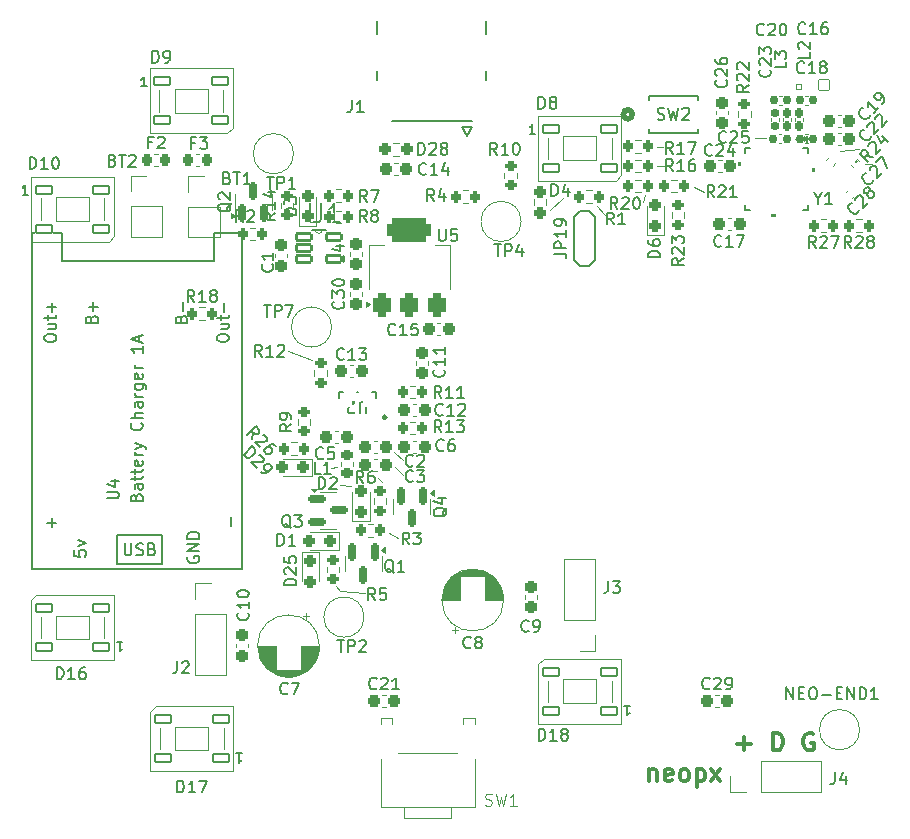
<source format=gto>
G04 #@! TF.GenerationSoftware,KiCad,Pcbnew,8.0.7-8.0.7-0~ubuntu22.04.1*
G04 #@! TF.CreationDate,2025-02-05T23:47:26-05:00*
G04 #@! TF.ProjectId,SHERPENT20250113,53484552-5045-44e5-9432-303235303131,rev?*
G04 #@! TF.SameCoordinates,Original*
G04 #@! TF.FileFunction,Legend,Top*
G04 #@! TF.FilePolarity,Positive*
%FSLAX46Y46*%
G04 Gerber Fmt 4.6, Leading zero omitted, Abs format (unit mm)*
G04 Created by KiCad (PCBNEW 8.0.7-8.0.7-0~ubuntu22.04.1) date 2025-02-05 23:47:26*
%MOMM*%
%LPD*%
G01*
G04 APERTURE LIST*
G04 Aperture macros list*
%AMRoundRect*
0 Rectangle with rounded corners*
0 $1 Rounding radius*
0 $2 $3 $4 $5 $6 $7 $8 $9 X,Y pos of 4 corners*
0 Add a 4 corners polygon primitive as box body*
4,1,4,$2,$3,$4,$5,$6,$7,$8,$9,$2,$3,0*
0 Add four circle primitives for the rounded corners*
1,1,$1+$1,$2,$3*
1,1,$1+$1,$4,$5*
1,1,$1+$1,$6,$7*
1,1,$1+$1,$8,$9*
0 Add four rect primitives between the rounded corners*
20,1,$1+$1,$2,$3,$4,$5,0*
20,1,$1+$1,$4,$5,$6,$7,0*
20,1,$1+$1,$6,$7,$8,$9,0*
20,1,$1+$1,$8,$9,$2,$3,0*%
%AMRotRect*
0 Rectangle, with rotation*
0 The origin of the aperture is its center*
0 $1 length*
0 $2 width*
0 $3 Rotation angle, in degrees counterclockwise*
0 Add horizontal line*
21,1,$1,$2,0,0,$3*%
%AMFreePoly0*
4,1,6,1.000000,0.000000,0.500000,-0.750000,-0.500000,-0.750000,-0.500000,0.750000,0.500000,0.750000,1.000000,0.000000,1.000000,0.000000,$1*%
%AMFreePoly1*
4,1,6,0.500000,-0.750000,-0.650000,-0.750000,-0.150000,0.000000,-0.650000,0.750000,0.500000,0.750000,0.500000,-0.750000,0.500000,-0.750000,$1*%
%AMFreePoly2*
4,1,5,0.200000,-0.625000,-0.200000,-0.625000,-0.200000,0.625000,0.200000,0.625000,0.200000,-0.625000,0.200000,-0.625000,$1*%
%AMFreePoly3*
4,1,5,0.200000,-0.725000,-0.200000,-0.725000,-0.200000,0.725000,0.200000,0.725000,0.200000,-0.725000,0.200000,-0.725000,$1*%
G04 Aperture macros list end*
%ADD10C,0.100000*%
%ADD11C,0.300000*%
%ADD12C,0.375000*%
%ADD13C,0.150000*%
%ADD14C,0.120000*%
%ADD15C,0.200000*%
%ADD16C,0.250000*%
%ADD17C,0.152400*%
%ADD18C,0.508000*%
%ADD19C,0.000000*%
%ADD20C,0.387500*%
%ADD21C,0.010000*%
%ADD22O,1.452400X2.652400*%
%ADD23O,1.452400X3.352400*%
%ADD24RoundRect,0.160000X-0.026517X-0.252791X0.252791X0.026517X0.026517X0.252791X-0.252791X-0.026517X0*%
%ADD25RoundRect,0.090000X-0.660000X-0.360000X0.660000X-0.360000X0.660000X0.360000X-0.660000X0.360000X0*%
%ADD26RoundRect,0.237500X-0.300000X-0.237500X0.300000X-0.237500X0.300000X0.237500X-0.300000X0.237500X0*%
%ADD27FreePoly0,180.000000*%
%ADD28FreePoly1,180.000000*%
%ADD29RoundRect,0.237500X0.237500X-0.287500X0.237500X0.287500X-0.237500X0.287500X-0.237500X-0.287500X0*%
%ADD30RoundRect,0.200000X0.275000X-0.200000X0.275000X0.200000X-0.275000X0.200000X-0.275000X-0.200000X0*%
%ADD31RoundRect,0.150000X-0.150000X0.587500X-0.150000X-0.587500X0.150000X-0.587500X0.150000X0.587500X0*%
%ADD32RoundRect,0.155000X0.212500X0.155000X-0.212500X0.155000X-0.212500X-0.155000X0.212500X-0.155000X0*%
%ADD33RoundRect,0.237500X0.237500X-0.300000X0.237500X0.300000X-0.237500X0.300000X-0.237500X-0.300000X0*%
%ADD34FreePoly0,0.000000*%
%ADD35FreePoly1,0.000000*%
%ADD36RoundRect,0.237500X0.300000X0.237500X-0.300000X0.237500X-0.300000X-0.237500X0.300000X-0.237500X0*%
%ADD37RoundRect,0.200000X0.200000X0.275000X-0.200000X0.275000X-0.200000X-0.275000X0.200000X-0.275000X0*%
%ADD38RoundRect,0.200000X-0.200000X-0.275000X0.200000X-0.275000X0.200000X0.275000X-0.200000X0.275000X0*%
%ADD39RoundRect,0.155000X-0.212500X-0.155000X0.212500X-0.155000X0.212500X0.155000X-0.212500X0.155000X0*%
%ADD40RoundRect,0.155000X-0.155000X0.212500X-0.155000X-0.212500X0.155000X-0.212500X0.155000X0.212500X0*%
%ADD41C,3.000000*%
%ADD42C,2.700000*%
%ADD43R,1.700000X1.700000*%
%ADD44O,1.700000X1.700000*%
%ADD45RoundRect,0.200000X-0.275000X0.200000X-0.275000X-0.200000X0.275000X-0.200000X0.275000X0.200000X0*%
%ADD46RoundRect,0.090000X0.660000X0.360000X-0.660000X0.360000X-0.660000X-0.360000X0.660000X-0.360000X0*%
%ADD47RoundRect,0.160000X-0.160000X0.222500X-0.160000X-0.222500X0.160000X-0.222500X0.160000X0.222500X0*%
%ADD48RoundRect,0.218750X0.218750X0.256250X-0.218750X0.256250X-0.218750X-0.256250X0.218750X-0.256250X0*%
%ADD49RoundRect,0.010000X-0.445000X-0.445000X0.445000X-0.445000X0.445000X0.445000X-0.445000X0.445000X0*%
%ADD50RoundRect,0.010190X-0.244810X-0.244810X0.244810X-0.244810X0.244810X0.244810X-0.244810X0.244810X0*%
%ADD51R,1.600000X1.600000*%
%ADD52C,1.600000*%
%ADD53RoundRect,0.155000X0.040659X0.259862X-0.259862X-0.040659X-0.040659X-0.259862X0.259862X0.040659X0*%
%ADD54RoundRect,0.237500X-0.237500X0.300000X-0.237500X-0.300000X0.237500X-0.300000X0.237500X0.300000X0*%
%ADD55RoundRect,0.150000X-0.587500X-0.150000X0.587500X-0.150000X0.587500X0.150000X-0.587500X0.150000X0*%
%ADD56RoundRect,0.237500X0.250000X0.237500X-0.250000X0.237500X-0.250000X-0.237500X0.250000X-0.237500X0*%
%ADD57RoundRect,0.218750X-0.218750X-0.256250X0.218750X-0.256250X0.218750X0.256250X-0.218750X0.256250X0*%
%ADD58RoundRect,0.237500X0.287500X0.237500X-0.287500X0.237500X-0.287500X-0.237500X0.287500X-0.237500X0*%
%ADD59R,0.575000X0.250000*%
%ADD60R,0.225000X0.700000*%
%ADD61R,0.549999X0.249999*%
%ADD62FreePoly2,90.000000*%
%ADD63FreePoly3,180.000000*%
%ADD64R,0.399999X1.000000*%
%ADD65FreePoly2,270.000000*%
%ADD66R,0.249999X0.549999*%
%ADD67RoundRect,0.375000X0.375000X-0.625000X0.375000X0.625000X-0.375000X0.625000X-0.375000X-0.625000X0*%
%ADD68RoundRect,0.500000X1.400000X-0.500000X1.400000X0.500000X-1.400000X0.500000X-1.400000X-0.500000X0*%
%ADD69R,0.889000X1.803400*%
%ADD70RoundRect,0.237500X-0.237500X0.287500X-0.237500X-0.287500X0.237500X-0.287500X0.237500X0.287500X0*%
%ADD71RoundRect,0.237500X0.237500X-0.250000X0.237500X0.250000X-0.237500X0.250000X-0.237500X-0.250000X0*%
%ADD72C,1.400000*%
%ADD73RotRect,0.838200X0.533400X225.000000*%
%ADD74RoundRect,0.150000X0.150000X-0.587500X0.150000X0.587500X-0.150000X0.587500X-0.150000X-0.587500X0*%
%ADD75RoundRect,0.218750X0.256250X-0.218750X0.256250X0.218750X-0.256250X0.218750X-0.256250X-0.218750X0*%
%ADD76R,0.254000X0.660400*%
%ADD77R,0.660400X0.254000*%
%ADD78R,3.759200X3.759200*%
%ADD79RoundRect,0.102000X-0.635000X-0.279400X0.635000X-0.279400X0.635000X0.279400X-0.635000X0.279400X0*%
%ADD80RoundRect,0.155000X-0.259862X0.040659X0.040659X-0.259862X0.259862X-0.040659X-0.040659X0.259862X0*%
%ADD81R,2.000000X2.000000*%
%ADD82C,1.700000*%
%ADD83C,2.000000*%
G04 APERTURE END LIST*
D10*
X160600000Y-117500000D02*
X160200000Y-117100000D01*
X156200000Y-97200000D02*
X158200000Y-97900000D01*
X160600000Y-108500000D02*
X161500000Y-108600000D01*
X165500000Y-113000000D02*
X164700000Y-112600000D01*
X191400000Y-83700000D02*
X190500000Y-83300000D01*
X165900000Y-106400000D02*
X165100000Y-105700000D01*
X204500000Y-80100000D02*
X202900000Y-80200000D01*
X205600000Y-81300000D02*
X205000000Y-81300000D01*
X186400000Y-84000000D02*
X186200000Y-84600000D01*
X163800000Y-107900000D02*
X164100000Y-108300000D01*
X187900000Y-79900000D02*
X187400000Y-79900000D01*
X165900000Y-107700000D02*
X165200000Y-107000000D01*
X159800000Y-107100000D02*
X160300000Y-107000000D01*
X179418681Y-84181319D02*
X178359396Y-85240604D01*
X183000000Y-85700000D02*
X182300000Y-84900000D01*
X188000000Y-81500000D02*
X187400000Y-81500000D01*
X162700000Y-117700000D02*
X160600000Y-117500000D01*
X195700000Y-79100000D02*
X196600000Y-79100000D01*
D11*
X186754510Y-132600828D02*
X186754510Y-133600828D01*
X186754510Y-132743685D02*
X186825939Y-132672257D01*
X186825939Y-132672257D02*
X186968796Y-132600828D01*
X186968796Y-132600828D02*
X187183082Y-132600828D01*
X187183082Y-132600828D02*
X187325939Y-132672257D01*
X187325939Y-132672257D02*
X187397368Y-132815114D01*
X187397368Y-132815114D02*
X187397368Y-133600828D01*
X188683082Y-133529400D02*
X188540225Y-133600828D01*
X188540225Y-133600828D02*
X188254511Y-133600828D01*
X188254511Y-133600828D02*
X188111653Y-133529400D01*
X188111653Y-133529400D02*
X188040225Y-133386542D01*
X188040225Y-133386542D02*
X188040225Y-132815114D01*
X188040225Y-132815114D02*
X188111653Y-132672257D01*
X188111653Y-132672257D02*
X188254511Y-132600828D01*
X188254511Y-132600828D02*
X188540225Y-132600828D01*
X188540225Y-132600828D02*
X188683082Y-132672257D01*
X188683082Y-132672257D02*
X188754511Y-132815114D01*
X188754511Y-132815114D02*
X188754511Y-132957971D01*
X188754511Y-132957971D02*
X188040225Y-133100828D01*
X189611653Y-133600828D02*
X189468796Y-133529400D01*
X189468796Y-133529400D02*
X189397367Y-133457971D01*
X189397367Y-133457971D02*
X189325939Y-133315114D01*
X189325939Y-133315114D02*
X189325939Y-132886542D01*
X189325939Y-132886542D02*
X189397367Y-132743685D01*
X189397367Y-132743685D02*
X189468796Y-132672257D01*
X189468796Y-132672257D02*
X189611653Y-132600828D01*
X189611653Y-132600828D02*
X189825939Y-132600828D01*
X189825939Y-132600828D02*
X189968796Y-132672257D01*
X189968796Y-132672257D02*
X190040225Y-132743685D01*
X190040225Y-132743685D02*
X190111653Y-132886542D01*
X190111653Y-132886542D02*
X190111653Y-133315114D01*
X190111653Y-133315114D02*
X190040225Y-133457971D01*
X190040225Y-133457971D02*
X189968796Y-133529400D01*
X189968796Y-133529400D02*
X189825939Y-133600828D01*
X189825939Y-133600828D02*
X189611653Y-133600828D01*
X190754510Y-132600828D02*
X190754510Y-134100828D01*
X190754510Y-132672257D02*
X190897368Y-132600828D01*
X190897368Y-132600828D02*
X191183082Y-132600828D01*
X191183082Y-132600828D02*
X191325939Y-132672257D01*
X191325939Y-132672257D02*
X191397368Y-132743685D01*
X191397368Y-132743685D02*
X191468796Y-132886542D01*
X191468796Y-132886542D02*
X191468796Y-133315114D01*
X191468796Y-133315114D02*
X191397368Y-133457971D01*
X191397368Y-133457971D02*
X191325939Y-133529400D01*
X191325939Y-133529400D02*
X191183082Y-133600828D01*
X191183082Y-133600828D02*
X190897368Y-133600828D01*
X190897368Y-133600828D02*
X190754510Y-133529400D01*
X191968796Y-133600828D02*
X192754511Y-132600828D01*
X191968796Y-132600828D02*
X192754511Y-133600828D01*
D12*
X194203852Y-130425500D02*
X195346710Y-130425500D01*
X194775281Y-130996928D02*
X194775281Y-129854071D01*
X197203852Y-130996928D02*
X197203852Y-129496928D01*
X197203852Y-129496928D02*
X197560995Y-129496928D01*
X197560995Y-129496928D02*
X197775281Y-129568357D01*
X197775281Y-129568357D02*
X197918138Y-129711214D01*
X197918138Y-129711214D02*
X197989567Y-129854071D01*
X197989567Y-129854071D02*
X198060995Y-130139785D01*
X198060995Y-130139785D02*
X198060995Y-130354071D01*
X198060995Y-130354071D02*
X197989567Y-130639785D01*
X197989567Y-130639785D02*
X197918138Y-130782642D01*
X197918138Y-130782642D02*
X197775281Y-130925500D01*
X197775281Y-130925500D02*
X197560995Y-130996928D01*
X197560995Y-130996928D02*
X197203852Y-130996928D01*
X200632424Y-129568357D02*
X200489567Y-129496928D01*
X200489567Y-129496928D02*
X200275281Y-129496928D01*
X200275281Y-129496928D02*
X200060995Y-129568357D01*
X200060995Y-129568357D02*
X199918138Y-129711214D01*
X199918138Y-129711214D02*
X199846709Y-129854071D01*
X199846709Y-129854071D02*
X199775281Y-130139785D01*
X199775281Y-130139785D02*
X199775281Y-130354071D01*
X199775281Y-130354071D02*
X199846709Y-130639785D01*
X199846709Y-130639785D02*
X199918138Y-130782642D01*
X199918138Y-130782642D02*
X200060995Y-130925500D01*
X200060995Y-130925500D02*
X200275281Y-130996928D01*
X200275281Y-130996928D02*
X200418138Y-130996928D01*
X200418138Y-130996928D02*
X200632424Y-130925500D01*
X200632424Y-130925500D02*
X200703852Y-130854071D01*
X200703852Y-130854071D02*
X200703852Y-130354071D01*
X200703852Y-130354071D02*
X200418138Y-130354071D01*
D13*
X161566666Y-75954819D02*
X161566666Y-76669104D01*
X161566666Y-76669104D02*
X161519047Y-76811961D01*
X161519047Y-76811961D02*
X161423809Y-76907200D01*
X161423809Y-76907200D02*
X161280952Y-76954819D01*
X161280952Y-76954819D02*
X161185714Y-76954819D01*
X162566666Y-76954819D02*
X161995238Y-76954819D01*
X162280952Y-76954819D02*
X162280952Y-75954819D01*
X162280952Y-75954819D02*
X162185714Y-76097676D01*
X162185714Y-76097676D02*
X162090476Y-76192914D01*
X162090476Y-76192914D02*
X161995238Y-76240533D01*
X205670436Y-80761174D02*
X205098017Y-80660159D01*
X205266375Y-81165235D02*
X204559269Y-80458128D01*
X204559269Y-80458128D02*
X204828643Y-80188754D01*
X204828643Y-80188754D02*
X204929658Y-80155082D01*
X204929658Y-80155082D02*
X204997001Y-80155082D01*
X204997001Y-80155082D02*
X205098017Y-80188754D01*
X205098017Y-80188754D02*
X205199032Y-80289769D01*
X205199032Y-80289769D02*
X205232704Y-80390785D01*
X205232704Y-80390785D02*
X205232704Y-80458128D01*
X205232704Y-80458128D02*
X205199032Y-80559143D01*
X205199032Y-80559143D02*
X204929658Y-80828517D01*
X205300047Y-79852037D02*
X205300047Y-79784693D01*
X205300047Y-79784693D02*
X205333719Y-79683678D01*
X205333719Y-79683678D02*
X205502078Y-79515319D01*
X205502078Y-79515319D02*
X205603093Y-79481647D01*
X205603093Y-79481647D02*
X205670436Y-79481647D01*
X205670436Y-79481647D02*
X205771452Y-79515319D01*
X205771452Y-79515319D02*
X205838795Y-79582663D01*
X205838795Y-79582663D02*
X205906139Y-79717350D01*
X205906139Y-79717350D02*
X205906139Y-80525472D01*
X205906139Y-80525472D02*
X206343871Y-80087739D01*
X206478559Y-79010243D02*
X206949963Y-79481647D01*
X206040826Y-78909227D02*
X206377543Y-79582662D01*
X206377543Y-79582662D02*
X206815276Y-79144930D01*
X144661905Y-72754819D02*
X144661905Y-71754819D01*
X144661905Y-71754819D02*
X144900000Y-71754819D01*
X144900000Y-71754819D02*
X145042857Y-71802438D01*
X145042857Y-71802438D02*
X145138095Y-71897676D01*
X145138095Y-71897676D02*
X145185714Y-71992914D01*
X145185714Y-71992914D02*
X145233333Y-72183390D01*
X145233333Y-72183390D02*
X145233333Y-72326247D01*
X145233333Y-72326247D02*
X145185714Y-72516723D01*
X145185714Y-72516723D02*
X145138095Y-72611961D01*
X145138095Y-72611961D02*
X145042857Y-72707200D01*
X145042857Y-72707200D02*
X144900000Y-72754819D01*
X144900000Y-72754819D02*
X144661905Y-72754819D01*
X145709524Y-72754819D02*
X145900000Y-72754819D01*
X145900000Y-72754819D02*
X145995238Y-72707200D01*
X145995238Y-72707200D02*
X146042857Y-72659580D01*
X146042857Y-72659580D02*
X146138095Y-72516723D01*
X146138095Y-72516723D02*
X146185714Y-72326247D01*
X146185714Y-72326247D02*
X146185714Y-71945295D01*
X146185714Y-71945295D02*
X146138095Y-71850057D01*
X146138095Y-71850057D02*
X146090476Y-71802438D01*
X146090476Y-71802438D02*
X145995238Y-71754819D01*
X145995238Y-71754819D02*
X145804762Y-71754819D01*
X145804762Y-71754819D02*
X145709524Y-71802438D01*
X145709524Y-71802438D02*
X145661905Y-71850057D01*
X145661905Y-71850057D02*
X145614286Y-71945295D01*
X145614286Y-71945295D02*
X145614286Y-72183390D01*
X145614286Y-72183390D02*
X145661905Y-72278628D01*
X145661905Y-72278628D02*
X145709524Y-72326247D01*
X145709524Y-72326247D02*
X145804762Y-72373866D01*
X145804762Y-72373866D02*
X145995238Y-72373866D01*
X145995238Y-72373866D02*
X146090476Y-72326247D01*
X146090476Y-72326247D02*
X146138095Y-72278628D01*
X146138095Y-72278628D02*
X146185714Y-72183390D01*
X144196171Y-74759495D02*
X143739028Y-74759495D01*
X143967600Y-74759495D02*
X143967600Y-73959495D01*
X143967600Y-73959495D02*
X143891409Y-74073780D01*
X143891409Y-74073780D02*
X143815219Y-74149971D01*
X143815219Y-74149971D02*
X143739028Y-74188066D01*
X169257142Y-102559580D02*
X169209523Y-102607200D01*
X169209523Y-102607200D02*
X169066666Y-102654819D01*
X169066666Y-102654819D02*
X168971428Y-102654819D01*
X168971428Y-102654819D02*
X168828571Y-102607200D01*
X168828571Y-102607200D02*
X168733333Y-102511961D01*
X168733333Y-102511961D02*
X168685714Y-102416723D01*
X168685714Y-102416723D02*
X168638095Y-102226247D01*
X168638095Y-102226247D02*
X168638095Y-102083390D01*
X168638095Y-102083390D02*
X168685714Y-101892914D01*
X168685714Y-101892914D02*
X168733333Y-101797676D01*
X168733333Y-101797676D02*
X168828571Y-101702438D01*
X168828571Y-101702438D02*
X168971428Y-101654819D01*
X168971428Y-101654819D02*
X169066666Y-101654819D01*
X169066666Y-101654819D02*
X169209523Y-101702438D01*
X169209523Y-101702438D02*
X169257142Y-101750057D01*
X170209523Y-102654819D02*
X169638095Y-102654819D01*
X169923809Y-102654819D02*
X169923809Y-101654819D01*
X169923809Y-101654819D02*
X169828571Y-101797676D01*
X169828571Y-101797676D02*
X169733333Y-101892914D01*
X169733333Y-101892914D02*
X169638095Y-101940533D01*
X170590476Y-101750057D02*
X170638095Y-101702438D01*
X170638095Y-101702438D02*
X170733333Y-101654819D01*
X170733333Y-101654819D02*
X170971428Y-101654819D01*
X170971428Y-101654819D02*
X171066666Y-101702438D01*
X171066666Y-101702438D02*
X171114285Y-101750057D01*
X171114285Y-101750057D02*
X171161904Y-101845295D01*
X171161904Y-101845295D02*
X171161904Y-101940533D01*
X171161904Y-101940533D02*
X171114285Y-102083390D01*
X171114285Y-102083390D02*
X170542857Y-102654819D01*
X170542857Y-102654819D02*
X171161904Y-102654819D01*
X158761905Y-108854819D02*
X158761905Y-107854819D01*
X158761905Y-107854819D02*
X159000000Y-107854819D01*
X159000000Y-107854819D02*
X159142857Y-107902438D01*
X159142857Y-107902438D02*
X159238095Y-107997676D01*
X159238095Y-107997676D02*
X159285714Y-108092914D01*
X159285714Y-108092914D02*
X159333333Y-108283390D01*
X159333333Y-108283390D02*
X159333333Y-108426247D01*
X159333333Y-108426247D02*
X159285714Y-108616723D01*
X159285714Y-108616723D02*
X159238095Y-108711961D01*
X159238095Y-108711961D02*
X159142857Y-108807200D01*
X159142857Y-108807200D02*
X159000000Y-108854819D01*
X159000000Y-108854819D02*
X158761905Y-108854819D01*
X159714286Y-107950057D02*
X159761905Y-107902438D01*
X159761905Y-107902438D02*
X159857143Y-107854819D01*
X159857143Y-107854819D02*
X160095238Y-107854819D01*
X160095238Y-107854819D02*
X160190476Y-107902438D01*
X160190476Y-107902438D02*
X160238095Y-107950057D01*
X160238095Y-107950057D02*
X160285714Y-108045295D01*
X160285714Y-108045295D02*
X160285714Y-108140533D01*
X160285714Y-108140533D02*
X160238095Y-108283390D01*
X160238095Y-108283390D02*
X159666667Y-108854819D01*
X159666667Y-108854819D02*
X160285714Y-108854819D01*
X177361905Y-76654819D02*
X177361905Y-75654819D01*
X177361905Y-75654819D02*
X177600000Y-75654819D01*
X177600000Y-75654819D02*
X177742857Y-75702438D01*
X177742857Y-75702438D02*
X177838095Y-75797676D01*
X177838095Y-75797676D02*
X177885714Y-75892914D01*
X177885714Y-75892914D02*
X177933333Y-76083390D01*
X177933333Y-76083390D02*
X177933333Y-76226247D01*
X177933333Y-76226247D02*
X177885714Y-76416723D01*
X177885714Y-76416723D02*
X177838095Y-76511961D01*
X177838095Y-76511961D02*
X177742857Y-76607200D01*
X177742857Y-76607200D02*
X177600000Y-76654819D01*
X177600000Y-76654819D02*
X177361905Y-76654819D01*
X178504762Y-76083390D02*
X178409524Y-76035771D01*
X178409524Y-76035771D02*
X178361905Y-75988152D01*
X178361905Y-75988152D02*
X178314286Y-75892914D01*
X178314286Y-75892914D02*
X178314286Y-75845295D01*
X178314286Y-75845295D02*
X178361905Y-75750057D01*
X178361905Y-75750057D02*
X178409524Y-75702438D01*
X178409524Y-75702438D02*
X178504762Y-75654819D01*
X178504762Y-75654819D02*
X178695238Y-75654819D01*
X178695238Y-75654819D02*
X178790476Y-75702438D01*
X178790476Y-75702438D02*
X178838095Y-75750057D01*
X178838095Y-75750057D02*
X178885714Y-75845295D01*
X178885714Y-75845295D02*
X178885714Y-75892914D01*
X178885714Y-75892914D02*
X178838095Y-75988152D01*
X178838095Y-75988152D02*
X178790476Y-76035771D01*
X178790476Y-76035771D02*
X178695238Y-76083390D01*
X178695238Y-76083390D02*
X178504762Y-76083390D01*
X178504762Y-76083390D02*
X178409524Y-76131009D01*
X178409524Y-76131009D02*
X178361905Y-76178628D01*
X178361905Y-76178628D02*
X178314286Y-76273866D01*
X178314286Y-76273866D02*
X178314286Y-76464342D01*
X178314286Y-76464342D02*
X178361905Y-76559580D01*
X178361905Y-76559580D02*
X178409524Y-76607200D01*
X178409524Y-76607200D02*
X178504762Y-76654819D01*
X178504762Y-76654819D02*
X178695238Y-76654819D01*
X178695238Y-76654819D02*
X178790476Y-76607200D01*
X178790476Y-76607200D02*
X178838095Y-76559580D01*
X178838095Y-76559580D02*
X178885714Y-76464342D01*
X178885714Y-76464342D02*
X178885714Y-76273866D01*
X178885714Y-76273866D02*
X178838095Y-76178628D01*
X178838095Y-76178628D02*
X178790476Y-76131009D01*
X178790476Y-76131009D02*
X178695238Y-76083390D01*
X177089171Y-78772695D02*
X176632028Y-78772695D01*
X176860600Y-78772695D02*
X176860600Y-77972695D01*
X176860600Y-77972695D02*
X176784409Y-78086980D01*
X176784409Y-78086980D02*
X176708219Y-78163171D01*
X176708219Y-78163171D02*
X176632028Y-78201266D01*
X156454819Y-103366666D02*
X155978628Y-103699999D01*
X156454819Y-103938094D02*
X155454819Y-103938094D01*
X155454819Y-103938094D02*
X155454819Y-103557142D01*
X155454819Y-103557142D02*
X155502438Y-103461904D01*
X155502438Y-103461904D02*
X155550057Y-103414285D01*
X155550057Y-103414285D02*
X155645295Y-103366666D01*
X155645295Y-103366666D02*
X155788152Y-103366666D01*
X155788152Y-103366666D02*
X155883390Y-103414285D01*
X155883390Y-103414285D02*
X155931009Y-103461904D01*
X155931009Y-103461904D02*
X155978628Y-103557142D01*
X155978628Y-103557142D02*
X155978628Y-103938094D01*
X156454819Y-102890475D02*
X156454819Y-102699999D01*
X156454819Y-102699999D02*
X156407200Y-102604761D01*
X156407200Y-102604761D02*
X156359580Y-102557142D01*
X156359580Y-102557142D02*
X156216723Y-102461904D01*
X156216723Y-102461904D02*
X156026247Y-102414285D01*
X156026247Y-102414285D02*
X155645295Y-102414285D01*
X155645295Y-102414285D02*
X155550057Y-102461904D01*
X155550057Y-102461904D02*
X155502438Y-102509523D01*
X155502438Y-102509523D02*
X155454819Y-102604761D01*
X155454819Y-102604761D02*
X155454819Y-102795237D01*
X155454819Y-102795237D02*
X155502438Y-102890475D01*
X155502438Y-102890475D02*
X155550057Y-102938094D01*
X155550057Y-102938094D02*
X155645295Y-102985713D01*
X155645295Y-102985713D02*
X155883390Y-102985713D01*
X155883390Y-102985713D02*
X155978628Y-102938094D01*
X155978628Y-102938094D02*
X156026247Y-102890475D01*
X156026247Y-102890475D02*
X156073866Y-102795237D01*
X156073866Y-102795237D02*
X156073866Y-102604761D01*
X156073866Y-102604761D02*
X156026247Y-102509523D01*
X156026247Y-102509523D02*
X155978628Y-102461904D01*
X155978628Y-102461904D02*
X155883390Y-102414285D01*
X169596657Y-110458838D02*
X169549038Y-110554076D01*
X169549038Y-110554076D02*
X169453800Y-110649314D01*
X169453800Y-110649314D02*
X169310942Y-110792171D01*
X169310942Y-110792171D02*
X169263323Y-110887409D01*
X169263323Y-110887409D02*
X169263323Y-110982647D01*
X169501419Y-110935028D02*
X169453800Y-111030266D01*
X169453800Y-111030266D02*
X169358561Y-111125504D01*
X169358561Y-111125504D02*
X169168085Y-111173123D01*
X169168085Y-111173123D02*
X168834752Y-111173123D01*
X168834752Y-111173123D02*
X168644276Y-111125504D01*
X168644276Y-111125504D02*
X168549038Y-111030266D01*
X168549038Y-111030266D02*
X168501419Y-110935028D01*
X168501419Y-110935028D02*
X168501419Y-110744552D01*
X168501419Y-110744552D02*
X168549038Y-110649314D01*
X168549038Y-110649314D02*
X168644276Y-110554076D01*
X168644276Y-110554076D02*
X168834752Y-110506457D01*
X168834752Y-110506457D02*
X169168085Y-110506457D01*
X169168085Y-110506457D02*
X169358561Y-110554076D01*
X169358561Y-110554076D02*
X169453800Y-110649314D01*
X169453800Y-110649314D02*
X169501419Y-110744552D01*
X169501419Y-110744552D02*
X169501419Y-110935028D01*
X168834752Y-109649314D02*
X169501419Y-109649314D01*
X168453800Y-109887409D02*
X169168085Y-110125504D01*
X169168085Y-110125504D02*
X169168085Y-109506457D01*
X156860364Y-85645039D02*
X155860364Y-85645039D01*
X155860364Y-85645039D02*
X155860364Y-85406944D01*
X155860364Y-85406944D02*
X155907983Y-85264087D01*
X155907983Y-85264087D02*
X156003221Y-85168849D01*
X156003221Y-85168849D02*
X156098459Y-85121230D01*
X156098459Y-85121230D02*
X156288935Y-85073611D01*
X156288935Y-85073611D02*
X156431792Y-85073611D01*
X156431792Y-85073611D02*
X156622268Y-85121230D01*
X156622268Y-85121230D02*
X156717506Y-85168849D01*
X156717506Y-85168849D02*
X156812745Y-85264087D01*
X156812745Y-85264087D02*
X156860364Y-85406944D01*
X156860364Y-85406944D02*
X156860364Y-85645039D01*
X155860364Y-84740277D02*
X155860364Y-84121230D01*
X155860364Y-84121230D02*
X156241316Y-84454563D01*
X156241316Y-84454563D02*
X156241316Y-84311706D01*
X156241316Y-84311706D02*
X156288935Y-84216468D01*
X156288935Y-84216468D02*
X156336554Y-84168849D01*
X156336554Y-84168849D02*
X156431792Y-84121230D01*
X156431792Y-84121230D02*
X156669887Y-84121230D01*
X156669887Y-84121230D02*
X156765125Y-84168849D01*
X156765125Y-84168849D02*
X156812745Y-84216468D01*
X156812745Y-84216468D02*
X156860364Y-84311706D01*
X156860364Y-84311706D02*
X156860364Y-84597420D01*
X156860364Y-84597420D02*
X156812745Y-84692658D01*
X156812745Y-84692658D02*
X156765125Y-84740277D01*
X193257142Y-79459580D02*
X193209523Y-79507200D01*
X193209523Y-79507200D02*
X193066666Y-79554819D01*
X193066666Y-79554819D02*
X192971428Y-79554819D01*
X192971428Y-79554819D02*
X192828571Y-79507200D01*
X192828571Y-79507200D02*
X192733333Y-79411961D01*
X192733333Y-79411961D02*
X192685714Y-79316723D01*
X192685714Y-79316723D02*
X192638095Y-79126247D01*
X192638095Y-79126247D02*
X192638095Y-78983390D01*
X192638095Y-78983390D02*
X192685714Y-78792914D01*
X192685714Y-78792914D02*
X192733333Y-78697676D01*
X192733333Y-78697676D02*
X192828571Y-78602438D01*
X192828571Y-78602438D02*
X192971428Y-78554819D01*
X192971428Y-78554819D02*
X193066666Y-78554819D01*
X193066666Y-78554819D02*
X193209523Y-78602438D01*
X193209523Y-78602438D02*
X193257142Y-78650057D01*
X193638095Y-78650057D02*
X193685714Y-78602438D01*
X193685714Y-78602438D02*
X193780952Y-78554819D01*
X193780952Y-78554819D02*
X194019047Y-78554819D01*
X194019047Y-78554819D02*
X194114285Y-78602438D01*
X194114285Y-78602438D02*
X194161904Y-78650057D01*
X194161904Y-78650057D02*
X194209523Y-78745295D01*
X194209523Y-78745295D02*
X194209523Y-78840533D01*
X194209523Y-78840533D02*
X194161904Y-78983390D01*
X194161904Y-78983390D02*
X193590476Y-79554819D01*
X193590476Y-79554819D02*
X194209523Y-79554819D01*
X195114285Y-78554819D02*
X194638095Y-78554819D01*
X194638095Y-78554819D02*
X194590476Y-79031009D01*
X194590476Y-79031009D02*
X194638095Y-78983390D01*
X194638095Y-78983390D02*
X194733333Y-78935771D01*
X194733333Y-78935771D02*
X194971428Y-78935771D01*
X194971428Y-78935771D02*
X195066666Y-78983390D01*
X195066666Y-78983390D02*
X195114285Y-79031009D01*
X195114285Y-79031009D02*
X195161904Y-79126247D01*
X195161904Y-79126247D02*
X195161904Y-79364342D01*
X195161904Y-79364342D02*
X195114285Y-79459580D01*
X195114285Y-79459580D02*
X195066666Y-79507200D01*
X195066666Y-79507200D02*
X194971428Y-79554819D01*
X194971428Y-79554819D02*
X194733333Y-79554819D01*
X194733333Y-79554819D02*
X194638095Y-79507200D01*
X194638095Y-79507200D02*
X194590476Y-79459580D01*
X166733333Y-108159580D02*
X166685714Y-108207200D01*
X166685714Y-108207200D02*
X166542857Y-108254819D01*
X166542857Y-108254819D02*
X166447619Y-108254819D01*
X166447619Y-108254819D02*
X166304762Y-108207200D01*
X166304762Y-108207200D02*
X166209524Y-108111961D01*
X166209524Y-108111961D02*
X166161905Y-108016723D01*
X166161905Y-108016723D02*
X166114286Y-107826247D01*
X166114286Y-107826247D02*
X166114286Y-107683390D01*
X166114286Y-107683390D02*
X166161905Y-107492914D01*
X166161905Y-107492914D02*
X166209524Y-107397676D01*
X166209524Y-107397676D02*
X166304762Y-107302438D01*
X166304762Y-107302438D02*
X166447619Y-107254819D01*
X166447619Y-107254819D02*
X166542857Y-107254819D01*
X166542857Y-107254819D02*
X166685714Y-107302438D01*
X166685714Y-107302438D02*
X166733333Y-107350057D01*
X167066667Y-107254819D02*
X167685714Y-107254819D01*
X167685714Y-107254819D02*
X167352381Y-107635771D01*
X167352381Y-107635771D02*
X167495238Y-107635771D01*
X167495238Y-107635771D02*
X167590476Y-107683390D01*
X167590476Y-107683390D02*
X167638095Y-107731009D01*
X167638095Y-107731009D02*
X167685714Y-107826247D01*
X167685714Y-107826247D02*
X167685714Y-108064342D01*
X167685714Y-108064342D02*
X167638095Y-108159580D01*
X167638095Y-108159580D02*
X167590476Y-108207200D01*
X167590476Y-108207200D02*
X167495238Y-108254819D01*
X167495238Y-108254819D02*
X167209524Y-108254819D01*
X167209524Y-108254819D02*
X167114286Y-108207200D01*
X167114286Y-108207200D02*
X167066667Y-108159580D01*
X160829125Y-89117866D02*
X160876745Y-89165485D01*
X160876745Y-89165485D02*
X160924364Y-89308342D01*
X160924364Y-89308342D02*
X160924364Y-89403580D01*
X160924364Y-89403580D02*
X160876745Y-89546437D01*
X160876745Y-89546437D02*
X160781506Y-89641675D01*
X160781506Y-89641675D02*
X160686268Y-89689294D01*
X160686268Y-89689294D02*
X160495792Y-89736913D01*
X160495792Y-89736913D02*
X160352935Y-89736913D01*
X160352935Y-89736913D02*
X160162459Y-89689294D01*
X160162459Y-89689294D02*
X160067221Y-89641675D01*
X160067221Y-89641675D02*
X159971983Y-89546437D01*
X159971983Y-89546437D02*
X159924364Y-89403580D01*
X159924364Y-89403580D02*
X159924364Y-89308342D01*
X159924364Y-89308342D02*
X159971983Y-89165485D01*
X159971983Y-89165485D02*
X160019602Y-89117866D01*
X160257697Y-88260723D02*
X160924364Y-88260723D01*
X159876745Y-88498818D02*
X160591030Y-88736913D01*
X160591030Y-88736913D02*
X160591030Y-88117866D01*
X159133333Y-106234780D02*
X159085714Y-106282400D01*
X159085714Y-106282400D02*
X158942857Y-106330019D01*
X158942857Y-106330019D02*
X158847619Y-106330019D01*
X158847619Y-106330019D02*
X158704762Y-106282400D01*
X158704762Y-106282400D02*
X158609524Y-106187161D01*
X158609524Y-106187161D02*
X158561905Y-106091923D01*
X158561905Y-106091923D02*
X158514286Y-105901447D01*
X158514286Y-105901447D02*
X158514286Y-105758590D01*
X158514286Y-105758590D02*
X158561905Y-105568114D01*
X158561905Y-105568114D02*
X158609524Y-105472876D01*
X158609524Y-105472876D02*
X158704762Y-105377638D01*
X158704762Y-105377638D02*
X158847619Y-105330019D01*
X158847619Y-105330019D02*
X158942857Y-105330019D01*
X158942857Y-105330019D02*
X159085714Y-105377638D01*
X159085714Y-105377638D02*
X159133333Y-105425257D01*
X160038095Y-105330019D02*
X159561905Y-105330019D01*
X159561905Y-105330019D02*
X159514286Y-105806209D01*
X159514286Y-105806209D02*
X159561905Y-105758590D01*
X159561905Y-105758590D02*
X159657143Y-105710971D01*
X159657143Y-105710971D02*
X159895238Y-105710971D01*
X159895238Y-105710971D02*
X159990476Y-105758590D01*
X159990476Y-105758590D02*
X160038095Y-105806209D01*
X160038095Y-105806209D02*
X160085714Y-105901447D01*
X160085714Y-105901447D02*
X160085714Y-106139542D01*
X160085714Y-106139542D02*
X160038095Y-106234780D01*
X160038095Y-106234780D02*
X159990476Y-106282400D01*
X159990476Y-106282400D02*
X159895238Y-106330019D01*
X159895238Y-106330019D02*
X159657143Y-106330019D01*
X159657143Y-106330019D02*
X159561905Y-106282400D01*
X159561905Y-106282400D02*
X159514286Y-106234780D01*
X191857142Y-125729580D02*
X191809523Y-125777200D01*
X191809523Y-125777200D02*
X191666666Y-125824819D01*
X191666666Y-125824819D02*
X191571428Y-125824819D01*
X191571428Y-125824819D02*
X191428571Y-125777200D01*
X191428571Y-125777200D02*
X191333333Y-125681961D01*
X191333333Y-125681961D02*
X191285714Y-125586723D01*
X191285714Y-125586723D02*
X191238095Y-125396247D01*
X191238095Y-125396247D02*
X191238095Y-125253390D01*
X191238095Y-125253390D02*
X191285714Y-125062914D01*
X191285714Y-125062914D02*
X191333333Y-124967676D01*
X191333333Y-124967676D02*
X191428571Y-124872438D01*
X191428571Y-124872438D02*
X191571428Y-124824819D01*
X191571428Y-124824819D02*
X191666666Y-124824819D01*
X191666666Y-124824819D02*
X191809523Y-124872438D01*
X191809523Y-124872438D02*
X191857142Y-124920057D01*
X192238095Y-124920057D02*
X192285714Y-124872438D01*
X192285714Y-124872438D02*
X192380952Y-124824819D01*
X192380952Y-124824819D02*
X192619047Y-124824819D01*
X192619047Y-124824819D02*
X192714285Y-124872438D01*
X192714285Y-124872438D02*
X192761904Y-124920057D01*
X192761904Y-124920057D02*
X192809523Y-125015295D01*
X192809523Y-125015295D02*
X192809523Y-125110533D01*
X192809523Y-125110533D02*
X192761904Y-125253390D01*
X192761904Y-125253390D02*
X192190476Y-125824819D01*
X192190476Y-125824819D02*
X192809523Y-125824819D01*
X193285714Y-125824819D02*
X193476190Y-125824819D01*
X193476190Y-125824819D02*
X193571428Y-125777200D01*
X193571428Y-125777200D02*
X193619047Y-125729580D01*
X193619047Y-125729580D02*
X193714285Y-125586723D01*
X193714285Y-125586723D02*
X193761904Y-125396247D01*
X193761904Y-125396247D02*
X193761904Y-125015295D01*
X193761904Y-125015295D02*
X193714285Y-124920057D01*
X193714285Y-124920057D02*
X193666666Y-124872438D01*
X193666666Y-124872438D02*
X193571428Y-124824819D01*
X193571428Y-124824819D02*
X193380952Y-124824819D01*
X193380952Y-124824819D02*
X193285714Y-124872438D01*
X193285714Y-124872438D02*
X193238095Y-124920057D01*
X193238095Y-124920057D02*
X193190476Y-125015295D01*
X193190476Y-125015295D02*
X193190476Y-125253390D01*
X193190476Y-125253390D02*
X193238095Y-125348628D01*
X193238095Y-125348628D02*
X193285714Y-125396247D01*
X193285714Y-125396247D02*
X193380952Y-125443866D01*
X193380952Y-125443866D02*
X193571428Y-125443866D01*
X193571428Y-125443866D02*
X193666666Y-125396247D01*
X193666666Y-125396247D02*
X193714285Y-125348628D01*
X193714285Y-125348628D02*
X193761904Y-125253390D01*
X152340988Y-86256419D02*
X152007655Y-85780228D01*
X151769560Y-86256419D02*
X151769560Y-85256419D01*
X151769560Y-85256419D02*
X152150512Y-85256419D01*
X152150512Y-85256419D02*
X152245750Y-85304038D01*
X152245750Y-85304038D02*
X152293369Y-85351657D01*
X152293369Y-85351657D02*
X152340988Y-85446895D01*
X152340988Y-85446895D02*
X152340988Y-85589752D01*
X152340988Y-85589752D02*
X152293369Y-85684990D01*
X152293369Y-85684990D02*
X152245750Y-85732609D01*
X152245750Y-85732609D02*
X152150512Y-85780228D01*
X152150512Y-85780228D02*
X151769560Y-85780228D01*
X152721941Y-85351657D02*
X152769560Y-85304038D01*
X152769560Y-85304038D02*
X152864798Y-85256419D01*
X152864798Y-85256419D02*
X153102893Y-85256419D01*
X153102893Y-85256419D02*
X153198131Y-85304038D01*
X153198131Y-85304038D02*
X153245750Y-85351657D01*
X153245750Y-85351657D02*
X153293369Y-85446895D01*
X153293369Y-85446895D02*
X153293369Y-85542133D01*
X153293369Y-85542133D02*
X153245750Y-85684990D01*
X153245750Y-85684990D02*
X152674322Y-86256419D01*
X152674322Y-86256419D02*
X153293369Y-86256419D01*
X148232142Y-93024819D02*
X147898809Y-92548628D01*
X147660714Y-93024819D02*
X147660714Y-92024819D01*
X147660714Y-92024819D02*
X148041666Y-92024819D01*
X148041666Y-92024819D02*
X148136904Y-92072438D01*
X148136904Y-92072438D02*
X148184523Y-92120057D01*
X148184523Y-92120057D02*
X148232142Y-92215295D01*
X148232142Y-92215295D02*
X148232142Y-92358152D01*
X148232142Y-92358152D02*
X148184523Y-92453390D01*
X148184523Y-92453390D02*
X148136904Y-92501009D01*
X148136904Y-92501009D02*
X148041666Y-92548628D01*
X148041666Y-92548628D02*
X147660714Y-92548628D01*
X149184523Y-93024819D02*
X148613095Y-93024819D01*
X148898809Y-93024819D02*
X148898809Y-92024819D01*
X148898809Y-92024819D02*
X148803571Y-92167676D01*
X148803571Y-92167676D02*
X148708333Y-92262914D01*
X148708333Y-92262914D02*
X148613095Y-92310533D01*
X149755952Y-92453390D02*
X149660714Y-92405771D01*
X149660714Y-92405771D02*
X149613095Y-92358152D01*
X149613095Y-92358152D02*
X149565476Y-92262914D01*
X149565476Y-92262914D02*
X149565476Y-92215295D01*
X149565476Y-92215295D02*
X149613095Y-92120057D01*
X149613095Y-92120057D02*
X149660714Y-92072438D01*
X149660714Y-92072438D02*
X149755952Y-92024819D01*
X149755952Y-92024819D02*
X149946428Y-92024819D01*
X149946428Y-92024819D02*
X150041666Y-92072438D01*
X150041666Y-92072438D02*
X150089285Y-92120057D01*
X150089285Y-92120057D02*
X150136904Y-92215295D01*
X150136904Y-92215295D02*
X150136904Y-92262914D01*
X150136904Y-92262914D02*
X150089285Y-92358152D01*
X150089285Y-92358152D02*
X150041666Y-92405771D01*
X150041666Y-92405771D02*
X149946428Y-92453390D01*
X149946428Y-92453390D02*
X149755952Y-92453390D01*
X149755952Y-92453390D02*
X149660714Y-92501009D01*
X149660714Y-92501009D02*
X149613095Y-92548628D01*
X149613095Y-92548628D02*
X149565476Y-92643866D01*
X149565476Y-92643866D02*
X149565476Y-92834342D01*
X149565476Y-92834342D02*
X149613095Y-92929580D01*
X149613095Y-92929580D02*
X149660714Y-92977200D01*
X149660714Y-92977200D02*
X149755952Y-93024819D01*
X149755952Y-93024819D02*
X149946428Y-93024819D01*
X149946428Y-93024819D02*
X150041666Y-92977200D01*
X150041666Y-92977200D02*
X150089285Y-92929580D01*
X150089285Y-92929580D02*
X150136904Y-92834342D01*
X150136904Y-92834342D02*
X150136904Y-92643866D01*
X150136904Y-92643866D02*
X150089285Y-92548628D01*
X150089285Y-92548628D02*
X150041666Y-92501009D01*
X150041666Y-92501009D02*
X149946428Y-92453390D01*
X199957142Y-70259580D02*
X199909523Y-70307200D01*
X199909523Y-70307200D02*
X199766666Y-70354819D01*
X199766666Y-70354819D02*
X199671428Y-70354819D01*
X199671428Y-70354819D02*
X199528571Y-70307200D01*
X199528571Y-70307200D02*
X199433333Y-70211961D01*
X199433333Y-70211961D02*
X199385714Y-70116723D01*
X199385714Y-70116723D02*
X199338095Y-69926247D01*
X199338095Y-69926247D02*
X199338095Y-69783390D01*
X199338095Y-69783390D02*
X199385714Y-69592914D01*
X199385714Y-69592914D02*
X199433333Y-69497676D01*
X199433333Y-69497676D02*
X199528571Y-69402438D01*
X199528571Y-69402438D02*
X199671428Y-69354819D01*
X199671428Y-69354819D02*
X199766666Y-69354819D01*
X199766666Y-69354819D02*
X199909523Y-69402438D01*
X199909523Y-69402438D02*
X199957142Y-69450057D01*
X200909523Y-70354819D02*
X200338095Y-70354819D01*
X200623809Y-70354819D02*
X200623809Y-69354819D01*
X200623809Y-69354819D02*
X200528571Y-69497676D01*
X200528571Y-69497676D02*
X200433333Y-69592914D01*
X200433333Y-69592914D02*
X200338095Y-69640533D01*
X201766666Y-69354819D02*
X201576190Y-69354819D01*
X201576190Y-69354819D02*
X201480952Y-69402438D01*
X201480952Y-69402438D02*
X201433333Y-69450057D01*
X201433333Y-69450057D02*
X201338095Y-69592914D01*
X201338095Y-69592914D02*
X201290476Y-69783390D01*
X201290476Y-69783390D02*
X201290476Y-70164342D01*
X201290476Y-70164342D02*
X201338095Y-70259580D01*
X201338095Y-70259580D02*
X201385714Y-70307200D01*
X201385714Y-70307200D02*
X201480952Y-70354819D01*
X201480952Y-70354819D02*
X201671428Y-70354819D01*
X201671428Y-70354819D02*
X201766666Y-70307200D01*
X201766666Y-70307200D02*
X201814285Y-70259580D01*
X201814285Y-70259580D02*
X201861904Y-70164342D01*
X201861904Y-70164342D02*
X201861904Y-69926247D01*
X201861904Y-69926247D02*
X201814285Y-69831009D01*
X201814285Y-69831009D02*
X201766666Y-69783390D01*
X201766666Y-69783390D02*
X201671428Y-69735771D01*
X201671428Y-69735771D02*
X201480952Y-69735771D01*
X201480952Y-69735771D02*
X201385714Y-69783390D01*
X201385714Y-69783390D02*
X201338095Y-69831009D01*
X201338095Y-69831009D02*
X201290476Y-69926247D01*
X196959580Y-73342857D02*
X197007200Y-73390476D01*
X197007200Y-73390476D02*
X197054819Y-73533333D01*
X197054819Y-73533333D02*
X197054819Y-73628571D01*
X197054819Y-73628571D02*
X197007200Y-73771428D01*
X197007200Y-73771428D02*
X196911961Y-73866666D01*
X196911961Y-73866666D02*
X196816723Y-73914285D01*
X196816723Y-73914285D02*
X196626247Y-73961904D01*
X196626247Y-73961904D02*
X196483390Y-73961904D01*
X196483390Y-73961904D02*
X196292914Y-73914285D01*
X196292914Y-73914285D02*
X196197676Y-73866666D01*
X196197676Y-73866666D02*
X196102438Y-73771428D01*
X196102438Y-73771428D02*
X196054819Y-73628571D01*
X196054819Y-73628571D02*
X196054819Y-73533333D01*
X196054819Y-73533333D02*
X196102438Y-73390476D01*
X196102438Y-73390476D02*
X196150057Y-73342857D01*
X196150057Y-72961904D02*
X196102438Y-72914285D01*
X196102438Y-72914285D02*
X196054819Y-72819047D01*
X196054819Y-72819047D02*
X196054819Y-72580952D01*
X196054819Y-72580952D02*
X196102438Y-72485714D01*
X196102438Y-72485714D02*
X196150057Y-72438095D01*
X196150057Y-72438095D02*
X196245295Y-72390476D01*
X196245295Y-72390476D02*
X196340533Y-72390476D01*
X196340533Y-72390476D02*
X196483390Y-72438095D01*
X196483390Y-72438095D02*
X197054819Y-73009523D01*
X197054819Y-73009523D02*
X197054819Y-72390476D01*
X196054819Y-72057142D02*
X196054819Y-71438095D01*
X196054819Y-71438095D02*
X196435771Y-71771428D01*
X196435771Y-71771428D02*
X196435771Y-71628571D01*
X196435771Y-71628571D02*
X196483390Y-71533333D01*
X196483390Y-71533333D02*
X196531009Y-71485714D01*
X196531009Y-71485714D02*
X196626247Y-71438095D01*
X196626247Y-71438095D02*
X196864342Y-71438095D01*
X196864342Y-71438095D02*
X196959580Y-71485714D01*
X196959580Y-71485714D02*
X197007200Y-71533333D01*
X197007200Y-71533333D02*
X197054819Y-71628571D01*
X197054819Y-71628571D02*
X197054819Y-71914285D01*
X197054819Y-71914285D02*
X197007200Y-72009523D01*
X197007200Y-72009523D02*
X196959580Y-72057142D01*
X154365295Y-82422419D02*
X154936723Y-82422419D01*
X154651009Y-83422419D02*
X154651009Y-82422419D01*
X155270057Y-83422419D02*
X155270057Y-82422419D01*
X155270057Y-82422419D02*
X155651009Y-82422419D01*
X155651009Y-82422419D02*
X155746247Y-82470038D01*
X155746247Y-82470038D02*
X155793866Y-82517657D01*
X155793866Y-82517657D02*
X155841485Y-82612895D01*
X155841485Y-82612895D02*
X155841485Y-82755752D01*
X155841485Y-82755752D02*
X155793866Y-82850990D01*
X155793866Y-82850990D02*
X155746247Y-82898609D01*
X155746247Y-82898609D02*
X155651009Y-82946228D01*
X155651009Y-82946228D02*
X155270057Y-82946228D01*
X156793866Y-83422419D02*
X156222438Y-83422419D01*
X156508152Y-83422419D02*
X156508152Y-82422419D01*
X156508152Y-82422419D02*
X156412914Y-82565276D01*
X156412914Y-82565276D02*
X156317676Y-82660514D01*
X156317676Y-82660514D02*
X156222438Y-82708133D01*
X202466666Y-132854819D02*
X202466666Y-133569104D01*
X202466666Y-133569104D02*
X202419047Y-133711961D01*
X202419047Y-133711961D02*
X202323809Y-133807200D01*
X202323809Y-133807200D02*
X202180952Y-133854819D01*
X202180952Y-133854819D02*
X202085714Y-133854819D01*
X203371428Y-133188152D02*
X203371428Y-133854819D01*
X203133333Y-132807200D02*
X202895238Y-133521485D01*
X202895238Y-133521485D02*
X203514285Y-133521485D01*
X173857142Y-80554819D02*
X173523809Y-80078628D01*
X173285714Y-80554819D02*
X173285714Y-79554819D01*
X173285714Y-79554819D02*
X173666666Y-79554819D01*
X173666666Y-79554819D02*
X173761904Y-79602438D01*
X173761904Y-79602438D02*
X173809523Y-79650057D01*
X173809523Y-79650057D02*
X173857142Y-79745295D01*
X173857142Y-79745295D02*
X173857142Y-79888152D01*
X173857142Y-79888152D02*
X173809523Y-79983390D01*
X173809523Y-79983390D02*
X173761904Y-80031009D01*
X173761904Y-80031009D02*
X173666666Y-80078628D01*
X173666666Y-80078628D02*
X173285714Y-80078628D01*
X174809523Y-80554819D02*
X174238095Y-80554819D01*
X174523809Y-80554819D02*
X174523809Y-79554819D01*
X174523809Y-79554819D02*
X174428571Y-79697676D01*
X174428571Y-79697676D02*
X174333333Y-79792914D01*
X174333333Y-79792914D02*
X174238095Y-79840533D01*
X175428571Y-79554819D02*
X175523809Y-79554819D01*
X175523809Y-79554819D02*
X175619047Y-79602438D01*
X175619047Y-79602438D02*
X175666666Y-79650057D01*
X175666666Y-79650057D02*
X175714285Y-79745295D01*
X175714285Y-79745295D02*
X175761904Y-79935771D01*
X175761904Y-79935771D02*
X175761904Y-80173866D01*
X175761904Y-80173866D02*
X175714285Y-80364342D01*
X175714285Y-80364342D02*
X175666666Y-80459580D01*
X175666666Y-80459580D02*
X175619047Y-80507200D01*
X175619047Y-80507200D02*
X175523809Y-80554819D01*
X175523809Y-80554819D02*
X175428571Y-80554819D01*
X175428571Y-80554819D02*
X175333333Y-80507200D01*
X175333333Y-80507200D02*
X175285714Y-80459580D01*
X175285714Y-80459580D02*
X175238095Y-80364342D01*
X175238095Y-80364342D02*
X175190476Y-80173866D01*
X175190476Y-80173866D02*
X175190476Y-79935771D01*
X175190476Y-79935771D02*
X175238095Y-79745295D01*
X175238095Y-79745295D02*
X175285714Y-79650057D01*
X175285714Y-79650057D02*
X175333333Y-79602438D01*
X175333333Y-79602438D02*
X175428571Y-79554819D01*
X146785714Y-134554819D02*
X146785714Y-133554819D01*
X146785714Y-133554819D02*
X147023809Y-133554819D01*
X147023809Y-133554819D02*
X147166666Y-133602438D01*
X147166666Y-133602438D02*
X147261904Y-133697676D01*
X147261904Y-133697676D02*
X147309523Y-133792914D01*
X147309523Y-133792914D02*
X147357142Y-133983390D01*
X147357142Y-133983390D02*
X147357142Y-134126247D01*
X147357142Y-134126247D02*
X147309523Y-134316723D01*
X147309523Y-134316723D02*
X147261904Y-134411961D01*
X147261904Y-134411961D02*
X147166666Y-134507200D01*
X147166666Y-134507200D02*
X147023809Y-134554819D01*
X147023809Y-134554819D02*
X146785714Y-134554819D01*
X148309523Y-134554819D02*
X147738095Y-134554819D01*
X148023809Y-134554819D02*
X148023809Y-133554819D01*
X148023809Y-133554819D02*
X147928571Y-133697676D01*
X147928571Y-133697676D02*
X147833333Y-133792914D01*
X147833333Y-133792914D02*
X147738095Y-133840533D01*
X148642857Y-133554819D02*
X149309523Y-133554819D01*
X149309523Y-133554819D02*
X148880952Y-134554819D01*
X151771428Y-131236304D02*
X152228571Y-131236304D01*
X151999999Y-131236304D02*
X151999999Y-132036304D01*
X151999999Y-132036304D02*
X152076190Y-131922019D01*
X152076190Y-131922019D02*
X152152380Y-131845828D01*
X152152380Y-131845828D02*
X152228571Y-131807733D01*
X134285714Y-81754819D02*
X134285714Y-80754819D01*
X134285714Y-80754819D02*
X134523809Y-80754819D01*
X134523809Y-80754819D02*
X134666666Y-80802438D01*
X134666666Y-80802438D02*
X134761904Y-80897676D01*
X134761904Y-80897676D02*
X134809523Y-80992914D01*
X134809523Y-80992914D02*
X134857142Y-81183390D01*
X134857142Y-81183390D02*
X134857142Y-81326247D01*
X134857142Y-81326247D02*
X134809523Y-81516723D01*
X134809523Y-81516723D02*
X134761904Y-81611961D01*
X134761904Y-81611961D02*
X134666666Y-81707200D01*
X134666666Y-81707200D02*
X134523809Y-81754819D01*
X134523809Y-81754819D02*
X134285714Y-81754819D01*
X135809523Y-81754819D02*
X135238095Y-81754819D01*
X135523809Y-81754819D02*
X135523809Y-80754819D01*
X135523809Y-80754819D02*
X135428571Y-80897676D01*
X135428571Y-80897676D02*
X135333333Y-80992914D01*
X135333333Y-80992914D02*
X135238095Y-81040533D01*
X136428571Y-80754819D02*
X136523809Y-80754819D01*
X136523809Y-80754819D02*
X136619047Y-80802438D01*
X136619047Y-80802438D02*
X136666666Y-80850057D01*
X136666666Y-80850057D02*
X136714285Y-80945295D01*
X136714285Y-80945295D02*
X136761904Y-81135771D01*
X136761904Y-81135771D02*
X136761904Y-81373866D01*
X136761904Y-81373866D02*
X136714285Y-81564342D01*
X136714285Y-81564342D02*
X136666666Y-81659580D01*
X136666666Y-81659580D02*
X136619047Y-81707200D01*
X136619047Y-81707200D02*
X136523809Y-81754819D01*
X136523809Y-81754819D02*
X136428571Y-81754819D01*
X136428571Y-81754819D02*
X136333333Y-81707200D01*
X136333333Y-81707200D02*
X136285714Y-81659580D01*
X136285714Y-81659580D02*
X136238095Y-81564342D01*
X136238095Y-81564342D02*
X136190476Y-81373866D01*
X136190476Y-81373866D02*
X136190476Y-81135771D01*
X136190476Y-81135771D02*
X136238095Y-80945295D01*
X136238095Y-80945295D02*
X136285714Y-80850057D01*
X136285714Y-80850057D02*
X136333333Y-80802438D01*
X136333333Y-80802438D02*
X136428571Y-80754819D01*
X134144971Y-83925095D02*
X133687828Y-83925095D01*
X133916400Y-83925095D02*
X133916400Y-83125095D01*
X133916400Y-83125095D02*
X133840209Y-83239380D01*
X133840209Y-83239380D02*
X133764019Y-83315571D01*
X133764019Y-83315571D02*
X133687828Y-83353666D01*
X183733333Y-86454819D02*
X183400000Y-85978628D01*
X183161905Y-86454819D02*
X183161905Y-85454819D01*
X183161905Y-85454819D02*
X183542857Y-85454819D01*
X183542857Y-85454819D02*
X183638095Y-85502438D01*
X183638095Y-85502438D02*
X183685714Y-85550057D01*
X183685714Y-85550057D02*
X183733333Y-85645295D01*
X183733333Y-85645295D02*
X183733333Y-85788152D01*
X183733333Y-85788152D02*
X183685714Y-85883390D01*
X183685714Y-85883390D02*
X183638095Y-85931009D01*
X183638095Y-85931009D02*
X183542857Y-85978628D01*
X183542857Y-85978628D02*
X183161905Y-85978628D01*
X184685714Y-86454819D02*
X184114286Y-86454819D01*
X184400000Y-86454819D02*
X184400000Y-85454819D01*
X184400000Y-85454819D02*
X184304762Y-85597676D01*
X184304762Y-85597676D02*
X184209524Y-85692914D01*
X184209524Y-85692914D02*
X184114286Y-85740533D01*
X153123825Y-104667036D02*
X153224840Y-104094617D01*
X152719764Y-104262975D02*
X153426871Y-103555869D01*
X153426871Y-103555869D02*
X153696245Y-103825243D01*
X153696245Y-103825243D02*
X153729917Y-103926258D01*
X153729917Y-103926258D02*
X153729917Y-103993601D01*
X153729917Y-103993601D02*
X153696245Y-104094617D01*
X153696245Y-104094617D02*
X153595230Y-104195632D01*
X153595230Y-104195632D02*
X153494214Y-104229304D01*
X153494214Y-104229304D02*
X153426871Y-104229304D01*
X153426871Y-104229304D02*
X153325856Y-104195632D01*
X153325856Y-104195632D02*
X153056482Y-103926258D01*
X154032962Y-104296647D02*
X154100306Y-104296647D01*
X154100306Y-104296647D02*
X154201321Y-104330319D01*
X154201321Y-104330319D02*
X154369680Y-104498678D01*
X154369680Y-104498678D02*
X154403352Y-104599693D01*
X154403352Y-104599693D02*
X154403352Y-104667036D01*
X154403352Y-104667036D02*
X154369680Y-104768052D01*
X154369680Y-104768052D02*
X154302336Y-104835395D01*
X154302336Y-104835395D02*
X154167649Y-104902739D01*
X154167649Y-104902739D02*
X153359527Y-104902739D01*
X153359527Y-104902739D02*
X153797260Y-105340471D01*
X155110459Y-105239456D02*
X154975772Y-105104769D01*
X154975772Y-105104769D02*
X154874756Y-105071098D01*
X154874756Y-105071098D02*
X154807413Y-105071098D01*
X154807413Y-105071098D02*
X154639054Y-105104769D01*
X154639054Y-105104769D02*
X154470695Y-105205785D01*
X154470695Y-105205785D02*
X154201321Y-105475159D01*
X154201321Y-105475159D02*
X154167650Y-105576174D01*
X154167650Y-105576174D02*
X154167650Y-105643517D01*
X154167650Y-105643517D02*
X154201321Y-105744533D01*
X154201321Y-105744533D02*
X154336008Y-105879220D01*
X154336008Y-105879220D02*
X154437024Y-105912891D01*
X154437024Y-105912891D02*
X154504367Y-105912891D01*
X154504367Y-105912891D02*
X154605382Y-105879220D01*
X154605382Y-105879220D02*
X154773741Y-105710861D01*
X154773741Y-105710861D02*
X154807413Y-105609846D01*
X154807413Y-105609846D02*
X154807413Y-105542502D01*
X154807413Y-105542502D02*
X154773741Y-105441487D01*
X154773741Y-105441487D02*
X154639054Y-105306800D01*
X154639054Y-105306800D02*
X154538039Y-105273128D01*
X154538039Y-105273128D02*
X154470695Y-105273128D01*
X154470695Y-105273128D02*
X154369680Y-105306800D01*
X187654819Y-89238094D02*
X186654819Y-89238094D01*
X186654819Y-89238094D02*
X186654819Y-88999999D01*
X186654819Y-88999999D02*
X186702438Y-88857142D01*
X186702438Y-88857142D02*
X186797676Y-88761904D01*
X186797676Y-88761904D02*
X186892914Y-88714285D01*
X186892914Y-88714285D02*
X187083390Y-88666666D01*
X187083390Y-88666666D02*
X187226247Y-88666666D01*
X187226247Y-88666666D02*
X187416723Y-88714285D01*
X187416723Y-88714285D02*
X187511961Y-88761904D01*
X187511961Y-88761904D02*
X187607200Y-88857142D01*
X187607200Y-88857142D02*
X187654819Y-88999999D01*
X187654819Y-88999999D02*
X187654819Y-89238094D01*
X186654819Y-87809523D02*
X186654819Y-87999999D01*
X186654819Y-87999999D02*
X186702438Y-88095237D01*
X186702438Y-88095237D02*
X186750057Y-88142856D01*
X186750057Y-88142856D02*
X186892914Y-88238094D01*
X186892914Y-88238094D02*
X187083390Y-88285713D01*
X187083390Y-88285713D02*
X187464342Y-88285713D01*
X187464342Y-88285713D02*
X187559580Y-88238094D01*
X187559580Y-88238094D02*
X187607200Y-88190475D01*
X187607200Y-88190475D02*
X187654819Y-88095237D01*
X187654819Y-88095237D02*
X187654819Y-87904761D01*
X187654819Y-87904761D02*
X187607200Y-87809523D01*
X187607200Y-87809523D02*
X187559580Y-87761904D01*
X187559580Y-87761904D02*
X187464342Y-87714285D01*
X187464342Y-87714285D02*
X187226247Y-87714285D01*
X187226247Y-87714285D02*
X187131009Y-87761904D01*
X187131009Y-87761904D02*
X187083390Y-87809523D01*
X187083390Y-87809523D02*
X187035771Y-87904761D01*
X187035771Y-87904761D02*
X187035771Y-88095237D01*
X187035771Y-88095237D02*
X187083390Y-88190475D01*
X187083390Y-88190475D02*
X187131009Y-88238094D01*
X187131009Y-88238094D02*
X187226247Y-88285713D01*
X200354819Y-71866666D02*
X200354819Y-72342856D01*
X200354819Y-72342856D02*
X199354819Y-72342856D01*
X199450057Y-71580951D02*
X199402438Y-71533332D01*
X199402438Y-71533332D02*
X199354819Y-71438094D01*
X199354819Y-71438094D02*
X199354819Y-71199999D01*
X199354819Y-71199999D02*
X199402438Y-71104761D01*
X199402438Y-71104761D02*
X199450057Y-71057142D01*
X199450057Y-71057142D02*
X199545295Y-71009523D01*
X199545295Y-71009523D02*
X199640533Y-71009523D01*
X199640533Y-71009523D02*
X199783390Y-71057142D01*
X199783390Y-71057142D02*
X200354819Y-71628570D01*
X200354819Y-71628570D02*
X200354819Y-71009523D01*
X169157142Y-104054819D02*
X168823809Y-103578628D01*
X168585714Y-104054819D02*
X168585714Y-103054819D01*
X168585714Y-103054819D02*
X168966666Y-103054819D01*
X168966666Y-103054819D02*
X169061904Y-103102438D01*
X169061904Y-103102438D02*
X169109523Y-103150057D01*
X169109523Y-103150057D02*
X169157142Y-103245295D01*
X169157142Y-103245295D02*
X169157142Y-103388152D01*
X169157142Y-103388152D02*
X169109523Y-103483390D01*
X169109523Y-103483390D02*
X169061904Y-103531009D01*
X169061904Y-103531009D02*
X168966666Y-103578628D01*
X168966666Y-103578628D02*
X168585714Y-103578628D01*
X170109523Y-104054819D02*
X169538095Y-104054819D01*
X169823809Y-104054819D02*
X169823809Y-103054819D01*
X169823809Y-103054819D02*
X169728571Y-103197676D01*
X169728571Y-103197676D02*
X169633333Y-103292914D01*
X169633333Y-103292914D02*
X169538095Y-103340533D01*
X170442857Y-103054819D02*
X171061904Y-103054819D01*
X171061904Y-103054819D02*
X170728571Y-103435771D01*
X170728571Y-103435771D02*
X170871428Y-103435771D01*
X170871428Y-103435771D02*
X170966666Y-103483390D01*
X170966666Y-103483390D02*
X171014285Y-103531009D01*
X171014285Y-103531009D02*
X171061904Y-103626247D01*
X171061904Y-103626247D02*
X171061904Y-103864342D01*
X171061904Y-103864342D02*
X171014285Y-103959580D01*
X171014285Y-103959580D02*
X170966666Y-104007200D01*
X170966666Y-104007200D02*
X170871428Y-104054819D01*
X170871428Y-104054819D02*
X170585714Y-104054819D01*
X170585714Y-104054819D02*
X170490476Y-104007200D01*
X170490476Y-104007200D02*
X170442857Y-103959580D01*
X169157142Y-101154819D02*
X168823809Y-100678628D01*
X168585714Y-101154819D02*
X168585714Y-100154819D01*
X168585714Y-100154819D02*
X168966666Y-100154819D01*
X168966666Y-100154819D02*
X169061904Y-100202438D01*
X169061904Y-100202438D02*
X169109523Y-100250057D01*
X169109523Y-100250057D02*
X169157142Y-100345295D01*
X169157142Y-100345295D02*
X169157142Y-100488152D01*
X169157142Y-100488152D02*
X169109523Y-100583390D01*
X169109523Y-100583390D02*
X169061904Y-100631009D01*
X169061904Y-100631009D02*
X168966666Y-100678628D01*
X168966666Y-100678628D02*
X168585714Y-100678628D01*
X170109523Y-101154819D02*
X169538095Y-101154819D01*
X169823809Y-101154819D02*
X169823809Y-100154819D01*
X169823809Y-100154819D02*
X169728571Y-100297676D01*
X169728571Y-100297676D02*
X169633333Y-100392914D01*
X169633333Y-100392914D02*
X169538095Y-100440533D01*
X171061904Y-101154819D02*
X170490476Y-101154819D01*
X170776190Y-101154819D02*
X170776190Y-100154819D01*
X170776190Y-100154819D02*
X170680952Y-100297676D01*
X170680952Y-100297676D02*
X170585714Y-100392914D01*
X170585714Y-100392914D02*
X170490476Y-100440533D01*
X167857142Y-82159580D02*
X167809523Y-82207200D01*
X167809523Y-82207200D02*
X167666666Y-82254819D01*
X167666666Y-82254819D02*
X167571428Y-82254819D01*
X167571428Y-82254819D02*
X167428571Y-82207200D01*
X167428571Y-82207200D02*
X167333333Y-82111961D01*
X167333333Y-82111961D02*
X167285714Y-82016723D01*
X167285714Y-82016723D02*
X167238095Y-81826247D01*
X167238095Y-81826247D02*
X167238095Y-81683390D01*
X167238095Y-81683390D02*
X167285714Y-81492914D01*
X167285714Y-81492914D02*
X167333333Y-81397676D01*
X167333333Y-81397676D02*
X167428571Y-81302438D01*
X167428571Y-81302438D02*
X167571428Y-81254819D01*
X167571428Y-81254819D02*
X167666666Y-81254819D01*
X167666666Y-81254819D02*
X167809523Y-81302438D01*
X167809523Y-81302438D02*
X167857142Y-81350057D01*
X168809523Y-82254819D02*
X168238095Y-82254819D01*
X168523809Y-82254819D02*
X168523809Y-81254819D01*
X168523809Y-81254819D02*
X168428571Y-81397676D01*
X168428571Y-81397676D02*
X168333333Y-81492914D01*
X168333333Y-81492914D02*
X168238095Y-81540533D01*
X169666666Y-81588152D02*
X169666666Y-82254819D01*
X169428571Y-81207200D02*
X169190476Y-81921485D01*
X169190476Y-81921485D02*
X169809523Y-81921485D01*
X154138095Y-93254819D02*
X154709523Y-93254819D01*
X154423809Y-94254819D02*
X154423809Y-93254819D01*
X155042857Y-94254819D02*
X155042857Y-93254819D01*
X155042857Y-93254819D02*
X155423809Y-93254819D01*
X155423809Y-93254819D02*
X155519047Y-93302438D01*
X155519047Y-93302438D02*
X155566666Y-93350057D01*
X155566666Y-93350057D02*
X155614285Y-93445295D01*
X155614285Y-93445295D02*
X155614285Y-93588152D01*
X155614285Y-93588152D02*
X155566666Y-93683390D01*
X155566666Y-93683390D02*
X155519047Y-93731009D01*
X155519047Y-93731009D02*
X155423809Y-93778628D01*
X155423809Y-93778628D02*
X155042857Y-93778628D01*
X155947619Y-93254819D02*
X156614285Y-93254819D01*
X156614285Y-93254819D02*
X156185714Y-94254819D01*
X169359580Y-98742857D02*
X169407200Y-98790476D01*
X169407200Y-98790476D02*
X169454819Y-98933333D01*
X169454819Y-98933333D02*
X169454819Y-99028571D01*
X169454819Y-99028571D02*
X169407200Y-99171428D01*
X169407200Y-99171428D02*
X169311961Y-99266666D01*
X169311961Y-99266666D02*
X169216723Y-99314285D01*
X169216723Y-99314285D02*
X169026247Y-99361904D01*
X169026247Y-99361904D02*
X168883390Y-99361904D01*
X168883390Y-99361904D02*
X168692914Y-99314285D01*
X168692914Y-99314285D02*
X168597676Y-99266666D01*
X168597676Y-99266666D02*
X168502438Y-99171428D01*
X168502438Y-99171428D02*
X168454819Y-99028571D01*
X168454819Y-99028571D02*
X168454819Y-98933333D01*
X168454819Y-98933333D02*
X168502438Y-98790476D01*
X168502438Y-98790476D02*
X168550057Y-98742857D01*
X169454819Y-97790476D02*
X169454819Y-98361904D01*
X169454819Y-98076190D02*
X168454819Y-98076190D01*
X168454819Y-98076190D02*
X168597676Y-98171428D01*
X168597676Y-98171428D02*
X168692914Y-98266666D01*
X168692914Y-98266666D02*
X168740533Y-98361904D01*
X169454819Y-96838095D02*
X169454819Y-97409523D01*
X169454819Y-97123809D02*
X168454819Y-97123809D01*
X168454819Y-97123809D02*
X168597676Y-97219047D01*
X168597676Y-97219047D02*
X168692914Y-97314285D01*
X168692914Y-97314285D02*
X168740533Y-97409523D01*
X155095019Y-85491457D02*
X154618828Y-85824790D01*
X155095019Y-86062885D02*
X154095019Y-86062885D01*
X154095019Y-86062885D02*
X154095019Y-85681933D01*
X154095019Y-85681933D02*
X154142638Y-85586695D01*
X154142638Y-85586695D02*
X154190257Y-85539076D01*
X154190257Y-85539076D02*
X154285495Y-85491457D01*
X154285495Y-85491457D02*
X154428352Y-85491457D01*
X154428352Y-85491457D02*
X154523590Y-85539076D01*
X154523590Y-85539076D02*
X154571209Y-85586695D01*
X154571209Y-85586695D02*
X154618828Y-85681933D01*
X154618828Y-85681933D02*
X154618828Y-86062885D01*
X155095019Y-84539076D02*
X155095019Y-85110504D01*
X155095019Y-84824790D02*
X154095019Y-84824790D01*
X154095019Y-84824790D02*
X154237876Y-84920028D01*
X154237876Y-84920028D02*
X154333114Y-85015266D01*
X154333114Y-85015266D02*
X154380733Y-85110504D01*
X154428352Y-83681933D02*
X155095019Y-83681933D01*
X154047400Y-83920028D02*
X154761685Y-84158123D01*
X154761685Y-84158123D02*
X154761685Y-83539076D01*
X148266666Y-79531009D02*
X147933333Y-79531009D01*
X147933333Y-80054819D02*
X147933333Y-79054819D01*
X147933333Y-79054819D02*
X148409523Y-79054819D01*
X148695238Y-79054819D02*
X149314285Y-79054819D01*
X149314285Y-79054819D02*
X148980952Y-79435771D01*
X148980952Y-79435771D02*
X149123809Y-79435771D01*
X149123809Y-79435771D02*
X149219047Y-79483390D01*
X149219047Y-79483390D02*
X149266666Y-79531009D01*
X149266666Y-79531009D02*
X149314285Y-79626247D01*
X149314285Y-79626247D02*
X149314285Y-79864342D01*
X149314285Y-79864342D02*
X149266666Y-79959580D01*
X149266666Y-79959580D02*
X149219047Y-80007200D01*
X149219047Y-80007200D02*
X149123809Y-80054819D01*
X149123809Y-80054819D02*
X148838095Y-80054819D01*
X148838095Y-80054819D02*
X148742857Y-80007200D01*
X148742857Y-80007200D02*
X148695238Y-79959580D01*
X196457142Y-70359580D02*
X196409523Y-70407200D01*
X196409523Y-70407200D02*
X196266666Y-70454819D01*
X196266666Y-70454819D02*
X196171428Y-70454819D01*
X196171428Y-70454819D02*
X196028571Y-70407200D01*
X196028571Y-70407200D02*
X195933333Y-70311961D01*
X195933333Y-70311961D02*
X195885714Y-70216723D01*
X195885714Y-70216723D02*
X195838095Y-70026247D01*
X195838095Y-70026247D02*
X195838095Y-69883390D01*
X195838095Y-69883390D02*
X195885714Y-69692914D01*
X195885714Y-69692914D02*
X195933333Y-69597676D01*
X195933333Y-69597676D02*
X196028571Y-69502438D01*
X196028571Y-69502438D02*
X196171428Y-69454819D01*
X196171428Y-69454819D02*
X196266666Y-69454819D01*
X196266666Y-69454819D02*
X196409523Y-69502438D01*
X196409523Y-69502438D02*
X196457142Y-69550057D01*
X196838095Y-69550057D02*
X196885714Y-69502438D01*
X196885714Y-69502438D02*
X196980952Y-69454819D01*
X196980952Y-69454819D02*
X197219047Y-69454819D01*
X197219047Y-69454819D02*
X197314285Y-69502438D01*
X197314285Y-69502438D02*
X197361904Y-69550057D01*
X197361904Y-69550057D02*
X197409523Y-69645295D01*
X197409523Y-69645295D02*
X197409523Y-69740533D01*
X197409523Y-69740533D02*
X197361904Y-69883390D01*
X197361904Y-69883390D02*
X196790476Y-70454819D01*
X196790476Y-70454819D02*
X197409523Y-70454819D01*
X198028571Y-69454819D02*
X198123809Y-69454819D01*
X198123809Y-69454819D02*
X198219047Y-69502438D01*
X198219047Y-69502438D02*
X198266666Y-69550057D01*
X198266666Y-69550057D02*
X198314285Y-69645295D01*
X198314285Y-69645295D02*
X198361904Y-69835771D01*
X198361904Y-69835771D02*
X198361904Y-70073866D01*
X198361904Y-70073866D02*
X198314285Y-70264342D01*
X198314285Y-70264342D02*
X198266666Y-70359580D01*
X198266666Y-70359580D02*
X198219047Y-70407200D01*
X198219047Y-70407200D02*
X198123809Y-70454819D01*
X198123809Y-70454819D02*
X198028571Y-70454819D01*
X198028571Y-70454819D02*
X197933333Y-70407200D01*
X197933333Y-70407200D02*
X197885714Y-70359580D01*
X197885714Y-70359580D02*
X197838095Y-70264342D01*
X197838095Y-70264342D02*
X197790476Y-70073866D01*
X197790476Y-70073866D02*
X197790476Y-69835771D01*
X197790476Y-69835771D02*
X197838095Y-69645295D01*
X197838095Y-69645295D02*
X197885714Y-69550057D01*
X197885714Y-69550057D02*
X197933333Y-69502438D01*
X197933333Y-69502438D02*
X198028571Y-69454819D01*
X198354819Y-72666666D02*
X198354819Y-73142856D01*
X198354819Y-73142856D02*
X197354819Y-73142856D01*
X197354819Y-72428570D02*
X197354819Y-71809523D01*
X197354819Y-71809523D02*
X197735771Y-72142856D01*
X197735771Y-72142856D02*
X197735771Y-71999999D01*
X197735771Y-71999999D02*
X197783390Y-71904761D01*
X197783390Y-71904761D02*
X197831009Y-71857142D01*
X197831009Y-71857142D02*
X197926247Y-71809523D01*
X197926247Y-71809523D02*
X198164342Y-71809523D01*
X198164342Y-71809523D02*
X198259580Y-71857142D01*
X198259580Y-71857142D02*
X198307200Y-71904761D01*
X198307200Y-71904761D02*
X198354819Y-71999999D01*
X198354819Y-71999999D02*
X198354819Y-72285713D01*
X198354819Y-72285713D02*
X198307200Y-72380951D01*
X198307200Y-72380951D02*
X198259580Y-72428570D01*
X184057142Y-85154819D02*
X183723809Y-84678628D01*
X183485714Y-85154819D02*
X183485714Y-84154819D01*
X183485714Y-84154819D02*
X183866666Y-84154819D01*
X183866666Y-84154819D02*
X183961904Y-84202438D01*
X183961904Y-84202438D02*
X184009523Y-84250057D01*
X184009523Y-84250057D02*
X184057142Y-84345295D01*
X184057142Y-84345295D02*
X184057142Y-84488152D01*
X184057142Y-84488152D02*
X184009523Y-84583390D01*
X184009523Y-84583390D02*
X183961904Y-84631009D01*
X183961904Y-84631009D02*
X183866666Y-84678628D01*
X183866666Y-84678628D02*
X183485714Y-84678628D01*
X184438095Y-84250057D02*
X184485714Y-84202438D01*
X184485714Y-84202438D02*
X184580952Y-84154819D01*
X184580952Y-84154819D02*
X184819047Y-84154819D01*
X184819047Y-84154819D02*
X184914285Y-84202438D01*
X184914285Y-84202438D02*
X184961904Y-84250057D01*
X184961904Y-84250057D02*
X185009523Y-84345295D01*
X185009523Y-84345295D02*
X185009523Y-84440533D01*
X185009523Y-84440533D02*
X184961904Y-84583390D01*
X184961904Y-84583390D02*
X184390476Y-85154819D01*
X184390476Y-85154819D02*
X185009523Y-85154819D01*
X185628571Y-84154819D02*
X185723809Y-84154819D01*
X185723809Y-84154819D02*
X185819047Y-84202438D01*
X185819047Y-84202438D02*
X185866666Y-84250057D01*
X185866666Y-84250057D02*
X185914285Y-84345295D01*
X185914285Y-84345295D02*
X185961904Y-84535771D01*
X185961904Y-84535771D02*
X185961904Y-84773866D01*
X185961904Y-84773866D02*
X185914285Y-84964342D01*
X185914285Y-84964342D02*
X185866666Y-85059580D01*
X185866666Y-85059580D02*
X185819047Y-85107200D01*
X185819047Y-85107200D02*
X185723809Y-85154819D01*
X185723809Y-85154819D02*
X185628571Y-85154819D01*
X185628571Y-85154819D02*
X185533333Y-85107200D01*
X185533333Y-85107200D02*
X185485714Y-85059580D01*
X185485714Y-85059580D02*
X185438095Y-84964342D01*
X185438095Y-84964342D02*
X185390476Y-84773866D01*
X185390476Y-84773866D02*
X185390476Y-84535771D01*
X185390476Y-84535771D02*
X185438095Y-84345295D01*
X185438095Y-84345295D02*
X185485714Y-84250057D01*
X185485714Y-84250057D02*
X185533333Y-84202438D01*
X185533333Y-84202438D02*
X185628571Y-84154819D01*
X160827780Y-92997257D02*
X160875400Y-93044876D01*
X160875400Y-93044876D02*
X160923019Y-93187733D01*
X160923019Y-93187733D02*
X160923019Y-93282971D01*
X160923019Y-93282971D02*
X160875400Y-93425828D01*
X160875400Y-93425828D02*
X160780161Y-93521066D01*
X160780161Y-93521066D02*
X160684923Y-93568685D01*
X160684923Y-93568685D02*
X160494447Y-93616304D01*
X160494447Y-93616304D02*
X160351590Y-93616304D01*
X160351590Y-93616304D02*
X160161114Y-93568685D01*
X160161114Y-93568685D02*
X160065876Y-93521066D01*
X160065876Y-93521066D02*
X159970638Y-93425828D01*
X159970638Y-93425828D02*
X159923019Y-93282971D01*
X159923019Y-93282971D02*
X159923019Y-93187733D01*
X159923019Y-93187733D02*
X159970638Y-93044876D01*
X159970638Y-93044876D02*
X160018257Y-92997257D01*
X159923019Y-92663923D02*
X159923019Y-92044876D01*
X159923019Y-92044876D02*
X160303971Y-92378209D01*
X160303971Y-92378209D02*
X160303971Y-92235352D01*
X160303971Y-92235352D02*
X160351590Y-92140114D01*
X160351590Y-92140114D02*
X160399209Y-92092495D01*
X160399209Y-92092495D02*
X160494447Y-92044876D01*
X160494447Y-92044876D02*
X160732542Y-92044876D01*
X160732542Y-92044876D02*
X160827780Y-92092495D01*
X160827780Y-92092495D02*
X160875400Y-92140114D01*
X160875400Y-92140114D02*
X160923019Y-92235352D01*
X160923019Y-92235352D02*
X160923019Y-92521066D01*
X160923019Y-92521066D02*
X160875400Y-92616304D01*
X160875400Y-92616304D02*
X160827780Y-92663923D01*
X159923019Y-91425828D02*
X159923019Y-91330590D01*
X159923019Y-91330590D02*
X159970638Y-91235352D01*
X159970638Y-91235352D02*
X160018257Y-91187733D01*
X160018257Y-91187733D02*
X160113495Y-91140114D01*
X160113495Y-91140114D02*
X160303971Y-91092495D01*
X160303971Y-91092495D02*
X160542066Y-91092495D01*
X160542066Y-91092495D02*
X160732542Y-91140114D01*
X160732542Y-91140114D02*
X160827780Y-91187733D01*
X160827780Y-91187733D02*
X160875400Y-91235352D01*
X160875400Y-91235352D02*
X160923019Y-91330590D01*
X160923019Y-91330590D02*
X160923019Y-91425828D01*
X160923019Y-91425828D02*
X160875400Y-91521066D01*
X160875400Y-91521066D02*
X160827780Y-91568685D01*
X160827780Y-91568685D02*
X160732542Y-91616304D01*
X160732542Y-91616304D02*
X160542066Y-91663923D01*
X160542066Y-91663923D02*
X160303971Y-91663923D01*
X160303971Y-91663923D02*
X160113495Y-91616304D01*
X160113495Y-91616304D02*
X160018257Y-91568685D01*
X160018257Y-91568685D02*
X159970638Y-91521066D01*
X159970638Y-91521066D02*
X159923019Y-91425828D01*
X171633333Y-122259580D02*
X171585714Y-122307200D01*
X171585714Y-122307200D02*
X171442857Y-122354819D01*
X171442857Y-122354819D02*
X171347619Y-122354819D01*
X171347619Y-122354819D02*
X171204762Y-122307200D01*
X171204762Y-122307200D02*
X171109524Y-122211961D01*
X171109524Y-122211961D02*
X171061905Y-122116723D01*
X171061905Y-122116723D02*
X171014286Y-121926247D01*
X171014286Y-121926247D02*
X171014286Y-121783390D01*
X171014286Y-121783390D02*
X171061905Y-121592914D01*
X171061905Y-121592914D02*
X171109524Y-121497676D01*
X171109524Y-121497676D02*
X171204762Y-121402438D01*
X171204762Y-121402438D02*
X171347619Y-121354819D01*
X171347619Y-121354819D02*
X171442857Y-121354819D01*
X171442857Y-121354819D02*
X171585714Y-121402438D01*
X171585714Y-121402438D02*
X171633333Y-121450057D01*
X172204762Y-121783390D02*
X172109524Y-121735771D01*
X172109524Y-121735771D02*
X172061905Y-121688152D01*
X172061905Y-121688152D02*
X172014286Y-121592914D01*
X172014286Y-121592914D02*
X172014286Y-121545295D01*
X172014286Y-121545295D02*
X172061905Y-121450057D01*
X172061905Y-121450057D02*
X172109524Y-121402438D01*
X172109524Y-121402438D02*
X172204762Y-121354819D01*
X172204762Y-121354819D02*
X172395238Y-121354819D01*
X172395238Y-121354819D02*
X172490476Y-121402438D01*
X172490476Y-121402438D02*
X172538095Y-121450057D01*
X172538095Y-121450057D02*
X172585714Y-121545295D01*
X172585714Y-121545295D02*
X172585714Y-121592914D01*
X172585714Y-121592914D02*
X172538095Y-121688152D01*
X172538095Y-121688152D02*
X172490476Y-121735771D01*
X172490476Y-121735771D02*
X172395238Y-121783390D01*
X172395238Y-121783390D02*
X172204762Y-121783390D01*
X172204762Y-121783390D02*
X172109524Y-121831009D01*
X172109524Y-121831009D02*
X172061905Y-121878628D01*
X172061905Y-121878628D02*
X172014286Y-121973866D01*
X172014286Y-121973866D02*
X172014286Y-122164342D01*
X172014286Y-122164342D02*
X172061905Y-122259580D01*
X172061905Y-122259580D02*
X172109524Y-122307200D01*
X172109524Y-122307200D02*
X172204762Y-122354819D01*
X172204762Y-122354819D02*
X172395238Y-122354819D01*
X172395238Y-122354819D02*
X172490476Y-122307200D01*
X172490476Y-122307200D02*
X172538095Y-122259580D01*
X172538095Y-122259580D02*
X172585714Y-122164342D01*
X172585714Y-122164342D02*
X172585714Y-121973866D01*
X172585714Y-121973866D02*
X172538095Y-121878628D01*
X172538095Y-121878628D02*
X172490476Y-121831009D01*
X172490476Y-121831009D02*
X172395238Y-121783390D01*
X188757142Y-80454819D02*
X188423809Y-79978628D01*
X188185714Y-80454819D02*
X188185714Y-79454819D01*
X188185714Y-79454819D02*
X188566666Y-79454819D01*
X188566666Y-79454819D02*
X188661904Y-79502438D01*
X188661904Y-79502438D02*
X188709523Y-79550057D01*
X188709523Y-79550057D02*
X188757142Y-79645295D01*
X188757142Y-79645295D02*
X188757142Y-79788152D01*
X188757142Y-79788152D02*
X188709523Y-79883390D01*
X188709523Y-79883390D02*
X188661904Y-79931009D01*
X188661904Y-79931009D02*
X188566666Y-79978628D01*
X188566666Y-79978628D02*
X188185714Y-79978628D01*
X189709523Y-80454819D02*
X189138095Y-80454819D01*
X189423809Y-80454819D02*
X189423809Y-79454819D01*
X189423809Y-79454819D02*
X189328571Y-79597676D01*
X189328571Y-79597676D02*
X189233333Y-79692914D01*
X189233333Y-79692914D02*
X189138095Y-79740533D01*
X190042857Y-79454819D02*
X190709523Y-79454819D01*
X190709523Y-79454819D02*
X190280952Y-80454819D01*
X198366667Y-126654819D02*
X198366667Y-125654819D01*
X198366667Y-125654819D02*
X198938095Y-126654819D01*
X198938095Y-126654819D02*
X198938095Y-125654819D01*
X199414286Y-126131009D02*
X199747619Y-126131009D01*
X199890476Y-126654819D02*
X199414286Y-126654819D01*
X199414286Y-126654819D02*
X199414286Y-125654819D01*
X199414286Y-125654819D02*
X199890476Y-125654819D01*
X200509524Y-125654819D02*
X200700000Y-125654819D01*
X200700000Y-125654819D02*
X200795238Y-125702438D01*
X200795238Y-125702438D02*
X200890476Y-125797676D01*
X200890476Y-125797676D02*
X200938095Y-125988152D01*
X200938095Y-125988152D02*
X200938095Y-126321485D01*
X200938095Y-126321485D02*
X200890476Y-126511961D01*
X200890476Y-126511961D02*
X200795238Y-126607200D01*
X200795238Y-126607200D02*
X200700000Y-126654819D01*
X200700000Y-126654819D02*
X200509524Y-126654819D01*
X200509524Y-126654819D02*
X200414286Y-126607200D01*
X200414286Y-126607200D02*
X200319048Y-126511961D01*
X200319048Y-126511961D02*
X200271429Y-126321485D01*
X200271429Y-126321485D02*
X200271429Y-125988152D01*
X200271429Y-125988152D02*
X200319048Y-125797676D01*
X200319048Y-125797676D02*
X200414286Y-125702438D01*
X200414286Y-125702438D02*
X200509524Y-125654819D01*
X201366667Y-126273866D02*
X202128572Y-126273866D01*
X202604762Y-126131009D02*
X202938095Y-126131009D01*
X203080952Y-126654819D02*
X202604762Y-126654819D01*
X202604762Y-126654819D02*
X202604762Y-125654819D01*
X202604762Y-125654819D02*
X203080952Y-125654819D01*
X203509524Y-126654819D02*
X203509524Y-125654819D01*
X203509524Y-125654819D02*
X204080952Y-126654819D01*
X204080952Y-126654819D02*
X204080952Y-125654819D01*
X204557143Y-126654819D02*
X204557143Y-125654819D01*
X204557143Y-125654819D02*
X204795238Y-125654819D01*
X204795238Y-125654819D02*
X204938095Y-125702438D01*
X204938095Y-125702438D02*
X205033333Y-125797676D01*
X205033333Y-125797676D02*
X205080952Y-125892914D01*
X205080952Y-125892914D02*
X205128571Y-126083390D01*
X205128571Y-126083390D02*
X205128571Y-126226247D01*
X205128571Y-126226247D02*
X205080952Y-126416723D01*
X205080952Y-126416723D02*
X205033333Y-126511961D01*
X205033333Y-126511961D02*
X204938095Y-126607200D01*
X204938095Y-126607200D02*
X204795238Y-126654819D01*
X204795238Y-126654819D02*
X204557143Y-126654819D01*
X206080952Y-126654819D02*
X205509524Y-126654819D01*
X205795238Y-126654819D02*
X205795238Y-125654819D01*
X205795238Y-125654819D02*
X205700000Y-125797676D01*
X205700000Y-125797676D02*
X205604762Y-125892914D01*
X205604762Y-125892914D02*
X205509524Y-125940533D01*
X136585714Y-124954819D02*
X136585714Y-123954819D01*
X136585714Y-123954819D02*
X136823809Y-123954819D01*
X136823809Y-123954819D02*
X136966666Y-124002438D01*
X136966666Y-124002438D02*
X137061904Y-124097676D01*
X137061904Y-124097676D02*
X137109523Y-124192914D01*
X137109523Y-124192914D02*
X137157142Y-124383390D01*
X137157142Y-124383390D02*
X137157142Y-124526247D01*
X137157142Y-124526247D02*
X137109523Y-124716723D01*
X137109523Y-124716723D02*
X137061904Y-124811961D01*
X137061904Y-124811961D02*
X136966666Y-124907200D01*
X136966666Y-124907200D02*
X136823809Y-124954819D01*
X136823809Y-124954819D02*
X136585714Y-124954819D01*
X138109523Y-124954819D02*
X137538095Y-124954819D01*
X137823809Y-124954819D02*
X137823809Y-123954819D01*
X137823809Y-123954819D02*
X137728571Y-124097676D01*
X137728571Y-124097676D02*
X137633333Y-124192914D01*
X137633333Y-124192914D02*
X137538095Y-124240533D01*
X138966666Y-123954819D02*
X138776190Y-123954819D01*
X138776190Y-123954819D02*
X138680952Y-124002438D01*
X138680952Y-124002438D02*
X138633333Y-124050057D01*
X138633333Y-124050057D02*
X138538095Y-124192914D01*
X138538095Y-124192914D02*
X138490476Y-124383390D01*
X138490476Y-124383390D02*
X138490476Y-124764342D01*
X138490476Y-124764342D02*
X138538095Y-124859580D01*
X138538095Y-124859580D02*
X138585714Y-124907200D01*
X138585714Y-124907200D02*
X138680952Y-124954819D01*
X138680952Y-124954819D02*
X138871428Y-124954819D01*
X138871428Y-124954819D02*
X138966666Y-124907200D01*
X138966666Y-124907200D02*
X139014285Y-124859580D01*
X139014285Y-124859580D02*
X139061904Y-124764342D01*
X139061904Y-124764342D02*
X139061904Y-124526247D01*
X139061904Y-124526247D02*
X139014285Y-124431009D01*
X139014285Y-124431009D02*
X138966666Y-124383390D01*
X138966666Y-124383390D02*
X138871428Y-124335771D01*
X138871428Y-124335771D02*
X138680952Y-124335771D01*
X138680952Y-124335771D02*
X138585714Y-124383390D01*
X138585714Y-124383390D02*
X138538095Y-124431009D01*
X138538095Y-124431009D02*
X138490476Y-124526247D01*
X141687828Y-121815704D02*
X142144971Y-121815704D01*
X141916399Y-121815704D02*
X141916399Y-122615704D01*
X141916399Y-122615704D02*
X141992590Y-122501419D01*
X141992590Y-122501419D02*
X142068780Y-122425228D01*
X142068780Y-122425228D02*
X142144971Y-122387133D01*
X173638095Y-88154819D02*
X174209523Y-88154819D01*
X173923809Y-89154819D02*
X173923809Y-88154819D01*
X174542857Y-89154819D02*
X174542857Y-88154819D01*
X174542857Y-88154819D02*
X174923809Y-88154819D01*
X174923809Y-88154819D02*
X175019047Y-88202438D01*
X175019047Y-88202438D02*
X175066666Y-88250057D01*
X175066666Y-88250057D02*
X175114285Y-88345295D01*
X175114285Y-88345295D02*
X175114285Y-88488152D01*
X175114285Y-88488152D02*
X175066666Y-88583390D01*
X175066666Y-88583390D02*
X175019047Y-88631009D01*
X175019047Y-88631009D02*
X174923809Y-88678628D01*
X174923809Y-88678628D02*
X174542857Y-88678628D01*
X175971428Y-88488152D02*
X175971428Y-89154819D01*
X175733333Y-88107200D02*
X175495238Y-88821485D01*
X175495238Y-88821485D02*
X176114285Y-88821485D01*
X204499693Y-85208830D02*
X204499693Y-85276174D01*
X204499693Y-85276174D02*
X204432349Y-85410861D01*
X204432349Y-85410861D02*
X204365006Y-85478204D01*
X204365006Y-85478204D02*
X204230319Y-85545548D01*
X204230319Y-85545548D02*
X204095632Y-85545548D01*
X204095632Y-85545548D02*
X203994617Y-85511876D01*
X203994617Y-85511876D02*
X203826258Y-85410861D01*
X203826258Y-85410861D02*
X203725243Y-85309846D01*
X203725243Y-85309846D02*
X203624227Y-85141487D01*
X203624227Y-85141487D02*
X203590556Y-85040472D01*
X203590556Y-85040472D02*
X203590556Y-84905785D01*
X203590556Y-84905785D02*
X203657899Y-84771098D01*
X203657899Y-84771098D02*
X203725243Y-84703754D01*
X203725243Y-84703754D02*
X203859930Y-84636411D01*
X203859930Y-84636411D02*
X203927273Y-84636411D01*
X204196647Y-84367037D02*
X204196647Y-84299693D01*
X204196647Y-84299693D02*
X204230319Y-84198678D01*
X204230319Y-84198678D02*
X204398678Y-84030319D01*
X204398678Y-84030319D02*
X204499693Y-83996647D01*
X204499693Y-83996647D02*
X204567036Y-83996647D01*
X204567036Y-83996647D02*
X204668052Y-84030319D01*
X204668052Y-84030319D02*
X204735395Y-84097663D01*
X204735395Y-84097663D02*
X204802739Y-84232350D01*
X204802739Y-84232350D02*
X204802739Y-85040472D01*
X204802739Y-85040472D02*
X205240471Y-84602739D01*
X205240472Y-83794617D02*
X205139456Y-83828288D01*
X205139456Y-83828288D02*
X205072113Y-83828288D01*
X205072113Y-83828288D02*
X204971098Y-83794617D01*
X204971098Y-83794617D02*
X204937426Y-83760945D01*
X204937426Y-83760945D02*
X204903754Y-83659930D01*
X204903754Y-83659930D02*
X204903754Y-83592586D01*
X204903754Y-83592586D02*
X204937426Y-83491571D01*
X204937426Y-83491571D02*
X205072113Y-83356884D01*
X205072113Y-83356884D02*
X205173128Y-83323212D01*
X205173128Y-83323212D02*
X205240472Y-83323212D01*
X205240472Y-83323212D02*
X205341487Y-83356884D01*
X205341487Y-83356884D02*
X205375159Y-83390556D01*
X205375159Y-83390556D02*
X205408830Y-83491571D01*
X205408830Y-83491571D02*
X205408830Y-83558914D01*
X205408830Y-83558914D02*
X205375159Y-83659930D01*
X205375159Y-83659930D02*
X205240472Y-83794617D01*
X205240472Y-83794617D02*
X205206800Y-83895632D01*
X205206800Y-83895632D02*
X205206800Y-83962975D01*
X205206800Y-83962975D02*
X205240472Y-84063991D01*
X205240472Y-84063991D02*
X205375159Y-84198678D01*
X205375159Y-84198678D02*
X205476174Y-84232349D01*
X205476174Y-84232349D02*
X205543517Y-84232349D01*
X205543517Y-84232349D02*
X205644533Y-84198678D01*
X205644533Y-84198678D02*
X205779220Y-84063991D01*
X205779220Y-84063991D02*
X205812891Y-83962975D01*
X205812891Y-83962975D02*
X205812891Y-83895632D01*
X205812891Y-83895632D02*
X205779220Y-83794617D01*
X205779220Y-83794617D02*
X205644533Y-83659930D01*
X205644533Y-83659930D02*
X205543517Y-83626258D01*
X205543517Y-83626258D02*
X205476174Y-83626258D01*
X205476174Y-83626258D02*
X205375159Y-83659930D01*
X195154819Y-74642857D02*
X194678628Y-74976190D01*
X195154819Y-75214285D02*
X194154819Y-75214285D01*
X194154819Y-75214285D02*
X194154819Y-74833333D01*
X194154819Y-74833333D02*
X194202438Y-74738095D01*
X194202438Y-74738095D02*
X194250057Y-74690476D01*
X194250057Y-74690476D02*
X194345295Y-74642857D01*
X194345295Y-74642857D02*
X194488152Y-74642857D01*
X194488152Y-74642857D02*
X194583390Y-74690476D01*
X194583390Y-74690476D02*
X194631009Y-74738095D01*
X194631009Y-74738095D02*
X194678628Y-74833333D01*
X194678628Y-74833333D02*
X194678628Y-75214285D01*
X194250057Y-74261904D02*
X194202438Y-74214285D01*
X194202438Y-74214285D02*
X194154819Y-74119047D01*
X194154819Y-74119047D02*
X194154819Y-73880952D01*
X194154819Y-73880952D02*
X194202438Y-73785714D01*
X194202438Y-73785714D02*
X194250057Y-73738095D01*
X194250057Y-73738095D02*
X194345295Y-73690476D01*
X194345295Y-73690476D02*
X194440533Y-73690476D01*
X194440533Y-73690476D02*
X194583390Y-73738095D01*
X194583390Y-73738095D02*
X195154819Y-74309523D01*
X195154819Y-74309523D02*
X195154819Y-73690476D01*
X194250057Y-73309523D02*
X194202438Y-73261904D01*
X194202438Y-73261904D02*
X194154819Y-73166666D01*
X194154819Y-73166666D02*
X194154819Y-72928571D01*
X194154819Y-72928571D02*
X194202438Y-72833333D01*
X194202438Y-72833333D02*
X194250057Y-72785714D01*
X194250057Y-72785714D02*
X194345295Y-72738095D01*
X194345295Y-72738095D02*
X194440533Y-72738095D01*
X194440533Y-72738095D02*
X194583390Y-72785714D01*
X194583390Y-72785714D02*
X195154819Y-73357142D01*
X195154819Y-73357142D02*
X195154819Y-72738095D01*
X152759580Y-119342857D02*
X152807200Y-119390476D01*
X152807200Y-119390476D02*
X152854819Y-119533333D01*
X152854819Y-119533333D02*
X152854819Y-119628571D01*
X152854819Y-119628571D02*
X152807200Y-119771428D01*
X152807200Y-119771428D02*
X152711961Y-119866666D01*
X152711961Y-119866666D02*
X152616723Y-119914285D01*
X152616723Y-119914285D02*
X152426247Y-119961904D01*
X152426247Y-119961904D02*
X152283390Y-119961904D01*
X152283390Y-119961904D02*
X152092914Y-119914285D01*
X152092914Y-119914285D02*
X151997676Y-119866666D01*
X151997676Y-119866666D02*
X151902438Y-119771428D01*
X151902438Y-119771428D02*
X151854819Y-119628571D01*
X151854819Y-119628571D02*
X151854819Y-119533333D01*
X151854819Y-119533333D02*
X151902438Y-119390476D01*
X151902438Y-119390476D02*
X151950057Y-119342857D01*
X152854819Y-118390476D02*
X152854819Y-118961904D01*
X152854819Y-118676190D02*
X151854819Y-118676190D01*
X151854819Y-118676190D02*
X151997676Y-118771428D01*
X151997676Y-118771428D02*
X152092914Y-118866666D01*
X152092914Y-118866666D02*
X152140533Y-118961904D01*
X151854819Y-117771428D02*
X151854819Y-117676190D01*
X151854819Y-117676190D02*
X151902438Y-117580952D01*
X151902438Y-117580952D02*
X151950057Y-117533333D01*
X151950057Y-117533333D02*
X152045295Y-117485714D01*
X152045295Y-117485714D02*
X152235771Y-117438095D01*
X152235771Y-117438095D02*
X152473866Y-117438095D01*
X152473866Y-117438095D02*
X152664342Y-117485714D01*
X152664342Y-117485714D02*
X152759580Y-117533333D01*
X152759580Y-117533333D02*
X152807200Y-117580952D01*
X152807200Y-117580952D02*
X152854819Y-117676190D01*
X152854819Y-117676190D02*
X152854819Y-117771428D01*
X152854819Y-117771428D02*
X152807200Y-117866666D01*
X152807200Y-117866666D02*
X152759580Y-117914285D01*
X152759580Y-117914285D02*
X152664342Y-117961904D01*
X152664342Y-117961904D02*
X152473866Y-118009523D01*
X152473866Y-118009523D02*
X152235771Y-118009523D01*
X152235771Y-118009523D02*
X152045295Y-117961904D01*
X152045295Y-117961904D02*
X151950057Y-117914285D01*
X151950057Y-117914285D02*
X151902438Y-117866666D01*
X151902438Y-117866666D02*
X151854819Y-117771428D01*
X156404761Y-112150057D02*
X156309523Y-112102438D01*
X156309523Y-112102438D02*
X156214285Y-112007200D01*
X156214285Y-112007200D02*
X156071428Y-111864342D01*
X156071428Y-111864342D02*
X155976190Y-111816723D01*
X155976190Y-111816723D02*
X155880952Y-111816723D01*
X155928571Y-112054819D02*
X155833333Y-112007200D01*
X155833333Y-112007200D02*
X155738095Y-111911961D01*
X155738095Y-111911961D02*
X155690476Y-111721485D01*
X155690476Y-111721485D02*
X155690476Y-111388152D01*
X155690476Y-111388152D02*
X155738095Y-111197676D01*
X155738095Y-111197676D02*
X155833333Y-111102438D01*
X155833333Y-111102438D02*
X155928571Y-111054819D01*
X155928571Y-111054819D02*
X156119047Y-111054819D01*
X156119047Y-111054819D02*
X156214285Y-111102438D01*
X156214285Y-111102438D02*
X156309523Y-111197676D01*
X156309523Y-111197676D02*
X156357142Y-111388152D01*
X156357142Y-111388152D02*
X156357142Y-111721485D01*
X156357142Y-111721485D02*
X156309523Y-111911961D01*
X156309523Y-111911961D02*
X156214285Y-112007200D01*
X156214285Y-112007200D02*
X156119047Y-112054819D01*
X156119047Y-112054819D02*
X155928571Y-112054819D01*
X156690476Y-111054819D02*
X157309523Y-111054819D01*
X157309523Y-111054819D02*
X156976190Y-111435771D01*
X156976190Y-111435771D02*
X157119047Y-111435771D01*
X157119047Y-111435771D02*
X157214285Y-111483390D01*
X157214285Y-111483390D02*
X157261904Y-111531009D01*
X157261904Y-111531009D02*
X157309523Y-111626247D01*
X157309523Y-111626247D02*
X157309523Y-111864342D01*
X157309523Y-111864342D02*
X157261904Y-111959580D01*
X157261904Y-111959580D02*
X157214285Y-112007200D01*
X157214285Y-112007200D02*
X157119047Y-112054819D01*
X157119047Y-112054819D02*
X156833333Y-112054819D01*
X156833333Y-112054819D02*
X156738095Y-112007200D01*
X156738095Y-112007200D02*
X156690476Y-111959580D01*
X165257142Y-95759580D02*
X165209523Y-95807200D01*
X165209523Y-95807200D02*
X165066666Y-95854819D01*
X165066666Y-95854819D02*
X164971428Y-95854819D01*
X164971428Y-95854819D02*
X164828571Y-95807200D01*
X164828571Y-95807200D02*
X164733333Y-95711961D01*
X164733333Y-95711961D02*
X164685714Y-95616723D01*
X164685714Y-95616723D02*
X164638095Y-95426247D01*
X164638095Y-95426247D02*
X164638095Y-95283390D01*
X164638095Y-95283390D02*
X164685714Y-95092914D01*
X164685714Y-95092914D02*
X164733333Y-94997676D01*
X164733333Y-94997676D02*
X164828571Y-94902438D01*
X164828571Y-94902438D02*
X164971428Y-94854819D01*
X164971428Y-94854819D02*
X165066666Y-94854819D01*
X165066666Y-94854819D02*
X165209523Y-94902438D01*
X165209523Y-94902438D02*
X165257142Y-94950057D01*
X166209523Y-95854819D02*
X165638095Y-95854819D01*
X165923809Y-95854819D02*
X165923809Y-94854819D01*
X165923809Y-94854819D02*
X165828571Y-94997676D01*
X165828571Y-94997676D02*
X165733333Y-95092914D01*
X165733333Y-95092914D02*
X165638095Y-95140533D01*
X167114285Y-94854819D02*
X166638095Y-94854819D01*
X166638095Y-94854819D02*
X166590476Y-95331009D01*
X166590476Y-95331009D02*
X166638095Y-95283390D01*
X166638095Y-95283390D02*
X166733333Y-95235771D01*
X166733333Y-95235771D02*
X166971428Y-95235771D01*
X166971428Y-95235771D02*
X167066666Y-95283390D01*
X167066666Y-95283390D02*
X167114285Y-95331009D01*
X167114285Y-95331009D02*
X167161904Y-95426247D01*
X167161904Y-95426247D02*
X167161904Y-95664342D01*
X167161904Y-95664342D02*
X167114285Y-95759580D01*
X167114285Y-95759580D02*
X167066666Y-95807200D01*
X167066666Y-95807200D02*
X166971428Y-95854819D01*
X166971428Y-95854819D02*
X166733333Y-95854819D01*
X166733333Y-95854819D02*
X166638095Y-95807200D01*
X166638095Y-95807200D02*
X166590476Y-95759580D01*
X154829580Y-89829066D02*
X154877200Y-89876685D01*
X154877200Y-89876685D02*
X154924819Y-90019542D01*
X154924819Y-90019542D02*
X154924819Y-90114780D01*
X154924819Y-90114780D02*
X154877200Y-90257637D01*
X154877200Y-90257637D02*
X154781961Y-90352875D01*
X154781961Y-90352875D02*
X154686723Y-90400494D01*
X154686723Y-90400494D02*
X154496247Y-90448113D01*
X154496247Y-90448113D02*
X154353390Y-90448113D01*
X154353390Y-90448113D02*
X154162914Y-90400494D01*
X154162914Y-90400494D02*
X154067676Y-90352875D01*
X154067676Y-90352875D02*
X153972438Y-90257637D01*
X153972438Y-90257637D02*
X153924819Y-90114780D01*
X153924819Y-90114780D02*
X153924819Y-90019542D01*
X153924819Y-90019542D02*
X153972438Y-89876685D01*
X153972438Y-89876685D02*
X154020057Y-89829066D01*
X154924819Y-88876685D02*
X154924819Y-89448113D01*
X154924819Y-89162399D02*
X153924819Y-89162399D01*
X153924819Y-89162399D02*
X154067676Y-89257637D01*
X154067676Y-89257637D02*
X154162914Y-89352875D01*
X154162914Y-89352875D02*
X154210533Y-89448113D01*
X163657142Y-125729580D02*
X163609523Y-125777200D01*
X163609523Y-125777200D02*
X163466666Y-125824819D01*
X163466666Y-125824819D02*
X163371428Y-125824819D01*
X163371428Y-125824819D02*
X163228571Y-125777200D01*
X163228571Y-125777200D02*
X163133333Y-125681961D01*
X163133333Y-125681961D02*
X163085714Y-125586723D01*
X163085714Y-125586723D02*
X163038095Y-125396247D01*
X163038095Y-125396247D02*
X163038095Y-125253390D01*
X163038095Y-125253390D02*
X163085714Y-125062914D01*
X163085714Y-125062914D02*
X163133333Y-124967676D01*
X163133333Y-124967676D02*
X163228571Y-124872438D01*
X163228571Y-124872438D02*
X163371428Y-124824819D01*
X163371428Y-124824819D02*
X163466666Y-124824819D01*
X163466666Y-124824819D02*
X163609523Y-124872438D01*
X163609523Y-124872438D02*
X163657142Y-124920057D01*
X164038095Y-124920057D02*
X164085714Y-124872438D01*
X164085714Y-124872438D02*
X164180952Y-124824819D01*
X164180952Y-124824819D02*
X164419047Y-124824819D01*
X164419047Y-124824819D02*
X164514285Y-124872438D01*
X164514285Y-124872438D02*
X164561904Y-124920057D01*
X164561904Y-124920057D02*
X164609523Y-125015295D01*
X164609523Y-125015295D02*
X164609523Y-125110533D01*
X164609523Y-125110533D02*
X164561904Y-125253390D01*
X164561904Y-125253390D02*
X163990476Y-125824819D01*
X163990476Y-125824819D02*
X164609523Y-125824819D01*
X165561904Y-125824819D02*
X164990476Y-125824819D01*
X165276190Y-125824819D02*
X165276190Y-124824819D01*
X165276190Y-124824819D02*
X165180952Y-124967676D01*
X165180952Y-124967676D02*
X165085714Y-125062914D01*
X165085714Y-125062914D02*
X164990476Y-125110533D01*
X163533333Y-118254819D02*
X163200000Y-117778628D01*
X162961905Y-118254819D02*
X162961905Y-117254819D01*
X162961905Y-117254819D02*
X163342857Y-117254819D01*
X163342857Y-117254819D02*
X163438095Y-117302438D01*
X163438095Y-117302438D02*
X163485714Y-117350057D01*
X163485714Y-117350057D02*
X163533333Y-117445295D01*
X163533333Y-117445295D02*
X163533333Y-117588152D01*
X163533333Y-117588152D02*
X163485714Y-117683390D01*
X163485714Y-117683390D02*
X163438095Y-117731009D01*
X163438095Y-117731009D02*
X163342857Y-117778628D01*
X163342857Y-117778628D02*
X162961905Y-117778628D01*
X164438095Y-117254819D02*
X163961905Y-117254819D01*
X163961905Y-117254819D02*
X163914286Y-117731009D01*
X163914286Y-117731009D02*
X163961905Y-117683390D01*
X163961905Y-117683390D02*
X164057143Y-117635771D01*
X164057143Y-117635771D02*
X164295238Y-117635771D01*
X164295238Y-117635771D02*
X164390476Y-117683390D01*
X164390476Y-117683390D02*
X164438095Y-117731009D01*
X164438095Y-117731009D02*
X164485714Y-117826247D01*
X164485714Y-117826247D02*
X164485714Y-118064342D01*
X164485714Y-118064342D02*
X164438095Y-118159580D01*
X164438095Y-118159580D02*
X164390476Y-118207200D01*
X164390476Y-118207200D02*
X164295238Y-118254819D01*
X164295238Y-118254819D02*
X164057143Y-118254819D01*
X164057143Y-118254819D02*
X163961905Y-118207200D01*
X163961905Y-118207200D02*
X163914286Y-118159580D01*
X167185714Y-80554819D02*
X167185714Y-79554819D01*
X167185714Y-79554819D02*
X167423809Y-79554819D01*
X167423809Y-79554819D02*
X167566666Y-79602438D01*
X167566666Y-79602438D02*
X167661904Y-79697676D01*
X167661904Y-79697676D02*
X167709523Y-79792914D01*
X167709523Y-79792914D02*
X167757142Y-79983390D01*
X167757142Y-79983390D02*
X167757142Y-80126247D01*
X167757142Y-80126247D02*
X167709523Y-80316723D01*
X167709523Y-80316723D02*
X167661904Y-80411961D01*
X167661904Y-80411961D02*
X167566666Y-80507200D01*
X167566666Y-80507200D02*
X167423809Y-80554819D01*
X167423809Y-80554819D02*
X167185714Y-80554819D01*
X168138095Y-79650057D02*
X168185714Y-79602438D01*
X168185714Y-79602438D02*
X168280952Y-79554819D01*
X168280952Y-79554819D02*
X168519047Y-79554819D01*
X168519047Y-79554819D02*
X168614285Y-79602438D01*
X168614285Y-79602438D02*
X168661904Y-79650057D01*
X168661904Y-79650057D02*
X168709523Y-79745295D01*
X168709523Y-79745295D02*
X168709523Y-79840533D01*
X168709523Y-79840533D02*
X168661904Y-79983390D01*
X168661904Y-79983390D02*
X168090476Y-80554819D01*
X168090476Y-80554819D02*
X168709523Y-80554819D01*
X169280952Y-79983390D02*
X169185714Y-79935771D01*
X169185714Y-79935771D02*
X169138095Y-79888152D01*
X169138095Y-79888152D02*
X169090476Y-79792914D01*
X169090476Y-79792914D02*
X169090476Y-79745295D01*
X169090476Y-79745295D02*
X169138095Y-79650057D01*
X169138095Y-79650057D02*
X169185714Y-79602438D01*
X169185714Y-79602438D02*
X169280952Y-79554819D01*
X169280952Y-79554819D02*
X169471428Y-79554819D01*
X169471428Y-79554819D02*
X169566666Y-79602438D01*
X169566666Y-79602438D02*
X169614285Y-79650057D01*
X169614285Y-79650057D02*
X169661904Y-79745295D01*
X169661904Y-79745295D02*
X169661904Y-79792914D01*
X169661904Y-79792914D02*
X169614285Y-79888152D01*
X169614285Y-79888152D02*
X169566666Y-79935771D01*
X169566666Y-79935771D02*
X169471428Y-79983390D01*
X169471428Y-79983390D02*
X169280952Y-79983390D01*
X169280952Y-79983390D02*
X169185714Y-80031009D01*
X169185714Y-80031009D02*
X169138095Y-80078628D01*
X169138095Y-80078628D02*
X169090476Y-80173866D01*
X169090476Y-80173866D02*
X169090476Y-80364342D01*
X169090476Y-80364342D02*
X169138095Y-80459580D01*
X169138095Y-80459580D02*
X169185714Y-80507200D01*
X169185714Y-80507200D02*
X169280952Y-80554819D01*
X169280952Y-80554819D02*
X169471428Y-80554819D01*
X169471428Y-80554819D02*
X169566666Y-80507200D01*
X169566666Y-80507200D02*
X169614285Y-80459580D01*
X169614285Y-80459580D02*
X169661904Y-80364342D01*
X169661904Y-80364342D02*
X169661904Y-80173866D01*
X169661904Y-80173866D02*
X169614285Y-80078628D01*
X169614285Y-80078628D02*
X169566666Y-80031009D01*
X169566666Y-80031009D02*
X169471428Y-79983390D01*
X146766666Y-123454819D02*
X146766666Y-124169104D01*
X146766666Y-124169104D02*
X146719047Y-124311961D01*
X146719047Y-124311961D02*
X146623809Y-124407200D01*
X146623809Y-124407200D02*
X146480952Y-124454819D01*
X146480952Y-124454819D02*
X146385714Y-124454819D01*
X147195238Y-123550057D02*
X147242857Y-123502438D01*
X147242857Y-123502438D02*
X147338095Y-123454819D01*
X147338095Y-123454819D02*
X147576190Y-123454819D01*
X147576190Y-123454819D02*
X147671428Y-123502438D01*
X147671428Y-123502438D02*
X147719047Y-123550057D01*
X147719047Y-123550057D02*
X147766666Y-123645295D01*
X147766666Y-123645295D02*
X147766666Y-123740533D01*
X147766666Y-123740533D02*
X147719047Y-123883390D01*
X147719047Y-123883390D02*
X147147619Y-124454819D01*
X147147619Y-124454819D02*
X147766666Y-124454819D01*
X162833333Y-84554819D02*
X162500000Y-84078628D01*
X162261905Y-84554819D02*
X162261905Y-83554819D01*
X162261905Y-83554819D02*
X162642857Y-83554819D01*
X162642857Y-83554819D02*
X162738095Y-83602438D01*
X162738095Y-83602438D02*
X162785714Y-83650057D01*
X162785714Y-83650057D02*
X162833333Y-83745295D01*
X162833333Y-83745295D02*
X162833333Y-83888152D01*
X162833333Y-83888152D02*
X162785714Y-83983390D01*
X162785714Y-83983390D02*
X162738095Y-84031009D01*
X162738095Y-84031009D02*
X162642857Y-84078628D01*
X162642857Y-84078628D02*
X162261905Y-84078628D01*
X163166667Y-83554819D02*
X163833333Y-83554819D01*
X163833333Y-83554819D02*
X163404762Y-84554819D01*
X144666666Y-79501009D02*
X144333333Y-79501009D01*
X144333333Y-80024819D02*
X144333333Y-79024819D01*
X144333333Y-79024819D02*
X144809523Y-79024819D01*
X145142857Y-79120057D02*
X145190476Y-79072438D01*
X145190476Y-79072438D02*
X145285714Y-79024819D01*
X145285714Y-79024819D02*
X145523809Y-79024819D01*
X145523809Y-79024819D02*
X145619047Y-79072438D01*
X145619047Y-79072438D02*
X145666666Y-79120057D01*
X145666666Y-79120057D02*
X145714285Y-79215295D01*
X145714285Y-79215295D02*
X145714285Y-79310533D01*
X145714285Y-79310533D02*
X145666666Y-79453390D01*
X145666666Y-79453390D02*
X145095238Y-80024819D01*
X145095238Y-80024819D02*
X145714285Y-80024819D01*
X193259580Y-74242857D02*
X193307200Y-74290476D01*
X193307200Y-74290476D02*
X193354819Y-74433333D01*
X193354819Y-74433333D02*
X193354819Y-74528571D01*
X193354819Y-74528571D02*
X193307200Y-74671428D01*
X193307200Y-74671428D02*
X193211961Y-74766666D01*
X193211961Y-74766666D02*
X193116723Y-74814285D01*
X193116723Y-74814285D02*
X192926247Y-74861904D01*
X192926247Y-74861904D02*
X192783390Y-74861904D01*
X192783390Y-74861904D02*
X192592914Y-74814285D01*
X192592914Y-74814285D02*
X192497676Y-74766666D01*
X192497676Y-74766666D02*
X192402438Y-74671428D01*
X192402438Y-74671428D02*
X192354819Y-74528571D01*
X192354819Y-74528571D02*
X192354819Y-74433333D01*
X192354819Y-74433333D02*
X192402438Y-74290476D01*
X192402438Y-74290476D02*
X192450057Y-74242857D01*
X192450057Y-73861904D02*
X192402438Y-73814285D01*
X192402438Y-73814285D02*
X192354819Y-73719047D01*
X192354819Y-73719047D02*
X192354819Y-73480952D01*
X192354819Y-73480952D02*
X192402438Y-73385714D01*
X192402438Y-73385714D02*
X192450057Y-73338095D01*
X192450057Y-73338095D02*
X192545295Y-73290476D01*
X192545295Y-73290476D02*
X192640533Y-73290476D01*
X192640533Y-73290476D02*
X192783390Y-73338095D01*
X192783390Y-73338095D02*
X193354819Y-73909523D01*
X193354819Y-73909523D02*
X193354819Y-73290476D01*
X192354819Y-72433333D02*
X192354819Y-72623809D01*
X192354819Y-72623809D02*
X192402438Y-72719047D01*
X192402438Y-72719047D02*
X192450057Y-72766666D01*
X192450057Y-72766666D02*
X192592914Y-72861904D01*
X192592914Y-72861904D02*
X192783390Y-72909523D01*
X192783390Y-72909523D02*
X193164342Y-72909523D01*
X193164342Y-72909523D02*
X193259580Y-72861904D01*
X193259580Y-72861904D02*
X193307200Y-72814285D01*
X193307200Y-72814285D02*
X193354819Y-72719047D01*
X193354819Y-72719047D02*
X193354819Y-72528571D01*
X193354819Y-72528571D02*
X193307200Y-72433333D01*
X193307200Y-72433333D02*
X193259580Y-72385714D01*
X193259580Y-72385714D02*
X193164342Y-72338095D01*
X193164342Y-72338095D02*
X192926247Y-72338095D01*
X192926247Y-72338095D02*
X192831009Y-72385714D01*
X192831009Y-72385714D02*
X192783390Y-72433333D01*
X192783390Y-72433333D02*
X192735771Y-72528571D01*
X192735771Y-72528571D02*
X192735771Y-72719047D01*
X192735771Y-72719047D02*
X192783390Y-72814285D01*
X192783390Y-72814285D02*
X192831009Y-72861904D01*
X192831009Y-72861904D02*
X192926247Y-72909523D01*
X151014285Y-82531009D02*
X151157142Y-82578628D01*
X151157142Y-82578628D02*
X151204761Y-82626247D01*
X151204761Y-82626247D02*
X151252380Y-82721485D01*
X151252380Y-82721485D02*
X151252380Y-82864342D01*
X151252380Y-82864342D02*
X151204761Y-82959580D01*
X151204761Y-82959580D02*
X151157142Y-83007200D01*
X151157142Y-83007200D02*
X151061904Y-83054819D01*
X151061904Y-83054819D02*
X150680952Y-83054819D01*
X150680952Y-83054819D02*
X150680952Y-82054819D01*
X150680952Y-82054819D02*
X151014285Y-82054819D01*
X151014285Y-82054819D02*
X151109523Y-82102438D01*
X151109523Y-82102438D02*
X151157142Y-82150057D01*
X151157142Y-82150057D02*
X151204761Y-82245295D01*
X151204761Y-82245295D02*
X151204761Y-82340533D01*
X151204761Y-82340533D02*
X151157142Y-82435771D01*
X151157142Y-82435771D02*
X151109523Y-82483390D01*
X151109523Y-82483390D02*
X151014285Y-82531009D01*
X151014285Y-82531009D02*
X150680952Y-82531009D01*
X151538095Y-82054819D02*
X152109523Y-82054819D01*
X151823809Y-83054819D02*
X151823809Y-82054819D01*
X152966666Y-83054819D02*
X152395238Y-83054819D01*
X152680952Y-83054819D02*
X152680952Y-82054819D01*
X152680952Y-82054819D02*
X152585714Y-82197676D01*
X152585714Y-82197676D02*
X152490476Y-82292914D01*
X152490476Y-82292914D02*
X152395238Y-82340533D01*
X188757142Y-81954819D02*
X188423809Y-81478628D01*
X188185714Y-81954819D02*
X188185714Y-80954819D01*
X188185714Y-80954819D02*
X188566666Y-80954819D01*
X188566666Y-80954819D02*
X188661904Y-81002438D01*
X188661904Y-81002438D02*
X188709523Y-81050057D01*
X188709523Y-81050057D02*
X188757142Y-81145295D01*
X188757142Y-81145295D02*
X188757142Y-81288152D01*
X188757142Y-81288152D02*
X188709523Y-81383390D01*
X188709523Y-81383390D02*
X188661904Y-81431009D01*
X188661904Y-81431009D02*
X188566666Y-81478628D01*
X188566666Y-81478628D02*
X188185714Y-81478628D01*
X189709523Y-81954819D02*
X189138095Y-81954819D01*
X189423809Y-81954819D02*
X189423809Y-80954819D01*
X189423809Y-80954819D02*
X189328571Y-81097676D01*
X189328571Y-81097676D02*
X189233333Y-81192914D01*
X189233333Y-81192914D02*
X189138095Y-81240533D01*
X190566666Y-80954819D02*
X190376190Y-80954819D01*
X190376190Y-80954819D02*
X190280952Y-81002438D01*
X190280952Y-81002438D02*
X190233333Y-81050057D01*
X190233333Y-81050057D02*
X190138095Y-81192914D01*
X190138095Y-81192914D02*
X190090476Y-81383390D01*
X190090476Y-81383390D02*
X190090476Y-81764342D01*
X190090476Y-81764342D02*
X190138095Y-81859580D01*
X190138095Y-81859580D02*
X190185714Y-81907200D01*
X190185714Y-81907200D02*
X190280952Y-81954819D01*
X190280952Y-81954819D02*
X190471428Y-81954819D01*
X190471428Y-81954819D02*
X190566666Y-81907200D01*
X190566666Y-81907200D02*
X190614285Y-81859580D01*
X190614285Y-81859580D02*
X190661904Y-81764342D01*
X190661904Y-81764342D02*
X190661904Y-81526247D01*
X190661904Y-81526247D02*
X190614285Y-81431009D01*
X190614285Y-81431009D02*
X190566666Y-81383390D01*
X190566666Y-81383390D02*
X190471428Y-81335771D01*
X190471428Y-81335771D02*
X190280952Y-81335771D01*
X190280952Y-81335771D02*
X190185714Y-81383390D01*
X190185714Y-81383390D02*
X190138095Y-81431009D01*
X190138095Y-81431009D02*
X190090476Y-81526247D01*
X152419764Y-105962975D02*
X153126871Y-105255869D01*
X153126871Y-105255869D02*
X153295230Y-105424227D01*
X153295230Y-105424227D02*
X153362573Y-105558914D01*
X153362573Y-105558914D02*
X153362573Y-105693601D01*
X153362573Y-105693601D02*
X153328901Y-105794617D01*
X153328901Y-105794617D02*
X153227886Y-105962975D01*
X153227886Y-105962975D02*
X153126871Y-106063991D01*
X153126871Y-106063991D02*
X152958512Y-106165006D01*
X152958512Y-106165006D02*
X152857497Y-106198678D01*
X152857497Y-106198678D02*
X152722810Y-106198678D01*
X152722810Y-106198678D02*
X152588123Y-106131334D01*
X152588123Y-106131334D02*
X152419764Y-105962975D01*
X153732962Y-105996647D02*
X153800306Y-105996647D01*
X153800306Y-105996647D02*
X153901321Y-106030319D01*
X153901321Y-106030319D02*
X154069680Y-106198678D01*
X154069680Y-106198678D02*
X154103352Y-106299693D01*
X154103352Y-106299693D02*
X154103352Y-106367036D01*
X154103352Y-106367036D02*
X154069680Y-106468052D01*
X154069680Y-106468052D02*
X154002336Y-106535395D01*
X154002336Y-106535395D02*
X153867649Y-106602739D01*
X153867649Y-106602739D02*
X153059527Y-106602739D01*
X153059527Y-106602739D02*
X153497260Y-107040471D01*
X153833978Y-107377189D02*
X153968665Y-107511876D01*
X153968665Y-107511876D02*
X154069680Y-107545548D01*
X154069680Y-107545548D02*
X154137024Y-107545548D01*
X154137024Y-107545548D02*
X154305382Y-107511876D01*
X154305382Y-107511876D02*
X154473741Y-107410861D01*
X154473741Y-107410861D02*
X154743115Y-107141487D01*
X154743115Y-107141487D02*
X154776787Y-107040472D01*
X154776787Y-107040472D02*
X154776787Y-106973128D01*
X154776787Y-106973128D02*
X154743115Y-106872113D01*
X154743115Y-106872113D02*
X154608428Y-106737426D01*
X154608428Y-106737426D02*
X154507413Y-106703754D01*
X154507413Y-106703754D02*
X154440069Y-106703754D01*
X154440069Y-106703754D02*
X154339054Y-106737426D01*
X154339054Y-106737426D02*
X154170695Y-106905785D01*
X154170695Y-106905785D02*
X154137024Y-107006800D01*
X154137024Y-107006800D02*
X154137024Y-107074143D01*
X154137024Y-107074143D02*
X154170695Y-107175159D01*
X154170695Y-107175159D02*
X154305382Y-107309846D01*
X154305382Y-107309846D02*
X154406398Y-107343517D01*
X154406398Y-107343517D02*
X154473741Y-107343517D01*
X154473741Y-107343517D02*
X154574756Y-107309846D01*
X162533333Y-108354819D02*
X162200000Y-107878628D01*
X161961905Y-108354819D02*
X161961905Y-107354819D01*
X161961905Y-107354819D02*
X162342857Y-107354819D01*
X162342857Y-107354819D02*
X162438095Y-107402438D01*
X162438095Y-107402438D02*
X162485714Y-107450057D01*
X162485714Y-107450057D02*
X162533333Y-107545295D01*
X162533333Y-107545295D02*
X162533333Y-107688152D01*
X162533333Y-107688152D02*
X162485714Y-107783390D01*
X162485714Y-107783390D02*
X162438095Y-107831009D01*
X162438095Y-107831009D02*
X162342857Y-107878628D01*
X162342857Y-107878628D02*
X161961905Y-107878628D01*
X163390476Y-107354819D02*
X163200000Y-107354819D01*
X163200000Y-107354819D02*
X163104762Y-107402438D01*
X163104762Y-107402438D02*
X163057143Y-107450057D01*
X163057143Y-107450057D02*
X162961905Y-107592914D01*
X162961905Y-107592914D02*
X162914286Y-107783390D01*
X162914286Y-107783390D02*
X162914286Y-108164342D01*
X162914286Y-108164342D02*
X162961905Y-108259580D01*
X162961905Y-108259580D02*
X163009524Y-108307200D01*
X163009524Y-108307200D02*
X163104762Y-108354819D01*
X163104762Y-108354819D02*
X163295238Y-108354819D01*
X163295238Y-108354819D02*
X163390476Y-108307200D01*
X163390476Y-108307200D02*
X163438095Y-108259580D01*
X163438095Y-108259580D02*
X163485714Y-108164342D01*
X163485714Y-108164342D02*
X163485714Y-107926247D01*
X163485714Y-107926247D02*
X163438095Y-107831009D01*
X163438095Y-107831009D02*
X163390476Y-107783390D01*
X163390476Y-107783390D02*
X163295238Y-107735771D01*
X163295238Y-107735771D02*
X163104762Y-107735771D01*
X163104762Y-107735771D02*
X163009524Y-107783390D01*
X163009524Y-107783390D02*
X162961905Y-107831009D01*
X162961905Y-107831009D02*
X162914286Y-107926247D01*
X162805617Y-102461393D02*
X162805617Y-101651870D01*
X162805617Y-101651870D02*
X162757998Y-101556632D01*
X162757998Y-101556632D02*
X162710379Y-101509013D01*
X162710379Y-101509013D02*
X162615141Y-101461393D01*
X162615141Y-101461393D02*
X162424665Y-101461393D01*
X162424665Y-101461393D02*
X162329427Y-101509013D01*
X162329427Y-101509013D02*
X162281808Y-101556632D01*
X162281808Y-101556632D02*
X162234189Y-101651870D01*
X162234189Y-101651870D02*
X162234189Y-102461393D01*
X161805617Y-102366155D02*
X161757998Y-102413774D01*
X161757998Y-102413774D02*
X161662760Y-102461393D01*
X161662760Y-102461393D02*
X161424665Y-102461393D01*
X161424665Y-102461393D02*
X161329427Y-102413774D01*
X161329427Y-102413774D02*
X161281808Y-102366155D01*
X161281808Y-102366155D02*
X161234189Y-102270917D01*
X161234189Y-102270917D02*
X161234189Y-102175679D01*
X161234189Y-102175679D02*
X161281808Y-102032822D01*
X161281808Y-102032822D02*
X161853236Y-101461393D01*
X161853236Y-101461393D02*
X161234189Y-101461393D01*
X177385714Y-130154819D02*
X177385714Y-129154819D01*
X177385714Y-129154819D02*
X177623809Y-129154819D01*
X177623809Y-129154819D02*
X177766666Y-129202438D01*
X177766666Y-129202438D02*
X177861904Y-129297676D01*
X177861904Y-129297676D02*
X177909523Y-129392914D01*
X177909523Y-129392914D02*
X177957142Y-129583390D01*
X177957142Y-129583390D02*
X177957142Y-129726247D01*
X177957142Y-129726247D02*
X177909523Y-129916723D01*
X177909523Y-129916723D02*
X177861904Y-130011961D01*
X177861904Y-130011961D02*
X177766666Y-130107200D01*
X177766666Y-130107200D02*
X177623809Y-130154819D01*
X177623809Y-130154819D02*
X177385714Y-130154819D01*
X178909523Y-130154819D02*
X178338095Y-130154819D01*
X178623809Y-130154819D02*
X178623809Y-129154819D01*
X178623809Y-129154819D02*
X178528571Y-129297676D01*
X178528571Y-129297676D02*
X178433333Y-129392914D01*
X178433333Y-129392914D02*
X178338095Y-129440533D01*
X179480952Y-129583390D02*
X179385714Y-129535771D01*
X179385714Y-129535771D02*
X179338095Y-129488152D01*
X179338095Y-129488152D02*
X179290476Y-129392914D01*
X179290476Y-129392914D02*
X179290476Y-129345295D01*
X179290476Y-129345295D02*
X179338095Y-129250057D01*
X179338095Y-129250057D02*
X179385714Y-129202438D01*
X179385714Y-129202438D02*
X179480952Y-129154819D01*
X179480952Y-129154819D02*
X179671428Y-129154819D01*
X179671428Y-129154819D02*
X179766666Y-129202438D01*
X179766666Y-129202438D02*
X179814285Y-129250057D01*
X179814285Y-129250057D02*
X179861904Y-129345295D01*
X179861904Y-129345295D02*
X179861904Y-129392914D01*
X179861904Y-129392914D02*
X179814285Y-129488152D01*
X179814285Y-129488152D02*
X179766666Y-129535771D01*
X179766666Y-129535771D02*
X179671428Y-129583390D01*
X179671428Y-129583390D02*
X179480952Y-129583390D01*
X179480952Y-129583390D02*
X179385714Y-129631009D01*
X179385714Y-129631009D02*
X179338095Y-129678628D01*
X179338095Y-129678628D02*
X179290476Y-129773866D01*
X179290476Y-129773866D02*
X179290476Y-129964342D01*
X179290476Y-129964342D02*
X179338095Y-130059580D01*
X179338095Y-130059580D02*
X179385714Y-130107200D01*
X179385714Y-130107200D02*
X179480952Y-130154819D01*
X179480952Y-130154819D02*
X179671428Y-130154819D01*
X179671428Y-130154819D02*
X179766666Y-130107200D01*
X179766666Y-130107200D02*
X179814285Y-130059580D01*
X179814285Y-130059580D02*
X179861904Y-129964342D01*
X179861904Y-129964342D02*
X179861904Y-129773866D01*
X179861904Y-129773866D02*
X179814285Y-129678628D01*
X179814285Y-129678628D02*
X179766666Y-129631009D01*
X179766666Y-129631009D02*
X179671428Y-129583390D01*
X184632028Y-127223104D02*
X185089171Y-127223104D01*
X184860599Y-127223104D02*
X184860599Y-128023104D01*
X184860599Y-128023104D02*
X184936790Y-127908819D01*
X184936790Y-127908819D02*
X185012980Y-127832628D01*
X185012980Y-127832628D02*
X185089171Y-127794533D01*
X203865142Y-88436219D02*
X203531809Y-87960028D01*
X203293714Y-88436219D02*
X203293714Y-87436219D01*
X203293714Y-87436219D02*
X203674666Y-87436219D01*
X203674666Y-87436219D02*
X203769904Y-87483838D01*
X203769904Y-87483838D02*
X203817523Y-87531457D01*
X203817523Y-87531457D02*
X203865142Y-87626695D01*
X203865142Y-87626695D02*
X203865142Y-87769552D01*
X203865142Y-87769552D02*
X203817523Y-87864790D01*
X203817523Y-87864790D02*
X203769904Y-87912409D01*
X203769904Y-87912409D02*
X203674666Y-87960028D01*
X203674666Y-87960028D02*
X203293714Y-87960028D01*
X204246095Y-87531457D02*
X204293714Y-87483838D01*
X204293714Y-87483838D02*
X204388952Y-87436219D01*
X204388952Y-87436219D02*
X204627047Y-87436219D01*
X204627047Y-87436219D02*
X204722285Y-87483838D01*
X204722285Y-87483838D02*
X204769904Y-87531457D01*
X204769904Y-87531457D02*
X204817523Y-87626695D01*
X204817523Y-87626695D02*
X204817523Y-87721933D01*
X204817523Y-87721933D02*
X204769904Y-87864790D01*
X204769904Y-87864790D02*
X204198476Y-88436219D01*
X204198476Y-88436219D02*
X204817523Y-88436219D01*
X205388952Y-87864790D02*
X205293714Y-87817171D01*
X205293714Y-87817171D02*
X205246095Y-87769552D01*
X205246095Y-87769552D02*
X205198476Y-87674314D01*
X205198476Y-87674314D02*
X205198476Y-87626695D01*
X205198476Y-87626695D02*
X205246095Y-87531457D01*
X205246095Y-87531457D02*
X205293714Y-87483838D01*
X205293714Y-87483838D02*
X205388952Y-87436219D01*
X205388952Y-87436219D02*
X205579428Y-87436219D01*
X205579428Y-87436219D02*
X205674666Y-87483838D01*
X205674666Y-87483838D02*
X205722285Y-87531457D01*
X205722285Y-87531457D02*
X205769904Y-87626695D01*
X205769904Y-87626695D02*
X205769904Y-87674314D01*
X205769904Y-87674314D02*
X205722285Y-87769552D01*
X205722285Y-87769552D02*
X205674666Y-87817171D01*
X205674666Y-87817171D02*
X205579428Y-87864790D01*
X205579428Y-87864790D02*
X205388952Y-87864790D01*
X205388952Y-87864790D02*
X205293714Y-87912409D01*
X205293714Y-87912409D02*
X205246095Y-87960028D01*
X205246095Y-87960028D02*
X205198476Y-88055266D01*
X205198476Y-88055266D02*
X205198476Y-88245742D01*
X205198476Y-88245742D02*
X205246095Y-88340980D01*
X205246095Y-88340980D02*
X205293714Y-88388600D01*
X205293714Y-88388600D02*
X205388952Y-88436219D01*
X205388952Y-88436219D02*
X205579428Y-88436219D01*
X205579428Y-88436219D02*
X205674666Y-88388600D01*
X205674666Y-88388600D02*
X205722285Y-88340980D01*
X205722285Y-88340980D02*
X205769904Y-88245742D01*
X205769904Y-88245742D02*
X205769904Y-88055266D01*
X205769904Y-88055266D02*
X205722285Y-87960028D01*
X205722285Y-87960028D02*
X205674666Y-87912409D01*
X205674666Y-87912409D02*
X205579428Y-87864790D01*
X176533333Y-120859580D02*
X176485714Y-120907200D01*
X176485714Y-120907200D02*
X176342857Y-120954819D01*
X176342857Y-120954819D02*
X176247619Y-120954819D01*
X176247619Y-120954819D02*
X176104762Y-120907200D01*
X176104762Y-120907200D02*
X176009524Y-120811961D01*
X176009524Y-120811961D02*
X175961905Y-120716723D01*
X175961905Y-120716723D02*
X175914286Y-120526247D01*
X175914286Y-120526247D02*
X175914286Y-120383390D01*
X175914286Y-120383390D02*
X175961905Y-120192914D01*
X175961905Y-120192914D02*
X176009524Y-120097676D01*
X176009524Y-120097676D02*
X176104762Y-120002438D01*
X176104762Y-120002438D02*
X176247619Y-119954819D01*
X176247619Y-119954819D02*
X176342857Y-119954819D01*
X176342857Y-119954819D02*
X176485714Y-120002438D01*
X176485714Y-120002438D02*
X176533333Y-120050057D01*
X177009524Y-120954819D02*
X177200000Y-120954819D01*
X177200000Y-120954819D02*
X177295238Y-120907200D01*
X177295238Y-120907200D02*
X177342857Y-120859580D01*
X177342857Y-120859580D02*
X177438095Y-120716723D01*
X177438095Y-120716723D02*
X177485714Y-120526247D01*
X177485714Y-120526247D02*
X177485714Y-120145295D01*
X177485714Y-120145295D02*
X177438095Y-120050057D01*
X177438095Y-120050057D02*
X177390476Y-120002438D01*
X177390476Y-120002438D02*
X177295238Y-119954819D01*
X177295238Y-119954819D02*
X177104762Y-119954819D01*
X177104762Y-119954819D02*
X177009524Y-120002438D01*
X177009524Y-120002438D02*
X176961905Y-120050057D01*
X176961905Y-120050057D02*
X176914286Y-120145295D01*
X176914286Y-120145295D02*
X176914286Y-120383390D01*
X176914286Y-120383390D02*
X176961905Y-120478628D01*
X176961905Y-120478628D02*
X177009524Y-120526247D01*
X177009524Y-120526247D02*
X177104762Y-120573866D01*
X177104762Y-120573866D02*
X177295238Y-120573866D01*
X177295238Y-120573866D02*
X177390476Y-120526247D01*
X177390476Y-120526247D02*
X177438095Y-120478628D01*
X177438095Y-120478628D02*
X177485714Y-120383390D01*
X153957142Y-97654819D02*
X153623809Y-97178628D01*
X153385714Y-97654819D02*
X153385714Y-96654819D01*
X153385714Y-96654819D02*
X153766666Y-96654819D01*
X153766666Y-96654819D02*
X153861904Y-96702438D01*
X153861904Y-96702438D02*
X153909523Y-96750057D01*
X153909523Y-96750057D02*
X153957142Y-96845295D01*
X153957142Y-96845295D02*
X153957142Y-96988152D01*
X153957142Y-96988152D02*
X153909523Y-97083390D01*
X153909523Y-97083390D02*
X153861904Y-97131009D01*
X153861904Y-97131009D02*
X153766666Y-97178628D01*
X153766666Y-97178628D02*
X153385714Y-97178628D01*
X154909523Y-97654819D02*
X154338095Y-97654819D01*
X154623809Y-97654819D02*
X154623809Y-96654819D01*
X154623809Y-96654819D02*
X154528571Y-96797676D01*
X154528571Y-96797676D02*
X154433333Y-96892914D01*
X154433333Y-96892914D02*
X154338095Y-96940533D01*
X155290476Y-96750057D02*
X155338095Y-96702438D01*
X155338095Y-96702438D02*
X155433333Y-96654819D01*
X155433333Y-96654819D02*
X155671428Y-96654819D01*
X155671428Y-96654819D02*
X155766666Y-96702438D01*
X155766666Y-96702438D02*
X155814285Y-96750057D01*
X155814285Y-96750057D02*
X155861904Y-96845295D01*
X155861904Y-96845295D02*
X155861904Y-96940533D01*
X155861904Y-96940533D02*
X155814285Y-97083390D01*
X155814285Y-97083390D02*
X155242857Y-97654819D01*
X155242857Y-97654819D02*
X155861904Y-97654819D01*
X165104761Y-115950057D02*
X165009523Y-115902438D01*
X165009523Y-115902438D02*
X164914285Y-115807200D01*
X164914285Y-115807200D02*
X164771428Y-115664342D01*
X164771428Y-115664342D02*
X164676190Y-115616723D01*
X164676190Y-115616723D02*
X164580952Y-115616723D01*
X164628571Y-115854819D02*
X164533333Y-115807200D01*
X164533333Y-115807200D02*
X164438095Y-115711961D01*
X164438095Y-115711961D02*
X164390476Y-115521485D01*
X164390476Y-115521485D02*
X164390476Y-115188152D01*
X164390476Y-115188152D02*
X164438095Y-114997676D01*
X164438095Y-114997676D02*
X164533333Y-114902438D01*
X164533333Y-114902438D02*
X164628571Y-114854819D01*
X164628571Y-114854819D02*
X164819047Y-114854819D01*
X164819047Y-114854819D02*
X164914285Y-114902438D01*
X164914285Y-114902438D02*
X165009523Y-114997676D01*
X165009523Y-114997676D02*
X165057142Y-115188152D01*
X165057142Y-115188152D02*
X165057142Y-115521485D01*
X165057142Y-115521485D02*
X165009523Y-115711961D01*
X165009523Y-115711961D02*
X164914285Y-115807200D01*
X164914285Y-115807200D02*
X164819047Y-115854819D01*
X164819047Y-115854819D02*
X164628571Y-115854819D01*
X166009523Y-115854819D02*
X165438095Y-115854819D01*
X165723809Y-115854819D02*
X165723809Y-114854819D01*
X165723809Y-114854819D02*
X165628571Y-114997676D01*
X165628571Y-114997676D02*
X165533333Y-115092914D01*
X165533333Y-115092914D02*
X165438095Y-115140533D01*
X189654819Y-89342857D02*
X189178628Y-89676190D01*
X189654819Y-89914285D02*
X188654819Y-89914285D01*
X188654819Y-89914285D02*
X188654819Y-89533333D01*
X188654819Y-89533333D02*
X188702438Y-89438095D01*
X188702438Y-89438095D02*
X188750057Y-89390476D01*
X188750057Y-89390476D02*
X188845295Y-89342857D01*
X188845295Y-89342857D02*
X188988152Y-89342857D01*
X188988152Y-89342857D02*
X189083390Y-89390476D01*
X189083390Y-89390476D02*
X189131009Y-89438095D01*
X189131009Y-89438095D02*
X189178628Y-89533333D01*
X189178628Y-89533333D02*
X189178628Y-89914285D01*
X188750057Y-88961904D02*
X188702438Y-88914285D01*
X188702438Y-88914285D02*
X188654819Y-88819047D01*
X188654819Y-88819047D02*
X188654819Y-88580952D01*
X188654819Y-88580952D02*
X188702438Y-88485714D01*
X188702438Y-88485714D02*
X188750057Y-88438095D01*
X188750057Y-88438095D02*
X188845295Y-88390476D01*
X188845295Y-88390476D02*
X188940533Y-88390476D01*
X188940533Y-88390476D02*
X189083390Y-88438095D01*
X189083390Y-88438095D02*
X189654819Y-89009523D01*
X189654819Y-89009523D02*
X189654819Y-88390476D01*
X188654819Y-88057142D02*
X188654819Y-87438095D01*
X188654819Y-87438095D02*
X189035771Y-87771428D01*
X189035771Y-87771428D02*
X189035771Y-87628571D01*
X189035771Y-87628571D02*
X189083390Y-87533333D01*
X189083390Y-87533333D02*
X189131009Y-87485714D01*
X189131009Y-87485714D02*
X189226247Y-87438095D01*
X189226247Y-87438095D02*
X189464342Y-87438095D01*
X189464342Y-87438095D02*
X189559580Y-87485714D01*
X189559580Y-87485714D02*
X189607200Y-87533333D01*
X189607200Y-87533333D02*
X189654819Y-87628571D01*
X189654819Y-87628571D02*
X189654819Y-87914285D01*
X189654819Y-87914285D02*
X189607200Y-88009523D01*
X189607200Y-88009523D02*
X189559580Y-88057142D01*
X168938095Y-86854819D02*
X168938095Y-87664342D01*
X168938095Y-87664342D02*
X168985714Y-87759580D01*
X168985714Y-87759580D02*
X169033333Y-87807200D01*
X169033333Y-87807200D02*
X169128571Y-87854819D01*
X169128571Y-87854819D02*
X169319047Y-87854819D01*
X169319047Y-87854819D02*
X169414285Y-87807200D01*
X169414285Y-87807200D02*
X169461904Y-87759580D01*
X169461904Y-87759580D02*
X169509523Y-87664342D01*
X169509523Y-87664342D02*
X169509523Y-86854819D01*
X170461904Y-86854819D02*
X169985714Y-86854819D01*
X169985714Y-86854819D02*
X169938095Y-87331009D01*
X169938095Y-87331009D02*
X169985714Y-87283390D01*
X169985714Y-87283390D02*
X170080952Y-87235771D01*
X170080952Y-87235771D02*
X170319047Y-87235771D01*
X170319047Y-87235771D02*
X170414285Y-87283390D01*
X170414285Y-87283390D02*
X170461904Y-87331009D01*
X170461904Y-87331009D02*
X170509523Y-87426247D01*
X170509523Y-87426247D02*
X170509523Y-87664342D01*
X170509523Y-87664342D02*
X170461904Y-87759580D01*
X170461904Y-87759580D02*
X170414285Y-87807200D01*
X170414285Y-87807200D02*
X170319047Y-87854819D01*
X170319047Y-87854819D02*
X170080952Y-87854819D01*
X170080952Y-87854819D02*
X169985714Y-87807200D01*
X169985714Y-87807200D02*
X169938095Y-87759580D01*
X160887242Y-97837580D02*
X160839623Y-97885200D01*
X160839623Y-97885200D02*
X160696766Y-97932819D01*
X160696766Y-97932819D02*
X160601528Y-97932819D01*
X160601528Y-97932819D02*
X160458671Y-97885200D01*
X160458671Y-97885200D02*
X160363433Y-97789961D01*
X160363433Y-97789961D02*
X160315814Y-97694723D01*
X160315814Y-97694723D02*
X160268195Y-97504247D01*
X160268195Y-97504247D02*
X160268195Y-97361390D01*
X160268195Y-97361390D02*
X160315814Y-97170914D01*
X160315814Y-97170914D02*
X160363433Y-97075676D01*
X160363433Y-97075676D02*
X160458671Y-96980438D01*
X160458671Y-96980438D02*
X160601528Y-96932819D01*
X160601528Y-96932819D02*
X160696766Y-96932819D01*
X160696766Y-96932819D02*
X160839623Y-96980438D01*
X160839623Y-96980438D02*
X160887242Y-97028057D01*
X161839623Y-97932819D02*
X161268195Y-97932819D01*
X161553909Y-97932819D02*
X161553909Y-96932819D01*
X161553909Y-96932819D02*
X161458671Y-97075676D01*
X161458671Y-97075676D02*
X161363433Y-97170914D01*
X161363433Y-97170914D02*
X161268195Y-97218533D01*
X162172957Y-96932819D02*
X162792004Y-96932819D01*
X162792004Y-96932819D02*
X162458671Y-97313771D01*
X162458671Y-97313771D02*
X162601528Y-97313771D01*
X162601528Y-97313771D02*
X162696766Y-97361390D01*
X162696766Y-97361390D02*
X162744385Y-97409009D01*
X162744385Y-97409009D02*
X162792004Y-97504247D01*
X162792004Y-97504247D02*
X162792004Y-97742342D01*
X162792004Y-97742342D02*
X162744385Y-97837580D01*
X162744385Y-97837580D02*
X162696766Y-97885200D01*
X162696766Y-97885200D02*
X162601528Y-97932819D01*
X162601528Y-97932819D02*
X162315814Y-97932819D01*
X162315814Y-97932819D02*
X162220576Y-97885200D01*
X162220576Y-97885200D02*
X162172957Y-97837580D01*
X169333333Y-105559580D02*
X169285714Y-105607200D01*
X169285714Y-105607200D02*
X169142857Y-105654819D01*
X169142857Y-105654819D02*
X169047619Y-105654819D01*
X169047619Y-105654819D02*
X168904762Y-105607200D01*
X168904762Y-105607200D02*
X168809524Y-105511961D01*
X168809524Y-105511961D02*
X168761905Y-105416723D01*
X168761905Y-105416723D02*
X168714286Y-105226247D01*
X168714286Y-105226247D02*
X168714286Y-105083390D01*
X168714286Y-105083390D02*
X168761905Y-104892914D01*
X168761905Y-104892914D02*
X168809524Y-104797676D01*
X168809524Y-104797676D02*
X168904762Y-104702438D01*
X168904762Y-104702438D02*
X169047619Y-104654819D01*
X169047619Y-104654819D02*
X169142857Y-104654819D01*
X169142857Y-104654819D02*
X169285714Y-104702438D01*
X169285714Y-104702438D02*
X169333333Y-104750057D01*
X170190476Y-104654819D02*
X170000000Y-104654819D01*
X170000000Y-104654819D02*
X169904762Y-104702438D01*
X169904762Y-104702438D02*
X169857143Y-104750057D01*
X169857143Y-104750057D02*
X169761905Y-104892914D01*
X169761905Y-104892914D02*
X169714286Y-105083390D01*
X169714286Y-105083390D02*
X169714286Y-105464342D01*
X169714286Y-105464342D02*
X169761905Y-105559580D01*
X169761905Y-105559580D02*
X169809524Y-105607200D01*
X169809524Y-105607200D02*
X169904762Y-105654819D01*
X169904762Y-105654819D02*
X170095238Y-105654819D01*
X170095238Y-105654819D02*
X170190476Y-105607200D01*
X170190476Y-105607200D02*
X170238095Y-105559580D01*
X170238095Y-105559580D02*
X170285714Y-105464342D01*
X170285714Y-105464342D02*
X170285714Y-105226247D01*
X170285714Y-105226247D02*
X170238095Y-105131009D01*
X170238095Y-105131009D02*
X170190476Y-105083390D01*
X170190476Y-105083390D02*
X170095238Y-105035771D01*
X170095238Y-105035771D02*
X169904762Y-105035771D01*
X169904762Y-105035771D02*
X169809524Y-105083390D01*
X169809524Y-105083390D02*
X169761905Y-105131009D01*
X169761905Y-105131009D02*
X169714286Y-105226247D01*
X205399693Y-77208830D02*
X205399693Y-77276174D01*
X205399693Y-77276174D02*
X205332349Y-77410861D01*
X205332349Y-77410861D02*
X205265006Y-77478204D01*
X205265006Y-77478204D02*
X205130319Y-77545548D01*
X205130319Y-77545548D02*
X204995632Y-77545548D01*
X204995632Y-77545548D02*
X204894617Y-77511876D01*
X204894617Y-77511876D02*
X204726258Y-77410861D01*
X204726258Y-77410861D02*
X204625243Y-77309846D01*
X204625243Y-77309846D02*
X204524227Y-77141487D01*
X204524227Y-77141487D02*
X204490556Y-77040472D01*
X204490556Y-77040472D02*
X204490556Y-76905785D01*
X204490556Y-76905785D02*
X204557899Y-76771098D01*
X204557899Y-76771098D02*
X204625243Y-76703754D01*
X204625243Y-76703754D02*
X204759930Y-76636411D01*
X204759930Y-76636411D02*
X204827273Y-76636411D01*
X206140471Y-76602739D02*
X205736410Y-77006800D01*
X205938441Y-76804769D02*
X205231334Y-76097663D01*
X205231334Y-76097663D02*
X205265006Y-76266021D01*
X205265006Y-76266021D02*
X205265006Y-76400708D01*
X205265006Y-76400708D02*
X205231334Y-76501724D01*
X206477189Y-76266021D02*
X206611876Y-76131334D01*
X206611876Y-76131334D02*
X206645548Y-76030319D01*
X206645548Y-76030319D02*
X206645548Y-75962975D01*
X206645548Y-75962975D02*
X206611876Y-75794617D01*
X206611876Y-75794617D02*
X206510861Y-75626258D01*
X206510861Y-75626258D02*
X206241487Y-75356884D01*
X206241487Y-75356884D02*
X206140472Y-75323212D01*
X206140472Y-75323212D02*
X206073128Y-75323212D01*
X206073128Y-75323212D02*
X205972113Y-75356884D01*
X205972113Y-75356884D02*
X205837426Y-75491571D01*
X205837426Y-75491571D02*
X205803754Y-75592586D01*
X205803754Y-75592586D02*
X205803754Y-75659930D01*
X205803754Y-75659930D02*
X205837426Y-75760945D01*
X205837426Y-75760945D02*
X206005785Y-75929304D01*
X206005785Y-75929304D02*
X206106800Y-75962975D01*
X206106800Y-75962975D02*
X206174143Y-75962975D01*
X206174143Y-75962975D02*
X206275159Y-75929304D01*
X206275159Y-75929304D02*
X206409846Y-75794617D01*
X206409846Y-75794617D02*
X206443517Y-75693601D01*
X206443517Y-75693601D02*
X206443517Y-75626258D01*
X206443517Y-75626258D02*
X206409846Y-75525243D01*
X187459567Y-77546700D02*
X187602424Y-77594319D01*
X187602424Y-77594319D02*
X187840519Y-77594319D01*
X187840519Y-77594319D02*
X187935757Y-77546700D01*
X187935757Y-77546700D02*
X187983376Y-77499080D01*
X187983376Y-77499080D02*
X188030995Y-77403842D01*
X188030995Y-77403842D02*
X188030995Y-77308604D01*
X188030995Y-77308604D02*
X187983376Y-77213366D01*
X187983376Y-77213366D02*
X187935757Y-77165747D01*
X187935757Y-77165747D02*
X187840519Y-77118128D01*
X187840519Y-77118128D02*
X187650043Y-77070509D01*
X187650043Y-77070509D02*
X187554805Y-77022890D01*
X187554805Y-77022890D02*
X187507186Y-76975271D01*
X187507186Y-76975271D02*
X187459567Y-76880033D01*
X187459567Y-76880033D02*
X187459567Y-76784795D01*
X187459567Y-76784795D02*
X187507186Y-76689557D01*
X187507186Y-76689557D02*
X187554805Y-76641938D01*
X187554805Y-76641938D02*
X187650043Y-76594319D01*
X187650043Y-76594319D02*
X187888138Y-76594319D01*
X187888138Y-76594319D02*
X188030995Y-76641938D01*
X188364329Y-76594319D02*
X188602424Y-77594319D01*
X188602424Y-77594319D02*
X188792900Y-76880033D01*
X188792900Y-76880033D02*
X188983376Y-77594319D01*
X188983376Y-77594319D02*
X189221472Y-76594319D01*
X189554805Y-76689557D02*
X189602424Y-76641938D01*
X189602424Y-76641938D02*
X189697662Y-76594319D01*
X189697662Y-76594319D02*
X189935757Y-76594319D01*
X189935757Y-76594319D02*
X190030995Y-76641938D01*
X190030995Y-76641938D02*
X190078614Y-76689557D01*
X190078614Y-76689557D02*
X190126233Y-76784795D01*
X190126233Y-76784795D02*
X190126233Y-76880033D01*
X190126233Y-76880033D02*
X190078614Y-77022890D01*
X190078614Y-77022890D02*
X189507186Y-77594319D01*
X189507186Y-77594319D02*
X190126233Y-77594319D01*
X156854819Y-117014285D02*
X155854819Y-117014285D01*
X155854819Y-117014285D02*
X155854819Y-116776190D01*
X155854819Y-116776190D02*
X155902438Y-116633333D01*
X155902438Y-116633333D02*
X155997676Y-116538095D01*
X155997676Y-116538095D02*
X156092914Y-116490476D01*
X156092914Y-116490476D02*
X156283390Y-116442857D01*
X156283390Y-116442857D02*
X156426247Y-116442857D01*
X156426247Y-116442857D02*
X156616723Y-116490476D01*
X156616723Y-116490476D02*
X156711961Y-116538095D01*
X156711961Y-116538095D02*
X156807200Y-116633333D01*
X156807200Y-116633333D02*
X156854819Y-116776190D01*
X156854819Y-116776190D02*
X156854819Y-117014285D01*
X155950057Y-116061904D02*
X155902438Y-116014285D01*
X155902438Y-116014285D02*
X155854819Y-115919047D01*
X155854819Y-115919047D02*
X155854819Y-115680952D01*
X155854819Y-115680952D02*
X155902438Y-115585714D01*
X155902438Y-115585714D02*
X155950057Y-115538095D01*
X155950057Y-115538095D02*
X156045295Y-115490476D01*
X156045295Y-115490476D02*
X156140533Y-115490476D01*
X156140533Y-115490476D02*
X156283390Y-115538095D01*
X156283390Y-115538095D02*
X156854819Y-116109523D01*
X156854819Y-116109523D02*
X156854819Y-115490476D01*
X155854819Y-114585714D02*
X155854819Y-115061904D01*
X155854819Y-115061904D02*
X156331009Y-115109523D01*
X156331009Y-115109523D02*
X156283390Y-115061904D01*
X156283390Y-115061904D02*
X156235771Y-114966666D01*
X156235771Y-114966666D02*
X156235771Y-114728571D01*
X156235771Y-114728571D02*
X156283390Y-114633333D01*
X156283390Y-114633333D02*
X156331009Y-114585714D01*
X156331009Y-114585714D02*
X156426247Y-114538095D01*
X156426247Y-114538095D02*
X156664342Y-114538095D01*
X156664342Y-114538095D02*
X156759580Y-114585714D01*
X156759580Y-114585714D02*
X156807200Y-114633333D01*
X156807200Y-114633333D02*
X156854819Y-114728571D01*
X156854819Y-114728571D02*
X156854819Y-114966666D01*
X156854819Y-114966666D02*
X156807200Y-115061904D01*
X156807200Y-115061904D02*
X156759580Y-115109523D01*
X166733333Y-106859580D02*
X166685714Y-106907200D01*
X166685714Y-106907200D02*
X166542857Y-106954819D01*
X166542857Y-106954819D02*
X166447619Y-106954819D01*
X166447619Y-106954819D02*
X166304762Y-106907200D01*
X166304762Y-106907200D02*
X166209524Y-106811961D01*
X166209524Y-106811961D02*
X166161905Y-106716723D01*
X166161905Y-106716723D02*
X166114286Y-106526247D01*
X166114286Y-106526247D02*
X166114286Y-106383390D01*
X166114286Y-106383390D02*
X166161905Y-106192914D01*
X166161905Y-106192914D02*
X166209524Y-106097676D01*
X166209524Y-106097676D02*
X166304762Y-106002438D01*
X166304762Y-106002438D02*
X166447619Y-105954819D01*
X166447619Y-105954819D02*
X166542857Y-105954819D01*
X166542857Y-105954819D02*
X166685714Y-106002438D01*
X166685714Y-106002438D02*
X166733333Y-106050057D01*
X167114286Y-106050057D02*
X167161905Y-106002438D01*
X167161905Y-106002438D02*
X167257143Y-105954819D01*
X167257143Y-105954819D02*
X167495238Y-105954819D01*
X167495238Y-105954819D02*
X167590476Y-106002438D01*
X167590476Y-106002438D02*
X167638095Y-106050057D01*
X167638095Y-106050057D02*
X167685714Y-106145295D01*
X167685714Y-106145295D02*
X167685714Y-106240533D01*
X167685714Y-106240533D02*
X167638095Y-106383390D01*
X167638095Y-106383390D02*
X167066667Y-106954819D01*
X167066667Y-106954819D02*
X167685714Y-106954819D01*
X162833333Y-86254819D02*
X162500000Y-85778628D01*
X162261905Y-86254819D02*
X162261905Y-85254819D01*
X162261905Y-85254819D02*
X162642857Y-85254819D01*
X162642857Y-85254819D02*
X162738095Y-85302438D01*
X162738095Y-85302438D02*
X162785714Y-85350057D01*
X162785714Y-85350057D02*
X162833333Y-85445295D01*
X162833333Y-85445295D02*
X162833333Y-85588152D01*
X162833333Y-85588152D02*
X162785714Y-85683390D01*
X162785714Y-85683390D02*
X162738095Y-85731009D01*
X162738095Y-85731009D02*
X162642857Y-85778628D01*
X162642857Y-85778628D02*
X162261905Y-85778628D01*
X163404762Y-85683390D02*
X163309524Y-85635771D01*
X163309524Y-85635771D02*
X163261905Y-85588152D01*
X163261905Y-85588152D02*
X163214286Y-85492914D01*
X163214286Y-85492914D02*
X163214286Y-85445295D01*
X163214286Y-85445295D02*
X163261905Y-85350057D01*
X163261905Y-85350057D02*
X163309524Y-85302438D01*
X163309524Y-85302438D02*
X163404762Y-85254819D01*
X163404762Y-85254819D02*
X163595238Y-85254819D01*
X163595238Y-85254819D02*
X163690476Y-85302438D01*
X163690476Y-85302438D02*
X163738095Y-85350057D01*
X163738095Y-85350057D02*
X163785714Y-85445295D01*
X163785714Y-85445295D02*
X163785714Y-85492914D01*
X163785714Y-85492914D02*
X163738095Y-85588152D01*
X163738095Y-85588152D02*
X163690476Y-85635771D01*
X163690476Y-85635771D02*
X163595238Y-85683390D01*
X163595238Y-85683390D02*
X163404762Y-85683390D01*
X163404762Y-85683390D02*
X163309524Y-85731009D01*
X163309524Y-85731009D02*
X163261905Y-85778628D01*
X163261905Y-85778628D02*
X163214286Y-85873866D01*
X163214286Y-85873866D02*
X163214286Y-86064342D01*
X163214286Y-86064342D02*
X163261905Y-86159580D01*
X163261905Y-86159580D02*
X163309524Y-86207200D01*
X163309524Y-86207200D02*
X163404762Y-86254819D01*
X163404762Y-86254819D02*
X163595238Y-86254819D01*
X163595238Y-86254819D02*
X163690476Y-86207200D01*
X163690476Y-86207200D02*
X163738095Y-86159580D01*
X163738095Y-86159580D02*
X163785714Y-86064342D01*
X163785714Y-86064342D02*
X163785714Y-85873866D01*
X163785714Y-85873866D02*
X163738095Y-85778628D01*
X163738095Y-85778628D02*
X163690476Y-85731009D01*
X163690476Y-85731009D02*
X163595238Y-85683390D01*
X192257142Y-84154819D02*
X191923809Y-83678628D01*
X191685714Y-84154819D02*
X191685714Y-83154819D01*
X191685714Y-83154819D02*
X192066666Y-83154819D01*
X192066666Y-83154819D02*
X192161904Y-83202438D01*
X192161904Y-83202438D02*
X192209523Y-83250057D01*
X192209523Y-83250057D02*
X192257142Y-83345295D01*
X192257142Y-83345295D02*
X192257142Y-83488152D01*
X192257142Y-83488152D02*
X192209523Y-83583390D01*
X192209523Y-83583390D02*
X192161904Y-83631009D01*
X192161904Y-83631009D02*
X192066666Y-83678628D01*
X192066666Y-83678628D02*
X191685714Y-83678628D01*
X192638095Y-83250057D02*
X192685714Y-83202438D01*
X192685714Y-83202438D02*
X192780952Y-83154819D01*
X192780952Y-83154819D02*
X193019047Y-83154819D01*
X193019047Y-83154819D02*
X193114285Y-83202438D01*
X193114285Y-83202438D02*
X193161904Y-83250057D01*
X193161904Y-83250057D02*
X193209523Y-83345295D01*
X193209523Y-83345295D02*
X193209523Y-83440533D01*
X193209523Y-83440533D02*
X193161904Y-83583390D01*
X193161904Y-83583390D02*
X192590476Y-84154819D01*
X192590476Y-84154819D02*
X193209523Y-84154819D01*
X194161904Y-84154819D02*
X193590476Y-84154819D01*
X193876190Y-84154819D02*
X193876190Y-83154819D01*
X193876190Y-83154819D02*
X193780952Y-83297676D01*
X193780952Y-83297676D02*
X193685714Y-83392914D01*
X193685714Y-83392914D02*
X193590476Y-83440533D01*
X155261905Y-113654819D02*
X155261905Y-112654819D01*
X155261905Y-112654819D02*
X155500000Y-112654819D01*
X155500000Y-112654819D02*
X155642857Y-112702438D01*
X155642857Y-112702438D02*
X155738095Y-112797676D01*
X155738095Y-112797676D02*
X155785714Y-112892914D01*
X155785714Y-112892914D02*
X155833333Y-113083390D01*
X155833333Y-113083390D02*
X155833333Y-113226247D01*
X155833333Y-113226247D02*
X155785714Y-113416723D01*
X155785714Y-113416723D02*
X155738095Y-113511961D01*
X155738095Y-113511961D02*
X155642857Y-113607200D01*
X155642857Y-113607200D02*
X155500000Y-113654819D01*
X155500000Y-113654819D02*
X155261905Y-113654819D01*
X156785714Y-113654819D02*
X156214286Y-113654819D01*
X156500000Y-113654819D02*
X156500000Y-112654819D01*
X156500000Y-112654819D02*
X156404762Y-112797676D01*
X156404762Y-112797676D02*
X156309524Y-112892914D01*
X156309524Y-112892914D02*
X156214286Y-112940533D01*
X156133333Y-126159580D02*
X156085714Y-126207200D01*
X156085714Y-126207200D02*
X155942857Y-126254819D01*
X155942857Y-126254819D02*
X155847619Y-126254819D01*
X155847619Y-126254819D02*
X155704762Y-126207200D01*
X155704762Y-126207200D02*
X155609524Y-126111961D01*
X155609524Y-126111961D02*
X155561905Y-126016723D01*
X155561905Y-126016723D02*
X155514286Y-125826247D01*
X155514286Y-125826247D02*
X155514286Y-125683390D01*
X155514286Y-125683390D02*
X155561905Y-125492914D01*
X155561905Y-125492914D02*
X155609524Y-125397676D01*
X155609524Y-125397676D02*
X155704762Y-125302438D01*
X155704762Y-125302438D02*
X155847619Y-125254819D01*
X155847619Y-125254819D02*
X155942857Y-125254819D01*
X155942857Y-125254819D02*
X156085714Y-125302438D01*
X156085714Y-125302438D02*
X156133333Y-125350057D01*
X156466667Y-125254819D02*
X157133333Y-125254819D01*
X157133333Y-125254819D02*
X156704762Y-126254819D01*
X200842542Y-88436219D02*
X200509209Y-87960028D01*
X200271114Y-88436219D02*
X200271114Y-87436219D01*
X200271114Y-87436219D02*
X200652066Y-87436219D01*
X200652066Y-87436219D02*
X200747304Y-87483838D01*
X200747304Y-87483838D02*
X200794923Y-87531457D01*
X200794923Y-87531457D02*
X200842542Y-87626695D01*
X200842542Y-87626695D02*
X200842542Y-87769552D01*
X200842542Y-87769552D02*
X200794923Y-87864790D01*
X200794923Y-87864790D02*
X200747304Y-87912409D01*
X200747304Y-87912409D02*
X200652066Y-87960028D01*
X200652066Y-87960028D02*
X200271114Y-87960028D01*
X201223495Y-87531457D02*
X201271114Y-87483838D01*
X201271114Y-87483838D02*
X201366352Y-87436219D01*
X201366352Y-87436219D02*
X201604447Y-87436219D01*
X201604447Y-87436219D02*
X201699685Y-87483838D01*
X201699685Y-87483838D02*
X201747304Y-87531457D01*
X201747304Y-87531457D02*
X201794923Y-87626695D01*
X201794923Y-87626695D02*
X201794923Y-87721933D01*
X201794923Y-87721933D02*
X201747304Y-87864790D01*
X201747304Y-87864790D02*
X201175876Y-88436219D01*
X201175876Y-88436219D02*
X201794923Y-88436219D01*
X202128257Y-87436219D02*
X202794923Y-87436219D01*
X202794923Y-87436219D02*
X202366352Y-88436219D01*
X178461905Y-84054819D02*
X178461905Y-83054819D01*
X178461905Y-83054819D02*
X178700000Y-83054819D01*
X178700000Y-83054819D02*
X178842857Y-83102438D01*
X178842857Y-83102438D02*
X178938095Y-83197676D01*
X178938095Y-83197676D02*
X178985714Y-83292914D01*
X178985714Y-83292914D02*
X179033333Y-83483390D01*
X179033333Y-83483390D02*
X179033333Y-83626247D01*
X179033333Y-83626247D02*
X178985714Y-83816723D01*
X178985714Y-83816723D02*
X178938095Y-83911961D01*
X178938095Y-83911961D02*
X178842857Y-84007200D01*
X178842857Y-84007200D02*
X178700000Y-84054819D01*
X178700000Y-84054819D02*
X178461905Y-84054819D01*
X179890476Y-83388152D02*
X179890476Y-84054819D01*
X179652381Y-83007200D02*
X179414286Y-83721485D01*
X179414286Y-83721485D02*
X180033333Y-83721485D01*
X183266666Y-116654819D02*
X183266666Y-117369104D01*
X183266666Y-117369104D02*
X183219047Y-117511961D01*
X183219047Y-117511961D02*
X183123809Y-117607200D01*
X183123809Y-117607200D02*
X182980952Y-117654819D01*
X182980952Y-117654819D02*
X182885714Y-117654819D01*
X183647619Y-116654819D02*
X184266666Y-116654819D01*
X184266666Y-116654819D02*
X183933333Y-117035771D01*
X183933333Y-117035771D02*
X184076190Y-117035771D01*
X184076190Y-117035771D02*
X184171428Y-117083390D01*
X184171428Y-117083390D02*
X184219047Y-117131009D01*
X184219047Y-117131009D02*
X184266666Y-117226247D01*
X184266666Y-117226247D02*
X184266666Y-117464342D01*
X184266666Y-117464342D02*
X184219047Y-117559580D01*
X184219047Y-117559580D02*
X184171428Y-117607200D01*
X184171428Y-117607200D02*
X184076190Y-117654819D01*
X184076190Y-117654819D02*
X183790476Y-117654819D01*
X183790476Y-117654819D02*
X183695238Y-117607200D01*
X183695238Y-117607200D02*
X183647619Y-117559580D01*
X168533333Y-84454819D02*
X168200000Y-83978628D01*
X167961905Y-84454819D02*
X167961905Y-83454819D01*
X167961905Y-83454819D02*
X168342857Y-83454819D01*
X168342857Y-83454819D02*
X168438095Y-83502438D01*
X168438095Y-83502438D02*
X168485714Y-83550057D01*
X168485714Y-83550057D02*
X168533333Y-83645295D01*
X168533333Y-83645295D02*
X168533333Y-83788152D01*
X168533333Y-83788152D02*
X168485714Y-83883390D01*
X168485714Y-83883390D02*
X168438095Y-83931009D01*
X168438095Y-83931009D02*
X168342857Y-83978628D01*
X168342857Y-83978628D02*
X167961905Y-83978628D01*
X169390476Y-83788152D02*
X169390476Y-84454819D01*
X169152381Y-83407200D02*
X168914286Y-84121485D01*
X168914286Y-84121485D02*
X169533333Y-84121485D01*
X178721819Y-88940723D02*
X179436104Y-88940723D01*
X179436104Y-88940723D02*
X179578961Y-88988342D01*
X179578961Y-88988342D02*
X179674200Y-89083580D01*
X179674200Y-89083580D02*
X179721819Y-89226437D01*
X179721819Y-89226437D02*
X179721819Y-89321675D01*
X179721819Y-88464532D02*
X178721819Y-88464532D01*
X178721819Y-88464532D02*
X178721819Y-88083580D01*
X178721819Y-88083580D02*
X178769438Y-87988342D01*
X178769438Y-87988342D02*
X178817057Y-87940723D01*
X178817057Y-87940723D02*
X178912295Y-87893104D01*
X178912295Y-87893104D02*
X179055152Y-87893104D01*
X179055152Y-87893104D02*
X179150390Y-87940723D01*
X179150390Y-87940723D02*
X179198009Y-87988342D01*
X179198009Y-87988342D02*
X179245628Y-88083580D01*
X179245628Y-88083580D02*
X179245628Y-88464532D01*
X179721819Y-86940723D02*
X179721819Y-87512151D01*
X179721819Y-87226437D02*
X178721819Y-87226437D01*
X178721819Y-87226437D02*
X178864676Y-87321675D01*
X178864676Y-87321675D02*
X178959914Y-87416913D01*
X178959914Y-87416913D02*
X179007533Y-87512151D01*
X179721819Y-86464532D02*
X179721819Y-86274056D01*
X179721819Y-86274056D02*
X179674200Y-86178818D01*
X179674200Y-86178818D02*
X179626580Y-86131199D01*
X179626580Y-86131199D02*
X179483723Y-86035961D01*
X179483723Y-86035961D02*
X179293247Y-85988342D01*
X179293247Y-85988342D02*
X178912295Y-85988342D01*
X178912295Y-85988342D02*
X178817057Y-86035961D01*
X178817057Y-86035961D02*
X178769438Y-86083580D01*
X178769438Y-86083580D02*
X178721819Y-86178818D01*
X178721819Y-86178818D02*
X178721819Y-86369294D01*
X178721819Y-86369294D02*
X178769438Y-86464532D01*
X178769438Y-86464532D02*
X178817057Y-86512151D01*
X178817057Y-86512151D02*
X178912295Y-86559770D01*
X178912295Y-86559770D02*
X179150390Y-86559770D01*
X179150390Y-86559770D02*
X179245628Y-86512151D01*
X179245628Y-86512151D02*
X179293247Y-86464532D01*
X179293247Y-86464532D02*
X179340866Y-86369294D01*
X179340866Y-86369294D02*
X179340866Y-86178818D01*
X179340866Y-86178818D02*
X179293247Y-86083580D01*
X179293247Y-86083580D02*
X179245628Y-86035961D01*
X179245628Y-86035961D02*
X179150390Y-85988342D01*
X201023809Y-84278628D02*
X201023809Y-84754819D01*
X200690476Y-83754819D02*
X201023809Y-84278628D01*
X201023809Y-84278628D02*
X201357142Y-83754819D01*
X202214285Y-84754819D02*
X201642857Y-84754819D01*
X201928571Y-84754819D02*
X201928571Y-83754819D01*
X201928571Y-83754819D02*
X201833333Y-83897676D01*
X201833333Y-83897676D02*
X201738095Y-83992914D01*
X201738095Y-83992914D02*
X201642857Y-84040533D01*
X151365257Y-84648883D02*
X151317638Y-84744121D01*
X151317638Y-84744121D02*
X151222400Y-84839359D01*
X151222400Y-84839359D02*
X151079542Y-84982216D01*
X151079542Y-84982216D02*
X151031923Y-85077454D01*
X151031923Y-85077454D02*
X151031923Y-85172692D01*
X151270019Y-85125073D02*
X151222400Y-85220311D01*
X151222400Y-85220311D02*
X151127161Y-85315549D01*
X151127161Y-85315549D02*
X150936685Y-85363168D01*
X150936685Y-85363168D02*
X150603352Y-85363168D01*
X150603352Y-85363168D02*
X150412876Y-85315549D01*
X150412876Y-85315549D02*
X150317638Y-85220311D01*
X150317638Y-85220311D02*
X150270019Y-85125073D01*
X150270019Y-85125073D02*
X150270019Y-84934597D01*
X150270019Y-84934597D02*
X150317638Y-84839359D01*
X150317638Y-84839359D02*
X150412876Y-84744121D01*
X150412876Y-84744121D02*
X150603352Y-84696502D01*
X150603352Y-84696502D02*
X150936685Y-84696502D01*
X150936685Y-84696502D02*
X151127161Y-84744121D01*
X151127161Y-84744121D02*
X151222400Y-84839359D01*
X151222400Y-84839359D02*
X151270019Y-84934597D01*
X151270019Y-84934597D02*
X151270019Y-85125073D01*
X150365257Y-84315549D02*
X150317638Y-84267930D01*
X150317638Y-84267930D02*
X150270019Y-84172692D01*
X150270019Y-84172692D02*
X150270019Y-83934597D01*
X150270019Y-83934597D02*
X150317638Y-83839359D01*
X150317638Y-83839359D02*
X150365257Y-83791740D01*
X150365257Y-83791740D02*
X150460495Y-83744121D01*
X150460495Y-83744121D02*
X150555733Y-83744121D01*
X150555733Y-83744121D02*
X150698590Y-83791740D01*
X150698590Y-83791740D02*
X151270019Y-84363168D01*
X151270019Y-84363168D02*
X151270019Y-83744121D01*
X158933333Y-107554819D02*
X158457143Y-107554819D01*
X158457143Y-107554819D02*
X158457143Y-106554819D01*
X159790476Y-107554819D02*
X159219048Y-107554819D01*
X159504762Y-107554819D02*
X159504762Y-106554819D01*
X159504762Y-106554819D02*
X159409524Y-106697676D01*
X159409524Y-106697676D02*
X159314286Y-106792914D01*
X159314286Y-106792914D02*
X159219048Y-106840533D01*
X166433333Y-113554819D02*
X166100000Y-113078628D01*
X165861905Y-113554819D02*
X165861905Y-112554819D01*
X165861905Y-112554819D02*
X166242857Y-112554819D01*
X166242857Y-112554819D02*
X166338095Y-112602438D01*
X166338095Y-112602438D02*
X166385714Y-112650057D01*
X166385714Y-112650057D02*
X166433333Y-112745295D01*
X166433333Y-112745295D02*
X166433333Y-112888152D01*
X166433333Y-112888152D02*
X166385714Y-112983390D01*
X166385714Y-112983390D02*
X166338095Y-113031009D01*
X166338095Y-113031009D02*
X166242857Y-113078628D01*
X166242857Y-113078628D02*
X165861905Y-113078628D01*
X166766667Y-112554819D02*
X167385714Y-112554819D01*
X167385714Y-112554819D02*
X167052381Y-112935771D01*
X167052381Y-112935771D02*
X167195238Y-112935771D01*
X167195238Y-112935771D02*
X167290476Y-112983390D01*
X167290476Y-112983390D02*
X167338095Y-113031009D01*
X167338095Y-113031009D02*
X167385714Y-113126247D01*
X167385714Y-113126247D02*
X167385714Y-113364342D01*
X167385714Y-113364342D02*
X167338095Y-113459580D01*
X167338095Y-113459580D02*
X167290476Y-113507200D01*
X167290476Y-113507200D02*
X167195238Y-113554819D01*
X167195238Y-113554819D02*
X166909524Y-113554819D01*
X166909524Y-113554819D02*
X166814286Y-113507200D01*
X166814286Y-113507200D02*
X166766667Y-113459580D01*
X192857142Y-88259580D02*
X192809523Y-88307200D01*
X192809523Y-88307200D02*
X192666666Y-88354819D01*
X192666666Y-88354819D02*
X192571428Y-88354819D01*
X192571428Y-88354819D02*
X192428571Y-88307200D01*
X192428571Y-88307200D02*
X192333333Y-88211961D01*
X192333333Y-88211961D02*
X192285714Y-88116723D01*
X192285714Y-88116723D02*
X192238095Y-87926247D01*
X192238095Y-87926247D02*
X192238095Y-87783390D01*
X192238095Y-87783390D02*
X192285714Y-87592914D01*
X192285714Y-87592914D02*
X192333333Y-87497676D01*
X192333333Y-87497676D02*
X192428571Y-87402438D01*
X192428571Y-87402438D02*
X192571428Y-87354819D01*
X192571428Y-87354819D02*
X192666666Y-87354819D01*
X192666666Y-87354819D02*
X192809523Y-87402438D01*
X192809523Y-87402438D02*
X192857142Y-87450057D01*
X193809523Y-88354819D02*
X193238095Y-88354819D01*
X193523809Y-88354819D02*
X193523809Y-87354819D01*
X193523809Y-87354819D02*
X193428571Y-87497676D01*
X193428571Y-87497676D02*
X193333333Y-87592914D01*
X193333333Y-87592914D02*
X193238095Y-87640533D01*
X194142857Y-87354819D02*
X194809523Y-87354819D01*
X194809523Y-87354819D02*
X194380952Y-88354819D01*
X205499693Y-79008830D02*
X205499693Y-79076174D01*
X205499693Y-79076174D02*
X205432349Y-79210861D01*
X205432349Y-79210861D02*
X205365006Y-79278204D01*
X205365006Y-79278204D02*
X205230319Y-79345548D01*
X205230319Y-79345548D02*
X205095632Y-79345548D01*
X205095632Y-79345548D02*
X204994617Y-79311876D01*
X204994617Y-79311876D02*
X204826258Y-79210861D01*
X204826258Y-79210861D02*
X204725243Y-79109846D01*
X204725243Y-79109846D02*
X204624227Y-78941487D01*
X204624227Y-78941487D02*
X204590556Y-78840472D01*
X204590556Y-78840472D02*
X204590556Y-78705785D01*
X204590556Y-78705785D02*
X204657899Y-78571098D01*
X204657899Y-78571098D02*
X204725243Y-78503754D01*
X204725243Y-78503754D02*
X204859930Y-78436411D01*
X204859930Y-78436411D02*
X204927273Y-78436411D01*
X205196647Y-78167037D02*
X205196647Y-78099693D01*
X205196647Y-78099693D02*
X205230319Y-77998678D01*
X205230319Y-77998678D02*
X205398678Y-77830319D01*
X205398678Y-77830319D02*
X205499693Y-77796647D01*
X205499693Y-77796647D02*
X205567036Y-77796647D01*
X205567036Y-77796647D02*
X205668052Y-77830319D01*
X205668052Y-77830319D02*
X205735395Y-77897663D01*
X205735395Y-77897663D02*
X205802739Y-78032350D01*
X205802739Y-78032350D02*
X205802739Y-78840472D01*
X205802739Y-78840472D02*
X206240471Y-78402739D01*
X205870082Y-77493601D02*
X205870082Y-77426258D01*
X205870082Y-77426258D02*
X205903754Y-77325243D01*
X205903754Y-77325243D02*
X206072113Y-77156884D01*
X206072113Y-77156884D02*
X206173128Y-77123212D01*
X206173128Y-77123212D02*
X206240472Y-77123212D01*
X206240472Y-77123212D02*
X206341487Y-77156884D01*
X206341487Y-77156884D02*
X206408830Y-77224227D01*
X206408830Y-77224227D02*
X206476174Y-77358914D01*
X206476174Y-77358914D02*
X206476174Y-78167036D01*
X206476174Y-78167036D02*
X206913907Y-77729304D01*
X198061880Y-81841196D02*
X197252357Y-81841196D01*
X197252357Y-81841196D02*
X197157119Y-81888815D01*
X197157119Y-81888815D02*
X197109500Y-81936434D01*
X197109500Y-81936434D02*
X197061880Y-82031672D01*
X197061880Y-82031672D02*
X197061880Y-82222148D01*
X197061880Y-82222148D02*
X197109500Y-82317386D01*
X197109500Y-82317386D02*
X197157119Y-82365005D01*
X197157119Y-82365005D02*
X197252357Y-82412624D01*
X197252357Y-82412624D02*
X198061880Y-82412624D01*
X198061880Y-82793577D02*
X198061880Y-83460243D01*
X198061880Y-83460243D02*
X197061880Y-83031672D01*
X200265080Y-79237601D02*
X200026985Y-79237601D01*
X200122223Y-78999506D02*
X200026985Y-79237601D01*
X200026985Y-79237601D02*
X200122223Y-79475696D01*
X199836509Y-79094744D02*
X200026985Y-79237601D01*
X200026985Y-79237601D02*
X199836509Y-79380458D01*
X199174719Y-79237600D02*
X199412814Y-79237600D01*
X199317576Y-79475695D02*
X199412814Y-79237600D01*
X199412814Y-79237600D02*
X199317576Y-78999505D01*
X199603290Y-79380457D02*
X199412814Y-79237600D01*
X199412814Y-79237600D02*
X199603290Y-79094743D01*
X157982611Y-84650835D02*
X157982611Y-85979155D01*
X157982611Y-85979155D02*
X158060747Y-86135428D01*
X158060747Y-86135428D02*
X158138884Y-86213565D01*
X158138884Y-86213565D02*
X158295157Y-86291701D01*
X158295157Y-86291701D02*
X158607703Y-86291701D01*
X158607703Y-86291701D02*
X158763976Y-86213565D01*
X158763976Y-86213565D02*
X158842112Y-86135428D01*
X158842112Y-86135428D02*
X158920249Y-85979155D01*
X158920249Y-85979155D02*
X158920249Y-84650835D01*
X160561114Y-86291701D02*
X159623476Y-86291701D01*
X160092295Y-86291701D02*
X160092295Y-84650835D01*
X160092295Y-84650835D02*
X159936022Y-84885244D01*
X159936022Y-84885244D02*
X159779749Y-85041517D01*
X159779749Y-85041517D02*
X159623476Y-85119654D01*
X205699693Y-82708830D02*
X205699693Y-82776174D01*
X205699693Y-82776174D02*
X205632349Y-82910861D01*
X205632349Y-82910861D02*
X205565006Y-82978204D01*
X205565006Y-82978204D02*
X205430319Y-83045548D01*
X205430319Y-83045548D02*
X205295632Y-83045548D01*
X205295632Y-83045548D02*
X205194617Y-83011876D01*
X205194617Y-83011876D02*
X205026258Y-82910861D01*
X205026258Y-82910861D02*
X204925243Y-82809846D01*
X204925243Y-82809846D02*
X204824227Y-82641487D01*
X204824227Y-82641487D02*
X204790556Y-82540472D01*
X204790556Y-82540472D02*
X204790556Y-82405785D01*
X204790556Y-82405785D02*
X204857899Y-82271098D01*
X204857899Y-82271098D02*
X204925243Y-82203754D01*
X204925243Y-82203754D02*
X205059930Y-82136411D01*
X205059930Y-82136411D02*
X205127273Y-82136411D01*
X205396647Y-81867037D02*
X205396647Y-81799693D01*
X205396647Y-81799693D02*
X205430319Y-81698678D01*
X205430319Y-81698678D02*
X205598678Y-81530319D01*
X205598678Y-81530319D02*
X205699693Y-81496647D01*
X205699693Y-81496647D02*
X205767036Y-81496647D01*
X205767036Y-81496647D02*
X205868052Y-81530319D01*
X205868052Y-81530319D02*
X205935395Y-81597663D01*
X205935395Y-81597663D02*
X206002739Y-81732350D01*
X206002739Y-81732350D02*
X206002739Y-82540472D01*
X206002739Y-82540472D02*
X206440471Y-82102739D01*
X205969067Y-81159930D02*
X206440472Y-80688525D01*
X206440472Y-80688525D02*
X206844533Y-81698678D01*
X141314285Y-81031009D02*
X141457142Y-81078628D01*
X141457142Y-81078628D02*
X141504761Y-81126247D01*
X141504761Y-81126247D02*
X141552380Y-81221485D01*
X141552380Y-81221485D02*
X141552380Y-81364342D01*
X141552380Y-81364342D02*
X141504761Y-81459580D01*
X141504761Y-81459580D02*
X141457142Y-81507200D01*
X141457142Y-81507200D02*
X141361904Y-81554819D01*
X141361904Y-81554819D02*
X140980952Y-81554819D01*
X140980952Y-81554819D02*
X140980952Y-80554819D01*
X140980952Y-80554819D02*
X141314285Y-80554819D01*
X141314285Y-80554819D02*
X141409523Y-80602438D01*
X141409523Y-80602438D02*
X141457142Y-80650057D01*
X141457142Y-80650057D02*
X141504761Y-80745295D01*
X141504761Y-80745295D02*
X141504761Y-80840533D01*
X141504761Y-80840533D02*
X141457142Y-80935771D01*
X141457142Y-80935771D02*
X141409523Y-80983390D01*
X141409523Y-80983390D02*
X141314285Y-81031009D01*
X141314285Y-81031009D02*
X140980952Y-81031009D01*
X141838095Y-80554819D02*
X142409523Y-80554819D01*
X142123809Y-81554819D02*
X142123809Y-80554819D01*
X142695238Y-80650057D02*
X142742857Y-80602438D01*
X142742857Y-80602438D02*
X142838095Y-80554819D01*
X142838095Y-80554819D02*
X143076190Y-80554819D01*
X143076190Y-80554819D02*
X143171428Y-80602438D01*
X143171428Y-80602438D02*
X143219047Y-80650057D01*
X143219047Y-80650057D02*
X143266666Y-80745295D01*
X143266666Y-80745295D02*
X143266666Y-80840533D01*
X143266666Y-80840533D02*
X143219047Y-80983390D01*
X143219047Y-80983390D02*
X142647619Y-81554819D01*
X142647619Y-81554819D02*
X143266666Y-81554819D01*
X140854819Y-109661904D02*
X141664342Y-109661904D01*
X141664342Y-109661904D02*
X141759580Y-109614285D01*
X141759580Y-109614285D02*
X141807200Y-109566666D01*
X141807200Y-109566666D02*
X141854819Y-109471428D01*
X141854819Y-109471428D02*
X141854819Y-109280952D01*
X141854819Y-109280952D02*
X141807200Y-109185714D01*
X141807200Y-109185714D02*
X141759580Y-109138095D01*
X141759580Y-109138095D02*
X141664342Y-109090476D01*
X141664342Y-109090476D02*
X140854819Y-109090476D01*
X141188152Y-108185714D02*
X141854819Y-108185714D01*
X140807200Y-108423809D02*
X141521485Y-108661904D01*
X141521485Y-108661904D02*
X141521485Y-108042857D01*
X142325595Y-113467319D02*
X142325595Y-114276842D01*
X142325595Y-114276842D02*
X142373214Y-114372080D01*
X142373214Y-114372080D02*
X142420833Y-114419700D01*
X142420833Y-114419700D02*
X142516071Y-114467319D01*
X142516071Y-114467319D02*
X142706547Y-114467319D01*
X142706547Y-114467319D02*
X142801785Y-114419700D01*
X142801785Y-114419700D02*
X142849404Y-114372080D01*
X142849404Y-114372080D02*
X142897023Y-114276842D01*
X142897023Y-114276842D02*
X142897023Y-113467319D01*
X143325595Y-114419700D02*
X143468452Y-114467319D01*
X143468452Y-114467319D02*
X143706547Y-114467319D01*
X143706547Y-114467319D02*
X143801785Y-114419700D01*
X143801785Y-114419700D02*
X143849404Y-114372080D01*
X143849404Y-114372080D02*
X143897023Y-114276842D01*
X143897023Y-114276842D02*
X143897023Y-114181604D01*
X143897023Y-114181604D02*
X143849404Y-114086366D01*
X143849404Y-114086366D02*
X143801785Y-114038747D01*
X143801785Y-114038747D02*
X143706547Y-113991128D01*
X143706547Y-113991128D02*
X143516071Y-113943509D01*
X143516071Y-113943509D02*
X143420833Y-113895890D01*
X143420833Y-113895890D02*
X143373214Y-113848271D01*
X143373214Y-113848271D02*
X143325595Y-113753033D01*
X143325595Y-113753033D02*
X143325595Y-113657795D01*
X143325595Y-113657795D02*
X143373214Y-113562557D01*
X143373214Y-113562557D02*
X143420833Y-113514938D01*
X143420833Y-113514938D02*
X143516071Y-113467319D01*
X143516071Y-113467319D02*
X143754166Y-113467319D01*
X143754166Y-113467319D02*
X143897023Y-113514938D01*
X144658928Y-113943509D02*
X144801785Y-113991128D01*
X144801785Y-113991128D02*
X144849404Y-114038747D01*
X144849404Y-114038747D02*
X144897023Y-114133985D01*
X144897023Y-114133985D02*
X144897023Y-114276842D01*
X144897023Y-114276842D02*
X144849404Y-114372080D01*
X144849404Y-114372080D02*
X144801785Y-114419700D01*
X144801785Y-114419700D02*
X144706547Y-114467319D01*
X144706547Y-114467319D02*
X144325595Y-114467319D01*
X144325595Y-114467319D02*
X144325595Y-113467319D01*
X144325595Y-113467319D02*
X144658928Y-113467319D01*
X144658928Y-113467319D02*
X144754166Y-113514938D01*
X144754166Y-113514938D02*
X144801785Y-113562557D01*
X144801785Y-113562557D02*
X144849404Y-113657795D01*
X144849404Y-113657795D02*
X144849404Y-113753033D01*
X144849404Y-113753033D02*
X144801785Y-113848271D01*
X144801785Y-113848271D02*
X144754166Y-113895890D01*
X144754166Y-113895890D02*
X144658928Y-113943509D01*
X144658928Y-113943509D02*
X144325595Y-113943509D01*
X135542319Y-96164880D02*
X135542319Y-95974404D01*
X135542319Y-95974404D02*
X135589938Y-95879166D01*
X135589938Y-95879166D02*
X135685176Y-95783928D01*
X135685176Y-95783928D02*
X135875652Y-95736309D01*
X135875652Y-95736309D02*
X136208985Y-95736309D01*
X136208985Y-95736309D02*
X136399461Y-95783928D01*
X136399461Y-95783928D02*
X136494700Y-95879166D01*
X136494700Y-95879166D02*
X136542319Y-95974404D01*
X136542319Y-95974404D02*
X136542319Y-96164880D01*
X136542319Y-96164880D02*
X136494700Y-96260118D01*
X136494700Y-96260118D02*
X136399461Y-96355356D01*
X136399461Y-96355356D02*
X136208985Y-96402975D01*
X136208985Y-96402975D02*
X135875652Y-96402975D01*
X135875652Y-96402975D02*
X135685176Y-96355356D01*
X135685176Y-96355356D02*
X135589938Y-96260118D01*
X135589938Y-96260118D02*
X135542319Y-96164880D01*
X135875652Y-94879166D02*
X136542319Y-94879166D01*
X135875652Y-95307737D02*
X136399461Y-95307737D01*
X136399461Y-95307737D02*
X136494700Y-95260118D01*
X136494700Y-95260118D02*
X136542319Y-95164880D01*
X136542319Y-95164880D02*
X136542319Y-95022023D01*
X136542319Y-95022023D02*
X136494700Y-94926785D01*
X136494700Y-94926785D02*
X136447080Y-94879166D01*
X135875652Y-94545832D02*
X135875652Y-94164880D01*
X135542319Y-94402975D02*
X136399461Y-94402975D01*
X136399461Y-94402975D02*
X136494700Y-94355356D01*
X136494700Y-94355356D02*
X136542319Y-94260118D01*
X136542319Y-94260118D02*
X136542319Y-94164880D01*
X136161366Y-93831546D02*
X136161366Y-93069642D01*
X136542319Y-93450594D02*
X135780414Y-93450594D01*
X147118509Y-94460118D02*
X147166128Y-94317261D01*
X147166128Y-94317261D02*
X147213747Y-94269642D01*
X147213747Y-94269642D02*
X147308985Y-94222023D01*
X147308985Y-94222023D02*
X147451842Y-94222023D01*
X147451842Y-94222023D02*
X147547080Y-94269642D01*
X147547080Y-94269642D02*
X147594700Y-94317261D01*
X147594700Y-94317261D02*
X147642319Y-94412499D01*
X147642319Y-94412499D02*
X147642319Y-94793451D01*
X147642319Y-94793451D02*
X146642319Y-94793451D01*
X146642319Y-94793451D02*
X146642319Y-94460118D01*
X146642319Y-94460118D02*
X146689938Y-94364880D01*
X146689938Y-94364880D02*
X146737557Y-94317261D01*
X146737557Y-94317261D02*
X146832795Y-94269642D01*
X146832795Y-94269642D02*
X146928033Y-94269642D01*
X146928033Y-94269642D02*
X147023271Y-94317261D01*
X147023271Y-94317261D02*
X147070890Y-94364880D01*
X147070890Y-94364880D02*
X147118509Y-94460118D01*
X147118509Y-94460118D02*
X147118509Y-94793451D01*
X147261366Y-93793451D02*
X147261366Y-93031547D01*
X151361366Y-111993451D02*
X151361366Y-111231547D01*
X143318509Y-109555358D02*
X143366128Y-109412501D01*
X143366128Y-109412501D02*
X143413747Y-109364882D01*
X143413747Y-109364882D02*
X143508985Y-109317263D01*
X143508985Y-109317263D02*
X143651842Y-109317263D01*
X143651842Y-109317263D02*
X143747080Y-109364882D01*
X143747080Y-109364882D02*
X143794700Y-109412501D01*
X143794700Y-109412501D02*
X143842319Y-109507739D01*
X143842319Y-109507739D02*
X143842319Y-109888691D01*
X143842319Y-109888691D02*
X142842319Y-109888691D01*
X142842319Y-109888691D02*
X142842319Y-109555358D01*
X142842319Y-109555358D02*
X142889938Y-109460120D01*
X142889938Y-109460120D02*
X142937557Y-109412501D01*
X142937557Y-109412501D02*
X143032795Y-109364882D01*
X143032795Y-109364882D02*
X143128033Y-109364882D01*
X143128033Y-109364882D02*
X143223271Y-109412501D01*
X143223271Y-109412501D02*
X143270890Y-109460120D01*
X143270890Y-109460120D02*
X143318509Y-109555358D01*
X143318509Y-109555358D02*
X143318509Y-109888691D01*
X143842319Y-108460120D02*
X143318509Y-108460120D01*
X143318509Y-108460120D02*
X143223271Y-108507739D01*
X143223271Y-108507739D02*
X143175652Y-108602977D01*
X143175652Y-108602977D02*
X143175652Y-108793453D01*
X143175652Y-108793453D02*
X143223271Y-108888691D01*
X143794700Y-108460120D02*
X143842319Y-108555358D01*
X143842319Y-108555358D02*
X143842319Y-108793453D01*
X143842319Y-108793453D02*
X143794700Y-108888691D01*
X143794700Y-108888691D02*
X143699461Y-108936310D01*
X143699461Y-108936310D02*
X143604223Y-108936310D01*
X143604223Y-108936310D02*
X143508985Y-108888691D01*
X143508985Y-108888691D02*
X143461366Y-108793453D01*
X143461366Y-108793453D02*
X143461366Y-108555358D01*
X143461366Y-108555358D02*
X143413747Y-108460120D01*
X143175652Y-108126786D02*
X143175652Y-107745834D01*
X142842319Y-107983929D02*
X143699461Y-107983929D01*
X143699461Y-107983929D02*
X143794700Y-107936310D01*
X143794700Y-107936310D02*
X143842319Y-107841072D01*
X143842319Y-107841072D02*
X143842319Y-107745834D01*
X143175652Y-107555357D02*
X143175652Y-107174405D01*
X142842319Y-107412500D02*
X143699461Y-107412500D01*
X143699461Y-107412500D02*
X143794700Y-107364881D01*
X143794700Y-107364881D02*
X143842319Y-107269643D01*
X143842319Y-107269643D02*
X143842319Y-107174405D01*
X143794700Y-106460119D02*
X143842319Y-106555357D01*
X143842319Y-106555357D02*
X143842319Y-106745833D01*
X143842319Y-106745833D02*
X143794700Y-106841071D01*
X143794700Y-106841071D02*
X143699461Y-106888690D01*
X143699461Y-106888690D02*
X143318509Y-106888690D01*
X143318509Y-106888690D02*
X143223271Y-106841071D01*
X143223271Y-106841071D02*
X143175652Y-106745833D01*
X143175652Y-106745833D02*
X143175652Y-106555357D01*
X143175652Y-106555357D02*
X143223271Y-106460119D01*
X143223271Y-106460119D02*
X143318509Y-106412500D01*
X143318509Y-106412500D02*
X143413747Y-106412500D01*
X143413747Y-106412500D02*
X143508985Y-106888690D01*
X143842319Y-105983928D02*
X143175652Y-105983928D01*
X143366128Y-105983928D02*
X143270890Y-105936309D01*
X143270890Y-105936309D02*
X143223271Y-105888690D01*
X143223271Y-105888690D02*
X143175652Y-105793452D01*
X143175652Y-105793452D02*
X143175652Y-105698214D01*
X143175652Y-105460118D02*
X143842319Y-105222023D01*
X143175652Y-104983928D02*
X143842319Y-105222023D01*
X143842319Y-105222023D02*
X144080414Y-105317261D01*
X144080414Y-105317261D02*
X144128033Y-105364880D01*
X144128033Y-105364880D02*
X144175652Y-105460118D01*
X143747080Y-103269642D02*
X143794700Y-103317261D01*
X143794700Y-103317261D02*
X143842319Y-103460118D01*
X143842319Y-103460118D02*
X143842319Y-103555356D01*
X143842319Y-103555356D02*
X143794700Y-103698213D01*
X143794700Y-103698213D02*
X143699461Y-103793451D01*
X143699461Y-103793451D02*
X143604223Y-103841070D01*
X143604223Y-103841070D02*
X143413747Y-103888689D01*
X143413747Y-103888689D02*
X143270890Y-103888689D01*
X143270890Y-103888689D02*
X143080414Y-103841070D01*
X143080414Y-103841070D02*
X142985176Y-103793451D01*
X142985176Y-103793451D02*
X142889938Y-103698213D01*
X142889938Y-103698213D02*
X142842319Y-103555356D01*
X142842319Y-103555356D02*
X142842319Y-103460118D01*
X142842319Y-103460118D02*
X142889938Y-103317261D01*
X142889938Y-103317261D02*
X142937557Y-103269642D01*
X143842319Y-102841070D02*
X142842319Y-102841070D01*
X143842319Y-102412499D02*
X143318509Y-102412499D01*
X143318509Y-102412499D02*
X143223271Y-102460118D01*
X143223271Y-102460118D02*
X143175652Y-102555356D01*
X143175652Y-102555356D02*
X143175652Y-102698213D01*
X143175652Y-102698213D02*
X143223271Y-102793451D01*
X143223271Y-102793451D02*
X143270890Y-102841070D01*
X143842319Y-101507737D02*
X143318509Y-101507737D01*
X143318509Y-101507737D02*
X143223271Y-101555356D01*
X143223271Y-101555356D02*
X143175652Y-101650594D01*
X143175652Y-101650594D02*
X143175652Y-101841070D01*
X143175652Y-101841070D02*
X143223271Y-101936308D01*
X143794700Y-101507737D02*
X143842319Y-101602975D01*
X143842319Y-101602975D02*
X143842319Y-101841070D01*
X143842319Y-101841070D02*
X143794700Y-101936308D01*
X143794700Y-101936308D02*
X143699461Y-101983927D01*
X143699461Y-101983927D02*
X143604223Y-101983927D01*
X143604223Y-101983927D02*
X143508985Y-101936308D01*
X143508985Y-101936308D02*
X143461366Y-101841070D01*
X143461366Y-101841070D02*
X143461366Y-101602975D01*
X143461366Y-101602975D02*
X143413747Y-101507737D01*
X143842319Y-101031546D02*
X143175652Y-101031546D01*
X143366128Y-101031546D02*
X143270890Y-100983927D01*
X143270890Y-100983927D02*
X143223271Y-100936308D01*
X143223271Y-100936308D02*
X143175652Y-100841070D01*
X143175652Y-100841070D02*
X143175652Y-100745832D01*
X143175652Y-99983927D02*
X143985176Y-99983927D01*
X143985176Y-99983927D02*
X144080414Y-100031546D01*
X144080414Y-100031546D02*
X144128033Y-100079165D01*
X144128033Y-100079165D02*
X144175652Y-100174403D01*
X144175652Y-100174403D02*
X144175652Y-100317260D01*
X144175652Y-100317260D02*
X144128033Y-100412498D01*
X143794700Y-99983927D02*
X143842319Y-100079165D01*
X143842319Y-100079165D02*
X143842319Y-100269641D01*
X143842319Y-100269641D02*
X143794700Y-100364879D01*
X143794700Y-100364879D02*
X143747080Y-100412498D01*
X143747080Y-100412498D02*
X143651842Y-100460117D01*
X143651842Y-100460117D02*
X143366128Y-100460117D01*
X143366128Y-100460117D02*
X143270890Y-100412498D01*
X143270890Y-100412498D02*
X143223271Y-100364879D01*
X143223271Y-100364879D02*
X143175652Y-100269641D01*
X143175652Y-100269641D02*
X143175652Y-100079165D01*
X143175652Y-100079165D02*
X143223271Y-99983927D01*
X143794700Y-99126784D02*
X143842319Y-99222022D01*
X143842319Y-99222022D02*
X143842319Y-99412498D01*
X143842319Y-99412498D02*
X143794700Y-99507736D01*
X143794700Y-99507736D02*
X143699461Y-99555355D01*
X143699461Y-99555355D02*
X143318509Y-99555355D01*
X143318509Y-99555355D02*
X143223271Y-99507736D01*
X143223271Y-99507736D02*
X143175652Y-99412498D01*
X143175652Y-99412498D02*
X143175652Y-99222022D01*
X143175652Y-99222022D02*
X143223271Y-99126784D01*
X143223271Y-99126784D02*
X143318509Y-99079165D01*
X143318509Y-99079165D02*
X143413747Y-99079165D01*
X143413747Y-99079165D02*
X143508985Y-99555355D01*
X143842319Y-98650593D02*
X143175652Y-98650593D01*
X143366128Y-98650593D02*
X143270890Y-98602974D01*
X143270890Y-98602974D02*
X143223271Y-98555355D01*
X143223271Y-98555355D02*
X143175652Y-98460117D01*
X143175652Y-98460117D02*
X143175652Y-98364879D01*
X143842319Y-96745831D02*
X143842319Y-97317259D01*
X143842319Y-97031545D02*
X142842319Y-97031545D01*
X142842319Y-97031545D02*
X142985176Y-97126783D01*
X142985176Y-97126783D02*
X143080414Y-97222021D01*
X143080414Y-97222021D02*
X143128033Y-97317259D01*
X143556604Y-96364878D02*
X143556604Y-95888688D01*
X143842319Y-96460116D02*
X142842319Y-96126783D01*
X142842319Y-96126783D02*
X143842319Y-95793450D01*
X136161366Y-112093451D02*
X136161366Y-111331547D01*
X136542319Y-111712499D02*
X135780414Y-111712499D01*
X139518509Y-94460118D02*
X139566128Y-94317261D01*
X139566128Y-94317261D02*
X139613747Y-94269642D01*
X139613747Y-94269642D02*
X139708985Y-94222023D01*
X139708985Y-94222023D02*
X139851842Y-94222023D01*
X139851842Y-94222023D02*
X139947080Y-94269642D01*
X139947080Y-94269642D02*
X139994700Y-94317261D01*
X139994700Y-94317261D02*
X140042319Y-94412499D01*
X140042319Y-94412499D02*
X140042319Y-94793451D01*
X140042319Y-94793451D02*
X139042319Y-94793451D01*
X139042319Y-94793451D02*
X139042319Y-94460118D01*
X139042319Y-94460118D02*
X139089938Y-94364880D01*
X139089938Y-94364880D02*
X139137557Y-94317261D01*
X139137557Y-94317261D02*
X139232795Y-94269642D01*
X139232795Y-94269642D02*
X139328033Y-94269642D01*
X139328033Y-94269642D02*
X139423271Y-94317261D01*
X139423271Y-94317261D02*
X139470890Y-94364880D01*
X139470890Y-94364880D02*
X139518509Y-94460118D01*
X139518509Y-94460118D02*
X139518509Y-94793451D01*
X139661366Y-93793451D02*
X139661366Y-93031547D01*
X140042319Y-93412499D02*
X139280414Y-93412499D01*
X150142319Y-96164880D02*
X150142319Y-95974404D01*
X150142319Y-95974404D02*
X150189938Y-95879166D01*
X150189938Y-95879166D02*
X150285176Y-95783928D01*
X150285176Y-95783928D02*
X150475652Y-95736309D01*
X150475652Y-95736309D02*
X150808985Y-95736309D01*
X150808985Y-95736309D02*
X150999461Y-95783928D01*
X150999461Y-95783928D02*
X151094700Y-95879166D01*
X151094700Y-95879166D02*
X151142319Y-95974404D01*
X151142319Y-95974404D02*
X151142319Y-96164880D01*
X151142319Y-96164880D02*
X151094700Y-96260118D01*
X151094700Y-96260118D02*
X150999461Y-96355356D01*
X150999461Y-96355356D02*
X150808985Y-96402975D01*
X150808985Y-96402975D02*
X150475652Y-96402975D01*
X150475652Y-96402975D02*
X150285176Y-96355356D01*
X150285176Y-96355356D02*
X150189938Y-96260118D01*
X150189938Y-96260118D02*
X150142319Y-96164880D01*
X150475652Y-94879166D02*
X151142319Y-94879166D01*
X150475652Y-95307737D02*
X150999461Y-95307737D01*
X150999461Y-95307737D02*
X151094700Y-95260118D01*
X151094700Y-95260118D02*
X151142319Y-95164880D01*
X151142319Y-95164880D02*
X151142319Y-95022023D01*
X151142319Y-95022023D02*
X151094700Y-94926785D01*
X151094700Y-94926785D02*
X151047080Y-94879166D01*
X150475652Y-94545832D02*
X150475652Y-94164880D01*
X150142319Y-94402975D02*
X150999461Y-94402975D01*
X150999461Y-94402975D02*
X151094700Y-94355356D01*
X151094700Y-94355356D02*
X151142319Y-94260118D01*
X151142319Y-94260118D02*
X151142319Y-94164880D01*
X150761366Y-93831546D02*
X150761366Y-93069642D01*
X147689938Y-114574404D02*
X147642319Y-114669642D01*
X147642319Y-114669642D02*
X147642319Y-114812499D01*
X147642319Y-114812499D02*
X147689938Y-114955356D01*
X147689938Y-114955356D02*
X147785176Y-115050594D01*
X147785176Y-115050594D02*
X147880414Y-115098213D01*
X147880414Y-115098213D02*
X148070890Y-115145832D01*
X148070890Y-115145832D02*
X148213747Y-115145832D01*
X148213747Y-115145832D02*
X148404223Y-115098213D01*
X148404223Y-115098213D02*
X148499461Y-115050594D01*
X148499461Y-115050594D02*
X148594700Y-114955356D01*
X148594700Y-114955356D02*
X148642319Y-114812499D01*
X148642319Y-114812499D02*
X148642319Y-114717261D01*
X148642319Y-114717261D02*
X148594700Y-114574404D01*
X148594700Y-114574404D02*
X148547080Y-114526785D01*
X148547080Y-114526785D02*
X148213747Y-114526785D01*
X148213747Y-114526785D02*
X148213747Y-114717261D01*
X148642319Y-114098213D02*
X147642319Y-114098213D01*
X147642319Y-114098213D02*
X148642319Y-113526785D01*
X148642319Y-113526785D02*
X147642319Y-113526785D01*
X148642319Y-113050594D02*
X147642319Y-113050594D01*
X147642319Y-113050594D02*
X147642319Y-112812499D01*
X147642319Y-112812499D02*
X147689938Y-112669642D01*
X147689938Y-112669642D02*
X147785176Y-112574404D01*
X147785176Y-112574404D02*
X147880414Y-112526785D01*
X147880414Y-112526785D02*
X148070890Y-112479166D01*
X148070890Y-112479166D02*
X148213747Y-112479166D01*
X148213747Y-112479166D02*
X148404223Y-112526785D01*
X148404223Y-112526785D02*
X148499461Y-112574404D01*
X148499461Y-112574404D02*
X148594700Y-112669642D01*
X148594700Y-112669642D02*
X148642319Y-112812499D01*
X148642319Y-112812499D02*
X148642319Y-113050594D01*
X138042319Y-114055357D02*
X138042319Y-114531547D01*
X138042319Y-114531547D02*
X138518509Y-114579166D01*
X138518509Y-114579166D02*
X138470890Y-114531547D01*
X138470890Y-114531547D02*
X138423271Y-114436309D01*
X138423271Y-114436309D02*
X138423271Y-114198214D01*
X138423271Y-114198214D02*
X138470890Y-114102976D01*
X138470890Y-114102976D02*
X138518509Y-114055357D01*
X138518509Y-114055357D02*
X138613747Y-114007738D01*
X138613747Y-114007738D02*
X138851842Y-114007738D01*
X138851842Y-114007738D02*
X138947080Y-114055357D01*
X138947080Y-114055357D02*
X138994700Y-114102976D01*
X138994700Y-114102976D02*
X139042319Y-114198214D01*
X139042319Y-114198214D02*
X139042319Y-114436309D01*
X139042319Y-114436309D02*
X138994700Y-114531547D01*
X138994700Y-114531547D02*
X138947080Y-114579166D01*
X138375652Y-113674404D02*
X139042319Y-113436309D01*
X139042319Y-113436309D02*
X138375652Y-113198214D01*
X192057142Y-80559580D02*
X192009523Y-80607200D01*
X192009523Y-80607200D02*
X191866666Y-80654819D01*
X191866666Y-80654819D02*
X191771428Y-80654819D01*
X191771428Y-80654819D02*
X191628571Y-80607200D01*
X191628571Y-80607200D02*
X191533333Y-80511961D01*
X191533333Y-80511961D02*
X191485714Y-80416723D01*
X191485714Y-80416723D02*
X191438095Y-80226247D01*
X191438095Y-80226247D02*
X191438095Y-80083390D01*
X191438095Y-80083390D02*
X191485714Y-79892914D01*
X191485714Y-79892914D02*
X191533333Y-79797676D01*
X191533333Y-79797676D02*
X191628571Y-79702438D01*
X191628571Y-79702438D02*
X191771428Y-79654819D01*
X191771428Y-79654819D02*
X191866666Y-79654819D01*
X191866666Y-79654819D02*
X192009523Y-79702438D01*
X192009523Y-79702438D02*
X192057142Y-79750057D01*
X192438095Y-79750057D02*
X192485714Y-79702438D01*
X192485714Y-79702438D02*
X192580952Y-79654819D01*
X192580952Y-79654819D02*
X192819047Y-79654819D01*
X192819047Y-79654819D02*
X192914285Y-79702438D01*
X192914285Y-79702438D02*
X192961904Y-79750057D01*
X192961904Y-79750057D02*
X193009523Y-79845295D01*
X193009523Y-79845295D02*
X193009523Y-79940533D01*
X193009523Y-79940533D02*
X192961904Y-80083390D01*
X192961904Y-80083390D02*
X192390476Y-80654819D01*
X192390476Y-80654819D02*
X193009523Y-80654819D01*
X193866666Y-79988152D02*
X193866666Y-80654819D01*
X193628571Y-79607200D02*
X193390476Y-80321485D01*
X193390476Y-80321485D02*
X194009523Y-80321485D01*
X199857142Y-73559580D02*
X199809523Y-73607200D01*
X199809523Y-73607200D02*
X199666666Y-73654819D01*
X199666666Y-73654819D02*
X199571428Y-73654819D01*
X199571428Y-73654819D02*
X199428571Y-73607200D01*
X199428571Y-73607200D02*
X199333333Y-73511961D01*
X199333333Y-73511961D02*
X199285714Y-73416723D01*
X199285714Y-73416723D02*
X199238095Y-73226247D01*
X199238095Y-73226247D02*
X199238095Y-73083390D01*
X199238095Y-73083390D02*
X199285714Y-72892914D01*
X199285714Y-72892914D02*
X199333333Y-72797676D01*
X199333333Y-72797676D02*
X199428571Y-72702438D01*
X199428571Y-72702438D02*
X199571428Y-72654819D01*
X199571428Y-72654819D02*
X199666666Y-72654819D01*
X199666666Y-72654819D02*
X199809523Y-72702438D01*
X199809523Y-72702438D02*
X199857142Y-72750057D01*
X200809523Y-73654819D02*
X200238095Y-73654819D01*
X200523809Y-73654819D02*
X200523809Y-72654819D01*
X200523809Y-72654819D02*
X200428571Y-72797676D01*
X200428571Y-72797676D02*
X200333333Y-72892914D01*
X200333333Y-72892914D02*
X200238095Y-72940533D01*
X201380952Y-73083390D02*
X201285714Y-73035771D01*
X201285714Y-73035771D02*
X201238095Y-72988152D01*
X201238095Y-72988152D02*
X201190476Y-72892914D01*
X201190476Y-72892914D02*
X201190476Y-72845295D01*
X201190476Y-72845295D02*
X201238095Y-72750057D01*
X201238095Y-72750057D02*
X201285714Y-72702438D01*
X201285714Y-72702438D02*
X201380952Y-72654819D01*
X201380952Y-72654819D02*
X201571428Y-72654819D01*
X201571428Y-72654819D02*
X201666666Y-72702438D01*
X201666666Y-72702438D02*
X201714285Y-72750057D01*
X201714285Y-72750057D02*
X201761904Y-72845295D01*
X201761904Y-72845295D02*
X201761904Y-72892914D01*
X201761904Y-72892914D02*
X201714285Y-72988152D01*
X201714285Y-72988152D02*
X201666666Y-73035771D01*
X201666666Y-73035771D02*
X201571428Y-73083390D01*
X201571428Y-73083390D02*
X201380952Y-73083390D01*
X201380952Y-73083390D02*
X201285714Y-73131009D01*
X201285714Y-73131009D02*
X201238095Y-73178628D01*
X201238095Y-73178628D02*
X201190476Y-73273866D01*
X201190476Y-73273866D02*
X201190476Y-73464342D01*
X201190476Y-73464342D02*
X201238095Y-73559580D01*
X201238095Y-73559580D02*
X201285714Y-73607200D01*
X201285714Y-73607200D02*
X201380952Y-73654819D01*
X201380952Y-73654819D02*
X201571428Y-73654819D01*
X201571428Y-73654819D02*
X201666666Y-73607200D01*
X201666666Y-73607200D02*
X201714285Y-73559580D01*
X201714285Y-73559580D02*
X201761904Y-73464342D01*
X201761904Y-73464342D02*
X201761904Y-73273866D01*
X201761904Y-73273866D02*
X201714285Y-73178628D01*
X201714285Y-73178628D02*
X201666666Y-73131009D01*
X201666666Y-73131009D02*
X201571428Y-73083390D01*
X160338095Y-121654819D02*
X160909523Y-121654819D01*
X160623809Y-122654819D02*
X160623809Y-121654819D01*
X161242857Y-122654819D02*
X161242857Y-121654819D01*
X161242857Y-121654819D02*
X161623809Y-121654819D01*
X161623809Y-121654819D02*
X161719047Y-121702438D01*
X161719047Y-121702438D02*
X161766666Y-121750057D01*
X161766666Y-121750057D02*
X161814285Y-121845295D01*
X161814285Y-121845295D02*
X161814285Y-121988152D01*
X161814285Y-121988152D02*
X161766666Y-122083390D01*
X161766666Y-122083390D02*
X161719047Y-122131009D01*
X161719047Y-122131009D02*
X161623809Y-122178628D01*
X161623809Y-122178628D02*
X161242857Y-122178628D01*
X162195238Y-121750057D02*
X162242857Y-121702438D01*
X162242857Y-121702438D02*
X162338095Y-121654819D01*
X162338095Y-121654819D02*
X162576190Y-121654819D01*
X162576190Y-121654819D02*
X162671428Y-121702438D01*
X162671428Y-121702438D02*
X162719047Y-121750057D01*
X162719047Y-121750057D02*
X162766666Y-121845295D01*
X162766666Y-121845295D02*
X162766666Y-121940533D01*
X162766666Y-121940533D02*
X162719047Y-122083390D01*
X162719047Y-122083390D02*
X162147619Y-122654819D01*
X162147619Y-122654819D02*
X162766666Y-122654819D01*
D10*
X172866667Y-135609800D02*
X173009524Y-135657419D01*
X173009524Y-135657419D02*
X173247619Y-135657419D01*
X173247619Y-135657419D02*
X173342857Y-135609800D01*
X173342857Y-135609800D02*
X173390476Y-135562180D01*
X173390476Y-135562180D02*
X173438095Y-135466942D01*
X173438095Y-135466942D02*
X173438095Y-135371704D01*
X173438095Y-135371704D02*
X173390476Y-135276466D01*
X173390476Y-135276466D02*
X173342857Y-135228847D01*
X173342857Y-135228847D02*
X173247619Y-135181228D01*
X173247619Y-135181228D02*
X173057143Y-135133609D01*
X173057143Y-135133609D02*
X172961905Y-135085990D01*
X172961905Y-135085990D02*
X172914286Y-135038371D01*
X172914286Y-135038371D02*
X172866667Y-134943133D01*
X172866667Y-134943133D02*
X172866667Y-134847895D01*
X172866667Y-134847895D02*
X172914286Y-134752657D01*
X172914286Y-134752657D02*
X172961905Y-134705038D01*
X172961905Y-134705038D02*
X173057143Y-134657419D01*
X173057143Y-134657419D02*
X173295238Y-134657419D01*
X173295238Y-134657419D02*
X173438095Y-134705038D01*
X173771429Y-134657419D02*
X174009524Y-135657419D01*
X174009524Y-135657419D02*
X174200000Y-134943133D01*
X174200000Y-134943133D02*
X174390476Y-135657419D01*
X174390476Y-135657419D02*
X174628572Y-134657419D01*
X175533333Y-135657419D02*
X174961905Y-135657419D01*
X175247619Y-135657419D02*
X175247619Y-134657419D01*
X175247619Y-134657419D02*
X175152381Y-134800276D01*
X175152381Y-134800276D02*
X175057143Y-134895514D01*
X175057143Y-134895514D02*
X174961905Y-134943133D01*
D13*
X163704800Y-73449200D02*
X163704800Y-74249200D01*
X163704800Y-69224200D02*
X163704800Y-70299200D01*
X172954800Y-74249200D02*
X172954800Y-73449200D01*
X172954800Y-69224200D02*
X172954800Y-70299200D01*
X164929800Y-77719200D02*
X171729800Y-77719200D01*
X171704800Y-78249200D02*
X170904800Y-78249200D01*
X170904800Y-78249200D02*
X171304800Y-78949200D01*
X171304800Y-78949200D02*
X171704800Y-78249200D01*
D14*
X201733173Y-80991025D02*
X201970225Y-80753973D01*
X202270575Y-81528427D02*
X202507627Y-81291375D01*
X144467600Y-73247200D02*
X144467600Y-78747200D01*
X144467600Y-73247200D02*
X151467600Y-73247200D01*
X144467600Y-78747200D02*
X151017600Y-78747200D01*
X145267600Y-76897200D02*
X145267600Y-75097200D01*
X150667600Y-76897200D02*
X150667600Y-75097200D01*
X151017600Y-78747200D02*
X151467600Y-78297200D01*
X151467600Y-78297200D02*
X151467600Y-73247200D01*
X166724221Y-101686888D02*
X167016755Y-101686888D01*
X166724221Y-102706888D02*
X167016755Y-102706888D01*
X179460600Y-79010400D02*
X182260600Y-79010400D01*
X179460600Y-81010400D02*
X179460600Y-79010400D01*
X182260600Y-79010400D02*
X182260600Y-81010400D01*
X182260600Y-81010400D02*
X179460600Y-81010400D01*
X161609000Y-109106200D02*
X161609000Y-111566200D01*
X161609000Y-111566200D02*
X163079000Y-111566200D01*
X163079000Y-111566200D02*
X163079000Y-109106200D01*
X177360600Y-77260400D02*
X177360600Y-82760400D01*
X177360600Y-77260400D02*
X184360600Y-77260400D01*
X177360600Y-82760400D02*
X183910600Y-82760400D01*
X178160600Y-80910400D02*
X178160600Y-79110400D01*
X183560600Y-80910400D02*
X183560600Y-79110400D01*
X183910600Y-82760400D02*
X184360600Y-82310400D01*
X184360600Y-82310400D02*
X184360600Y-77260400D01*
X156970100Y-103399346D02*
X156970100Y-102924830D01*
X158015100Y-103399346D02*
X158015100Y-102924830D01*
X165086600Y-110363600D02*
X165086600Y-109713600D01*
X165086600Y-110363600D02*
X165086600Y-111013600D01*
X168206600Y-110363600D02*
X168206600Y-109713600D01*
X168206600Y-110363600D02*
X168206600Y-111013600D01*
X168486600Y-109441100D02*
X168156600Y-109201100D01*
X168486600Y-108961100D01*
X168486600Y-109441100D01*
G36*
X168486600Y-109441100D02*
G01*
X168156600Y-109201100D01*
X168486600Y-108961100D01*
X168486600Y-109441100D01*
G37*
X157100545Y-84106945D02*
X157100545Y-86566945D01*
X157100545Y-86566945D02*
X158570545Y-86566945D01*
X158570545Y-86566945D02*
X158570545Y-84106945D01*
X197924635Y-78836900D02*
X197692965Y-78836900D01*
X197924635Y-79556900D02*
X197692965Y-79556900D01*
X163415833Y-106297400D02*
X163708367Y-106297400D01*
X163415833Y-107317400D02*
X163708367Y-107317400D01*
X161389545Y-89097467D02*
X161389545Y-88804933D01*
X162409545Y-89097467D02*
X162409545Y-88804933D01*
X146600000Y-128998600D02*
X149400000Y-128998600D01*
X146600000Y-130998600D02*
X146600000Y-128998600D01*
X149400000Y-128998600D02*
X149400000Y-130998600D01*
X149400000Y-130998600D02*
X146600000Y-130998600D01*
X160407467Y-103935200D02*
X160114933Y-103935200D01*
X160407467Y-104955200D02*
X160114933Y-104955200D01*
X192353733Y-126290000D02*
X192646267Y-126290000D01*
X192353733Y-127310000D02*
X192646267Y-127310000D01*
X153386458Y-86752300D02*
X152911942Y-86752300D01*
X153386458Y-87797300D02*
X152911942Y-87797300D01*
X148637742Y-93477500D02*
X149112258Y-93477500D01*
X148637742Y-94522500D02*
X149112258Y-94522500D01*
X199936865Y-75585700D02*
X200168535Y-75585700D01*
X199936865Y-76305700D02*
X200168535Y-76305700D01*
X197042400Y-77446765D02*
X197042400Y-77678435D01*
X197762400Y-77446765D02*
X197762400Y-77678435D01*
X156627200Y-80467600D02*
G75*
G02*
X153227200Y-80467600I-1700000J0D01*
G01*
X153227200Y-80467600D02*
G75*
G02*
X156627200Y-80467600I1700000J0D01*
G01*
X193590000Y-134530000D02*
X193590000Y-133200000D01*
X194920000Y-134530000D02*
X193590000Y-134530000D01*
X196190000Y-131870000D02*
X201330000Y-131870000D01*
X196190000Y-134530000D02*
X196190000Y-131870000D01*
X196190000Y-134530000D02*
X201330000Y-134530000D01*
X201330000Y-134530000D02*
X201330000Y-131870000D01*
X174477500Y-82087742D02*
X174477500Y-82562258D01*
X175522500Y-82087742D02*
X175522500Y-82562258D01*
X136516400Y-119578000D02*
X139316400Y-119578000D01*
X136516400Y-121578000D02*
X136516400Y-119578000D01*
X139316400Y-119578000D02*
X139316400Y-121578000D01*
X139316400Y-121578000D02*
X136516400Y-121578000D01*
X144500000Y-127698600D02*
X144500000Y-132748600D01*
X144950000Y-127248600D02*
X144500000Y-127698600D01*
X145300000Y-129098600D02*
X145300000Y-130898600D01*
X150700000Y-129098600D02*
X150700000Y-130898600D01*
X151500000Y-127248600D02*
X144950000Y-127248600D01*
X151500000Y-132748600D02*
X144500000Y-132748600D01*
X151500000Y-132748600D02*
X151500000Y-127248600D01*
X134416400Y-82412800D02*
X134416400Y-87912800D01*
X134416400Y-82412800D02*
X141416400Y-82412800D01*
X134416400Y-87912800D02*
X140966400Y-87912800D01*
X135216400Y-86062800D02*
X135216400Y-84262800D01*
X140616400Y-86062800D02*
X140616400Y-84262800D01*
X140966400Y-87912800D02*
X141416400Y-87462800D01*
X141416400Y-87462800D02*
X141416400Y-82412800D01*
X181887258Y-83577500D02*
X181412742Y-83577500D01*
X181887258Y-84622500D02*
X181412742Y-84622500D01*
X156417142Y-104913300D02*
X156891658Y-104913300D01*
X156417142Y-105958300D02*
X156891658Y-105958300D01*
X186526400Y-84924600D02*
X186526400Y-87384600D01*
X186526400Y-87384600D02*
X187996400Y-87384600D01*
X187996400Y-87384600D02*
X187996400Y-84924600D01*
X199074400Y-77471100D02*
X199074400Y-77671500D01*
X199794400Y-77471100D02*
X199794400Y-77671500D01*
X166478630Y-103198388D02*
X166953146Y-103198388D01*
X166478630Y-104243388D02*
X166953146Y-104243388D01*
X166479730Y-100124988D02*
X166954246Y-100124988D01*
X166479730Y-101169988D02*
X166954246Y-101169988D01*
X136516400Y-84162800D02*
X139316400Y-84162800D01*
X136516400Y-86162800D02*
X136516400Y-84162800D01*
X139316400Y-84162800D02*
X139316400Y-86162800D01*
X139316400Y-86162800D02*
X136516400Y-86162800D01*
X165446267Y-81290000D02*
X165153733Y-81290000D01*
X165446267Y-82310000D02*
X165153733Y-82310000D01*
X159853000Y-95148800D02*
G75*
G02*
X156453000Y-95148800I-1700000J0D01*
G01*
X156453000Y-95148800D02*
G75*
G02*
X159853000Y-95148800I1700000J0D01*
G01*
X166968988Y-98354255D02*
X166968988Y-98061721D01*
X167988988Y-98354255D02*
X167988988Y-98061721D01*
X155547700Y-85085858D02*
X155547700Y-84611342D01*
X156592700Y-85085858D02*
X156592700Y-84611342D01*
X148662779Y-80490000D02*
X148337221Y-80490000D01*
X148662779Y-81510000D02*
X148337221Y-81510000D01*
X197950035Y-75585700D02*
X197718365Y-75585700D01*
X197950035Y-76305700D02*
X197718365Y-76305700D01*
X198058400Y-77471100D02*
X198058400Y-77671500D01*
X198778400Y-77471100D02*
X198778400Y-77671500D01*
X186037258Y-82676100D02*
X185562742Y-82676100D01*
X186037258Y-83721100D02*
X185562742Y-83721100D01*
X161388200Y-92500667D02*
X161388200Y-92208133D01*
X162408200Y-92500667D02*
X162408200Y-92208133D01*
X169220000Y-118215113D02*
X170760000Y-118215113D01*
X169220000Y-118255113D02*
X170760000Y-118255113D01*
X169221000Y-118175113D02*
X170760000Y-118175113D01*
X169222000Y-118135113D02*
X170760000Y-118135113D01*
X169224000Y-118095113D02*
X170760000Y-118095113D01*
X169227000Y-118055113D02*
X170760000Y-118055113D01*
X169231000Y-118015113D02*
X170760000Y-118015113D01*
X169235000Y-117975113D02*
X170760000Y-117975113D01*
X169239000Y-117935113D02*
X170760000Y-117935113D01*
X169244000Y-117895113D02*
X170760000Y-117895113D01*
X169250000Y-117855113D02*
X170760000Y-117855113D01*
X169257000Y-117815113D02*
X170760000Y-117815113D01*
X169264000Y-117775113D02*
X170760000Y-117775113D01*
X169272000Y-117735113D02*
X170760000Y-117735113D01*
X169280000Y-117695113D02*
X170760000Y-117695113D01*
X169289000Y-117655113D02*
X170760000Y-117655113D01*
X169299000Y-117615113D02*
X170760000Y-117615113D01*
X169309000Y-117575113D02*
X170760000Y-117575113D01*
X169320000Y-117534113D02*
X170760000Y-117534113D01*
X169332000Y-117494113D02*
X170760000Y-117494113D01*
X169345000Y-117454113D02*
X170760000Y-117454113D01*
X169358000Y-117414113D02*
X170760000Y-117414113D01*
X169372000Y-117374113D02*
X170760000Y-117374113D01*
X169386000Y-117334113D02*
X170760000Y-117334113D01*
X169402000Y-117294113D02*
X170760000Y-117294113D01*
X169418000Y-117254113D02*
X170760000Y-117254113D01*
X169435000Y-117214113D02*
X170760000Y-117214113D01*
X169452000Y-117174113D02*
X170760000Y-117174113D01*
X169471000Y-117134113D02*
X170760000Y-117134113D01*
X169490000Y-117094113D02*
X170760000Y-117094113D01*
X169510000Y-117054113D02*
X170760000Y-117054113D01*
X169532000Y-117014113D02*
X170760000Y-117014113D01*
X169553000Y-116974113D02*
X170760000Y-116974113D01*
X169576000Y-116934113D02*
X170760000Y-116934113D01*
X169600000Y-116894113D02*
X170760000Y-116894113D01*
X169625000Y-116854113D02*
X170760000Y-116854113D01*
X169651000Y-116814113D02*
X170760000Y-116814113D01*
X169678000Y-116774113D02*
X170760000Y-116774113D01*
X169705000Y-116734113D02*
X170760000Y-116734113D01*
X169735000Y-116694113D02*
X170760000Y-116694113D01*
X169765000Y-116654113D02*
X170760000Y-116654113D01*
X169796000Y-116614113D02*
X170760000Y-116614113D01*
X169829000Y-116574113D02*
X170760000Y-116574113D01*
X169863000Y-116534113D02*
X170760000Y-116534113D01*
X169899000Y-116494113D02*
X170760000Y-116494113D01*
X169936000Y-116454113D02*
X170760000Y-116454113D01*
X169974000Y-116414113D02*
X170760000Y-116414113D01*
X170015000Y-116374113D02*
X170760000Y-116374113D01*
X170057000Y-116334113D02*
X170760000Y-116334113D01*
X170075000Y-120809888D02*
X170575000Y-120809888D01*
X170101000Y-116294113D02*
X170760000Y-116294113D01*
X170147000Y-116254113D02*
X170760000Y-116254113D01*
X170195000Y-116214113D02*
X173405000Y-116214113D01*
X170246000Y-116174113D02*
X173354000Y-116174113D01*
X170300000Y-116134113D02*
X173300000Y-116134113D01*
X170325000Y-121059888D02*
X170325000Y-120559888D01*
X170357000Y-116094113D02*
X173243000Y-116094113D01*
X170417000Y-116054113D02*
X173183000Y-116054113D01*
X170481000Y-116014113D02*
X173119000Y-116014113D01*
X170549000Y-115974113D02*
X173051000Y-115974113D01*
X170622000Y-115934113D02*
X172978000Y-115934113D01*
X170702000Y-115894113D02*
X172898000Y-115894113D01*
X170789000Y-115854113D02*
X172811000Y-115854113D01*
X170885000Y-115814113D02*
X172715000Y-115814113D01*
X170995000Y-115774113D02*
X172605000Y-115774113D01*
X171123000Y-115734113D02*
X172477000Y-115734113D01*
X171282000Y-115694113D02*
X172318000Y-115694113D01*
X171516000Y-115654113D02*
X172084000Y-115654113D01*
X172840000Y-116254113D02*
X173453000Y-116254113D01*
X172840000Y-116294113D02*
X173499000Y-116294113D01*
X172840000Y-116334113D02*
X173543000Y-116334113D01*
X172840000Y-116374113D02*
X173585000Y-116374113D01*
X172840000Y-116414113D02*
X173626000Y-116414113D01*
X172840000Y-116454113D02*
X173664000Y-116454113D01*
X172840000Y-116494113D02*
X173701000Y-116494113D01*
X172840000Y-116534113D02*
X173737000Y-116534113D01*
X172840000Y-116574113D02*
X173771000Y-116574113D01*
X172840000Y-116614113D02*
X173804000Y-116614113D01*
X172840000Y-116654113D02*
X173835000Y-116654113D01*
X172840000Y-116694113D02*
X173865000Y-116694113D01*
X172840000Y-116734113D02*
X173895000Y-116734113D01*
X172840000Y-116774113D02*
X173922000Y-116774113D01*
X172840000Y-116814113D02*
X173949000Y-116814113D01*
X172840000Y-116854113D02*
X173975000Y-116854113D01*
X172840000Y-116894113D02*
X174000000Y-116894113D01*
X172840000Y-116934113D02*
X174024000Y-116934113D01*
X172840000Y-116974113D02*
X174047000Y-116974113D01*
X172840000Y-117014113D02*
X174068000Y-117014113D01*
X172840000Y-117054113D02*
X174090000Y-117054113D01*
X172840000Y-117094113D02*
X174110000Y-117094113D01*
X172840000Y-117134113D02*
X174129000Y-117134113D01*
X172840000Y-117174113D02*
X174148000Y-117174113D01*
X172840000Y-117214113D02*
X174165000Y-117214113D01*
X172840000Y-117254113D02*
X174182000Y-117254113D01*
X172840000Y-117294113D02*
X174198000Y-117294113D01*
X172840000Y-117334113D02*
X174214000Y-117334113D01*
X172840000Y-117374113D02*
X174228000Y-117374113D01*
X172840000Y-117414113D02*
X174242000Y-117414113D01*
X172840000Y-117454113D02*
X174255000Y-117454113D01*
X172840000Y-117494113D02*
X174268000Y-117494113D01*
X172840000Y-117534113D02*
X174280000Y-117534113D01*
X172840000Y-117575113D02*
X174291000Y-117575113D01*
X172840000Y-117615113D02*
X174301000Y-117615113D01*
X172840000Y-117655113D02*
X174311000Y-117655113D01*
X172840000Y-117695113D02*
X174320000Y-117695113D01*
X172840000Y-117735113D02*
X174328000Y-117735113D01*
X172840000Y-117775113D02*
X174336000Y-117775113D01*
X172840000Y-117815113D02*
X174343000Y-117815113D01*
X172840000Y-117855113D02*
X174350000Y-117855113D01*
X172840000Y-117895113D02*
X174356000Y-117895113D01*
X172840000Y-117935113D02*
X174361000Y-117935113D01*
X172840000Y-117975113D02*
X174365000Y-117975113D01*
X172840000Y-118015113D02*
X174369000Y-118015113D01*
X172840000Y-118055113D02*
X174373000Y-118055113D01*
X172840000Y-118095113D02*
X174376000Y-118095113D01*
X172840000Y-118135113D02*
X174378000Y-118135113D01*
X172840000Y-118175113D02*
X174379000Y-118175113D01*
X172840000Y-118215113D02*
X174380000Y-118215113D01*
X172840000Y-118255113D02*
X174380000Y-118255113D01*
X174420000Y-118255113D02*
G75*
G02*
X169180000Y-118255113I-2620000J0D01*
G01*
X169180000Y-118255113D02*
G75*
G02*
X174420000Y-118255113I2620000J0D01*
G01*
X186037258Y-79323300D02*
X185562742Y-79323300D01*
X186037258Y-80368300D02*
X185562742Y-80368300D01*
X204557000Y-129235600D02*
G75*
G02*
X201157000Y-129235600I-1700000J0D01*
G01*
X201157000Y-129235600D02*
G75*
G02*
X204557000Y-129235600I1700000J0D01*
G01*
X134416400Y-118278000D02*
X134416400Y-123328000D01*
X134866400Y-117828000D02*
X134416400Y-118278000D01*
X135216400Y-119678000D02*
X135216400Y-121478000D01*
X140616400Y-119678000D02*
X140616400Y-121478000D01*
X141416400Y-117828000D02*
X134866400Y-117828000D01*
X141416400Y-123328000D02*
X134416400Y-123328000D01*
X141416400Y-123328000D02*
X141416400Y-117828000D01*
X175900000Y-86200000D02*
G75*
G02*
X172500000Y-86200000I-1700000J0D01*
G01*
X172500000Y-86200000D02*
G75*
G02*
X175900000Y-86200000I1700000J0D01*
G01*
X203547721Y-83508634D02*
X203383906Y-83672449D01*
X204056838Y-84017751D02*
X203893023Y-84181566D01*
X194277500Y-77337258D02*
X194277500Y-76862742D01*
X195322500Y-77337258D02*
X195322500Y-76862742D01*
X151790000Y-121953733D02*
X151790000Y-122246267D01*
X152810000Y-121953733D02*
X152810000Y-122246267D01*
X159546600Y-109103600D02*
X158896600Y-109103600D01*
X159546600Y-109103600D02*
X160196600Y-109103600D01*
X159546600Y-112223600D02*
X158896600Y-112223600D01*
X159546600Y-112223600D02*
X160196600Y-112223600D01*
X158384100Y-109153600D02*
X158144100Y-108823600D01*
X158624100Y-108823600D01*
X158384100Y-109153600D01*
G36*
X158384100Y-109153600D02*
G01*
X158144100Y-108823600D01*
X158624100Y-108823600D01*
X158384100Y-109153600D01*
G37*
X146567600Y-74997200D02*
X149367600Y-74997200D01*
X146567600Y-76997200D02*
X146567600Y-74997200D01*
X149367600Y-74997200D02*
X149367600Y-76997200D01*
X149367600Y-76997200D02*
X146567600Y-76997200D01*
X169068867Y-94791200D02*
X168776333Y-94791200D01*
X169068867Y-95811200D02*
X168776333Y-95811200D01*
X155077600Y-89249867D02*
X155077600Y-88957333D01*
X156097600Y-89249867D02*
X156097600Y-88957333D01*
X164153733Y-126290000D02*
X164446267Y-126290000D01*
X164153733Y-127310000D02*
X164446267Y-127310000D01*
X159424100Y-115426342D02*
X159424100Y-115900858D01*
X160469100Y-115426342D02*
X160469100Y-115900858D01*
X165554724Y-79577500D02*
X165045276Y-79577500D01*
X165554724Y-80622500D02*
X165045276Y-80622500D01*
X148270000Y-116845000D02*
X149600000Y-116845000D01*
X148270000Y-118175000D02*
X148270000Y-116845000D01*
X148270000Y-119445000D02*
X148270000Y-124585000D01*
X148270000Y-119445000D02*
X150930000Y-119445000D01*
X148270000Y-124585000D02*
X150930000Y-124585000D01*
X150930000Y-119445000D02*
X150930000Y-124585000D01*
X160189087Y-83495445D02*
X160663603Y-83495445D01*
X160189087Y-84540445D02*
X160663603Y-84540445D01*
X144837221Y-80490000D02*
X145162779Y-80490000D01*
X144837221Y-81510000D02*
X145162779Y-81510000D01*
X192400350Y-77146267D02*
X192400350Y-76853733D01*
X193420350Y-77146267D02*
X193420350Y-76853733D01*
X147723945Y-82357345D02*
X149053945Y-82357345D01*
X147723945Y-83687345D02*
X147723945Y-82357345D01*
X147723945Y-84957345D02*
X147723945Y-87557345D01*
X147723945Y-84957345D02*
X150383945Y-84957345D01*
X147723945Y-87557345D02*
X150383945Y-87557345D01*
X150383945Y-84957345D02*
X150383945Y-87557345D01*
X185561742Y-81012400D02*
X186036258Y-81012400D01*
X185561742Y-82057400D02*
X186036258Y-82057400D01*
X155752800Y-107771000D02*
X158212800Y-107771000D01*
X158212800Y-106301000D02*
X155752800Y-106301000D01*
X158212800Y-107771000D02*
X158212800Y-106301000D01*
X163424100Y-110100858D02*
X163424100Y-109626342D01*
X164469100Y-110100858D02*
X164469100Y-109626342D01*
D15*
X160493714Y-100616213D02*
X160493714Y-101116212D01*
X160793713Y-100616213D02*
X160493714Y-100616213D01*
X162118712Y-100616213D02*
X161968714Y-100616213D01*
X163593712Y-100616213D02*
X163293713Y-100616213D01*
X163593712Y-100616213D02*
X163593712Y-101116212D01*
D16*
X164468714Y-102791213D02*
G75*
G02*
X164218712Y-102791213I-125001J0D01*
G01*
X164218712Y-102791213D02*
G75*
G02*
X164468714Y-102791213I125001J0D01*
G01*
D14*
X177360600Y-123685400D02*
X177360600Y-128735400D01*
X177810600Y-123235400D02*
X177360600Y-123685400D01*
X178160600Y-125085400D02*
X178160600Y-126885400D01*
X183560600Y-125085400D02*
X183560600Y-126885400D01*
X184360600Y-123235400D02*
X177810600Y-123235400D01*
X184360600Y-128735400D02*
X177360600Y-128735400D01*
X184360600Y-128735400D02*
X184360600Y-123235400D01*
X204745258Y-86028900D02*
X204270742Y-86028900D01*
X204745258Y-87073900D02*
X204270742Y-87073900D01*
X176190000Y-118146267D02*
X176190000Y-117853733D01*
X177210000Y-118146267D02*
X177210000Y-117853733D01*
X158395588Y-99259146D02*
X158395588Y-98784630D01*
X159440588Y-99259146D02*
X159440588Y-98784630D01*
X160986600Y-115163600D02*
X160986600Y-114513600D01*
X160986600Y-115163600D02*
X160986600Y-115813600D01*
X164106600Y-115163600D02*
X164106600Y-114513600D01*
X164106600Y-115163600D02*
X164106600Y-115813600D01*
X164386600Y-114241100D02*
X164056600Y-114001100D01*
X164386600Y-113761100D01*
X164386600Y-114241100D01*
G36*
X164386600Y-114241100D02*
G01*
X164056600Y-114001100D01*
X164386600Y-113761100D01*
X164386600Y-114241100D01*
G37*
X188643900Y-85438342D02*
X188643900Y-85912858D01*
X189688900Y-85438342D02*
X189688900Y-85912858D01*
X163034800Y-88183800D02*
X164294800Y-88183800D01*
X163034800Y-91943800D02*
X163034800Y-88183800D01*
X169854800Y-88183800D02*
X168594800Y-88183800D01*
X169854800Y-91943800D02*
X169854800Y-88183800D01*
X163134800Y-93223800D02*
X162804800Y-93463800D01*
X162804800Y-92983800D01*
X163134800Y-93223800D01*
G36*
X163134800Y-93223800D02*
G01*
X162804800Y-93463800D01*
X162804800Y-92983800D01*
X163134800Y-93223800D01*
G37*
X161383833Y-98398000D02*
X161676367Y-98398000D01*
X161383833Y-99418000D02*
X161676367Y-99418000D01*
X166723121Y-104760288D02*
X167015655Y-104760288D01*
X166723121Y-105780288D02*
X167015655Y-105780288D01*
X202691733Y-77216000D02*
X202984267Y-77216000D01*
X202691733Y-78236000D02*
X202984267Y-78236000D01*
D17*
X186710100Y-75564700D02*
X186710100Y-75905060D01*
X186710100Y-78373940D02*
X186710100Y-78714300D01*
X186710100Y-78714300D02*
X190875700Y-78714300D01*
X190875700Y-75564700D02*
X186710100Y-75564700D01*
X190875700Y-75905060D02*
X190875700Y-75564700D01*
X190875700Y-78714300D02*
X190875700Y-78373940D01*
D18*
X185313100Y-77139500D02*
G75*
G02*
X184551100Y-77139500I-381000J0D01*
G01*
X184551100Y-77139500D02*
G75*
G02*
X185313100Y-77139500I381000J0D01*
G01*
D14*
X157311600Y-114203600D02*
X157311600Y-116663600D01*
X158781600Y-114203600D02*
X157311600Y-114203600D01*
X158781600Y-116663600D02*
X158781600Y-114203600D01*
X163416933Y-104773400D02*
X163709467Y-104773400D01*
X163416933Y-105793400D02*
X163709467Y-105793400D01*
X160663603Y-85298845D02*
X160189087Y-85298845D01*
X160663603Y-86343845D02*
X160189087Y-86343845D01*
X188611142Y-82676100D02*
X189085658Y-82676100D01*
X188611142Y-83721100D02*
X189085658Y-83721100D01*
X158046600Y-113998600D02*
X160506600Y-113998600D01*
X160506600Y-112528600D02*
X158046600Y-112528600D01*
X160506600Y-113998600D02*
X160506600Y-112528600D01*
X155160000Y-122144888D02*
X153620000Y-122144888D01*
X155160000Y-122184888D02*
X153620000Y-122184888D01*
X155160000Y-122224888D02*
X153621000Y-122224888D01*
X155160000Y-122264888D02*
X153622000Y-122264888D01*
X155160000Y-122304888D02*
X153624000Y-122304888D01*
X155160000Y-122344888D02*
X153627000Y-122344888D01*
X155160000Y-122384888D02*
X153631000Y-122384888D01*
X155160000Y-122424888D02*
X153635000Y-122424888D01*
X155160000Y-122464888D02*
X153639000Y-122464888D01*
X155160000Y-122504888D02*
X153644000Y-122504888D01*
X155160000Y-122544888D02*
X153650000Y-122544888D01*
X155160000Y-122584888D02*
X153657000Y-122584888D01*
X155160000Y-122624888D02*
X153664000Y-122624888D01*
X155160000Y-122664888D02*
X153672000Y-122664888D01*
X155160000Y-122704888D02*
X153680000Y-122704888D01*
X155160000Y-122744888D02*
X153689000Y-122744888D01*
X155160000Y-122784888D02*
X153699000Y-122784888D01*
X155160000Y-122824888D02*
X153709000Y-122824888D01*
X155160000Y-122865888D02*
X153720000Y-122865888D01*
X155160000Y-122905888D02*
X153732000Y-122905888D01*
X155160000Y-122945888D02*
X153745000Y-122945888D01*
X155160000Y-122985888D02*
X153758000Y-122985888D01*
X155160000Y-123025888D02*
X153772000Y-123025888D01*
X155160000Y-123065888D02*
X153786000Y-123065888D01*
X155160000Y-123105888D02*
X153802000Y-123105888D01*
X155160000Y-123145888D02*
X153818000Y-123145888D01*
X155160000Y-123185888D02*
X153835000Y-123185888D01*
X155160000Y-123225888D02*
X153852000Y-123225888D01*
X155160000Y-123265888D02*
X153871000Y-123265888D01*
X155160000Y-123305888D02*
X153890000Y-123305888D01*
X155160000Y-123345888D02*
X153910000Y-123345888D01*
X155160000Y-123385888D02*
X153932000Y-123385888D01*
X155160000Y-123425888D02*
X153953000Y-123425888D01*
X155160000Y-123465888D02*
X153976000Y-123465888D01*
X155160000Y-123505888D02*
X154000000Y-123505888D01*
X155160000Y-123545888D02*
X154025000Y-123545888D01*
X155160000Y-123585888D02*
X154051000Y-123585888D01*
X155160000Y-123625888D02*
X154078000Y-123625888D01*
X155160000Y-123665888D02*
X154105000Y-123665888D01*
X155160000Y-123705888D02*
X154135000Y-123705888D01*
X155160000Y-123745888D02*
X154165000Y-123745888D01*
X155160000Y-123785888D02*
X154196000Y-123785888D01*
X155160000Y-123825888D02*
X154229000Y-123825888D01*
X155160000Y-123865888D02*
X154263000Y-123865888D01*
X155160000Y-123905888D02*
X154299000Y-123905888D01*
X155160000Y-123945888D02*
X154336000Y-123945888D01*
X155160000Y-123985888D02*
X154374000Y-123985888D01*
X155160000Y-124025888D02*
X154415000Y-124025888D01*
X155160000Y-124065888D02*
X154457000Y-124065888D01*
X155160000Y-124105888D02*
X154501000Y-124105888D01*
X155160000Y-124145888D02*
X154547000Y-124145888D01*
X156484000Y-124745888D02*
X155916000Y-124745888D01*
X156718000Y-124705888D02*
X155682000Y-124705888D01*
X156877000Y-124665888D02*
X155523000Y-124665888D01*
X157005000Y-124625888D02*
X155395000Y-124625888D01*
X157115000Y-124585888D02*
X155285000Y-124585888D01*
X157211000Y-124545888D02*
X155189000Y-124545888D01*
X157298000Y-124505888D02*
X155102000Y-124505888D01*
X157378000Y-124465888D02*
X155022000Y-124465888D01*
X157451000Y-124425888D02*
X154949000Y-124425888D01*
X157519000Y-124385888D02*
X154881000Y-124385888D01*
X157583000Y-124345888D02*
X154817000Y-124345888D01*
X157643000Y-124305888D02*
X154757000Y-124305888D01*
X157675000Y-119340113D02*
X157675000Y-119840113D01*
X157700000Y-124265888D02*
X154700000Y-124265888D01*
X157754000Y-124225888D02*
X154646000Y-124225888D01*
X157805000Y-124185888D02*
X154595000Y-124185888D01*
X157853000Y-124145888D02*
X157240000Y-124145888D01*
X157899000Y-124105888D02*
X157240000Y-124105888D01*
X157925000Y-119590113D02*
X157425000Y-119590113D01*
X157943000Y-124065888D02*
X157240000Y-124065888D01*
X157985000Y-124025888D02*
X157240000Y-124025888D01*
X158026000Y-123985888D02*
X157240000Y-123985888D01*
X158064000Y-123945888D02*
X157240000Y-123945888D01*
X158101000Y-123905888D02*
X157240000Y-123905888D01*
X158137000Y-123865888D02*
X157240000Y-123865888D01*
X158171000Y-123825888D02*
X157240000Y-123825888D01*
X158204000Y-123785888D02*
X157240000Y-123785888D01*
X158235000Y-123745888D02*
X157240000Y-123745888D01*
X158265000Y-123705888D02*
X157240000Y-123705888D01*
X158295000Y-123665888D02*
X157240000Y-123665888D01*
X158322000Y-123625888D02*
X157240000Y-123625888D01*
X158349000Y-123585888D02*
X157240000Y-123585888D01*
X158375000Y-123545888D02*
X157240000Y-123545888D01*
X158400000Y-123505888D02*
X157240000Y-123505888D01*
X158424000Y-123465888D02*
X157240000Y-123465888D01*
X158447000Y-123425888D02*
X157240000Y-123425888D01*
X158468000Y-123385888D02*
X157240000Y-123385888D01*
X158490000Y-123345888D02*
X157240000Y-123345888D01*
X158510000Y-123305888D02*
X157240000Y-123305888D01*
X158529000Y-123265888D02*
X157240000Y-123265888D01*
X158548000Y-123225888D02*
X157240000Y-123225888D01*
X158565000Y-123185888D02*
X157240000Y-123185888D01*
X158582000Y-123145888D02*
X157240000Y-123145888D01*
X158598000Y-123105888D02*
X157240000Y-123105888D01*
X158614000Y-123065888D02*
X157240000Y-123065888D01*
X158628000Y-123025888D02*
X157240000Y-123025888D01*
X158642000Y-122985888D02*
X157240000Y-122985888D01*
X158655000Y-122945888D02*
X157240000Y-122945888D01*
X158668000Y-122905888D02*
X157240000Y-122905888D01*
X158680000Y-122865888D02*
X157240000Y-122865888D01*
X158691000Y-122824888D02*
X157240000Y-122824888D01*
X158701000Y-122784888D02*
X157240000Y-122784888D01*
X158711000Y-122744888D02*
X157240000Y-122744888D01*
X158720000Y-122704888D02*
X157240000Y-122704888D01*
X158728000Y-122664888D02*
X157240000Y-122664888D01*
X158736000Y-122624888D02*
X157240000Y-122624888D01*
X158743000Y-122584888D02*
X157240000Y-122584888D01*
X158750000Y-122544888D02*
X157240000Y-122544888D01*
X158756000Y-122504888D02*
X157240000Y-122504888D01*
X158761000Y-122464888D02*
X157240000Y-122464888D01*
X158765000Y-122424888D02*
X157240000Y-122424888D01*
X158769000Y-122384888D02*
X157240000Y-122384888D01*
X158773000Y-122344888D02*
X157240000Y-122344888D01*
X158776000Y-122304888D02*
X157240000Y-122304888D01*
X158778000Y-122264888D02*
X157240000Y-122264888D01*
X158779000Y-122224888D02*
X157240000Y-122224888D01*
X158780000Y-122144888D02*
X157240000Y-122144888D01*
X158780000Y-122184888D
... [29039 chars truncated]
</source>
